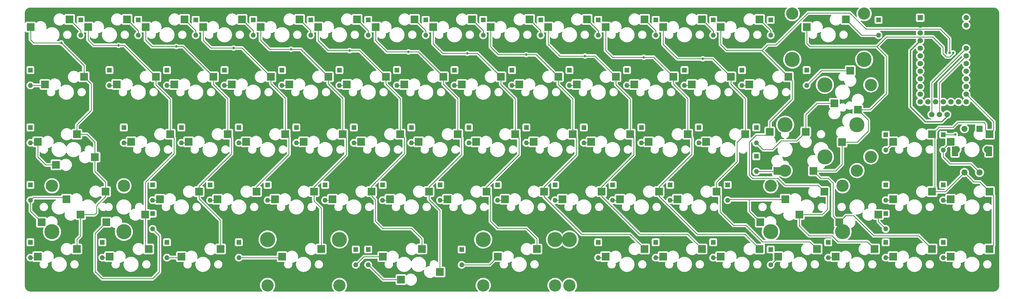
<source format=gbr>
%TF.GenerationSoftware,KiCad,Pcbnew,(6.0.1)*%
%TF.CreationDate,2022-05-17T01:17:27-04:00*%
%TF.ProjectId,GanJing 65 rev 2 hotswap exposed traces,47616e4a-696e-4672-9036-352072657620,2*%
%TF.SameCoordinates,Original*%
%TF.FileFunction,Copper,L2,Bot*%
%TF.FilePolarity,Positive*%
%FSLAX46Y46*%
G04 Gerber Fmt 4.6, Leading zero omitted, Abs format (unit mm)*
G04 Created by KiCad (PCBNEW (6.0.1)) date 2022-05-17 01:17:27*
%MOMM*%
%LPD*%
G01*
G04 APERTURE LIST*
%TA.AperFunction,ComponentPad*%
%ADD10R,1.800000X1.800000*%
%TD*%
%TA.AperFunction,ComponentPad*%
%ADD11C,1.800000*%
%TD*%
%TA.AperFunction,ComponentPad*%
%ADD12R,1.600000X1.600000*%
%TD*%
%TA.AperFunction,ComponentPad*%
%ADD13O,1.600000X1.600000*%
%TD*%
%TA.AperFunction,SMDPad,CuDef*%
%ADD14R,2.550000X2.500000*%
%TD*%
%TA.AperFunction,WasherPad*%
%ADD15C,5.000000*%
%TD*%
%TA.AperFunction,WasherPad*%
%ADD16C,4.050000*%
%TD*%
%TA.AperFunction,SMDPad,CuDef*%
%ADD17R,2.500000X2.550000*%
%TD*%
%TA.AperFunction,WasherPad*%
%ADD18R,2.000000X3.200000*%
%TD*%
%TA.AperFunction,ComponentPad*%
%ADD19R,2.000000X2.000000*%
%TD*%
%TA.AperFunction,ComponentPad*%
%ADD20C,2.000000*%
%TD*%
%TA.AperFunction,WasherPad*%
%ADD21C,2.250000*%
%TD*%
%TA.AperFunction,ViaPad*%
%ADD22C,0.800000*%
%TD*%
%TA.AperFunction,Conductor*%
%ADD23C,0.250000*%
%TD*%
%TA.AperFunction,Conductor*%
%ADD24C,0.400000*%
%TD*%
G04 APERTURE END LIST*
D10*
%TO.P,DS1,1,GND*%
%TO.N,GND*%
X358616250Y-131250000D03*
D11*
%TO.P,DS1,2,VCC*%
%TO.N,VCC*%
X356076250Y-131250000D03*
%TO.P,DS1,3,SCL*%
%TO.N,SCL*%
X353536250Y-131250000D03*
%TO.P,DS1,4,SDA*%
%TO.N,SDA*%
X350996250Y-131250000D03*
%TD*%
D12*
%TO.P,D1,1*%
%TO.N,row_1*%
X69056250Y-99853750D03*
D13*
%TO.P,D1,2*%
%TO.N,Net-(D1-Pad2)*%
X69056250Y-104933750D03*
%TD*%
D12*
%TO.P,D2,1*%
%TO.N,row_1*%
X88106250Y-99853750D03*
D13*
%TO.P,D2,2*%
%TO.N,Net-(D2-Pad2)*%
X88106250Y-104933750D03*
%TD*%
D12*
%TO.P,D3,1*%
%TO.N,row_1*%
X107156250Y-99853750D03*
D13*
%TO.P,D3,2*%
%TO.N,Net-(D3-Pad2)*%
X107156250Y-104933750D03*
%TD*%
D12*
%TO.P,D4,1*%
%TO.N,row_1*%
X126206250Y-99853750D03*
D13*
%TO.P,D4,2*%
%TO.N,Net-(D4-Pad2)*%
X126206250Y-104933750D03*
%TD*%
D12*
%TO.P,D5,1*%
%TO.N,row_1*%
X145256250Y-99853750D03*
D13*
%TO.P,D5,2*%
%TO.N,Net-(D5-Pad2)*%
X145256250Y-104933750D03*
%TD*%
D12*
%TO.P,D6,1*%
%TO.N,row_1*%
X164306250Y-99853750D03*
D13*
%TO.P,D6,2*%
%TO.N,Net-(D6-Pad2)*%
X164306250Y-104933750D03*
%TD*%
D12*
%TO.P,D7,1*%
%TO.N,row_1*%
X183356250Y-99853750D03*
D13*
%TO.P,D7,2*%
%TO.N,Net-(D7-Pad2)*%
X183356250Y-104933750D03*
%TD*%
D12*
%TO.P,D8,1*%
%TO.N,row_1*%
X202406250Y-99853750D03*
D13*
%TO.P,D8,2*%
%TO.N,Net-(D8-Pad2)*%
X202406250Y-104933750D03*
%TD*%
D12*
%TO.P,D9,1*%
%TO.N,row_1*%
X221456250Y-99853750D03*
D13*
%TO.P,D9,2*%
%TO.N,Net-(D9-Pad2)*%
X221456250Y-104933750D03*
%TD*%
D12*
%TO.P,D10,1*%
%TO.N,row_1*%
X240506250Y-99853750D03*
D13*
%TO.P,D10,2*%
%TO.N,Net-(D10-Pad2)*%
X240506250Y-104933750D03*
%TD*%
D12*
%TO.P,D11,1*%
%TO.N,row_1*%
X259556250Y-99853750D03*
D13*
%TO.P,D11,2*%
%TO.N,Net-(D11-Pad2)*%
X259556250Y-104933750D03*
%TD*%
D12*
%TO.P,D12,1*%
%TO.N,row_1*%
X278606250Y-99853750D03*
D13*
%TO.P,D12,2*%
%TO.N,Net-(D12-Pad2)*%
X278606250Y-104933750D03*
%TD*%
D12*
%TO.P,D13,1*%
%TO.N,row_1*%
X297656250Y-99853750D03*
D13*
%TO.P,D13,2*%
%TO.N,Net-(D13-Pad2)*%
X297656250Y-104933750D03*
%TD*%
D12*
%TO.P,D14,1*%
%TO.N,row_1*%
X333375000Y-99853750D03*
D13*
%TO.P,D14,2*%
%TO.N,Net-(D14-Pad2)*%
X333375000Y-104933750D03*
%TD*%
D12*
%TO.P,D16,1*%
%TO.N,row_2*%
X52387500Y-116522500D03*
D13*
%TO.P,D16,2*%
%TO.N,Net-(D16-Pad2)*%
X52387500Y-121602500D03*
%TD*%
D12*
%TO.P,D17,1*%
%TO.N,row_2*%
X78581250Y-116522500D03*
D13*
%TO.P,D17,2*%
%TO.N,Net-(D17-Pad2)*%
X78581250Y-121602500D03*
%TD*%
D12*
%TO.P,D18,1*%
%TO.N,row_2*%
X97631250Y-116522500D03*
D13*
%TO.P,D18,2*%
%TO.N,Net-(D18-Pad2)*%
X97631250Y-121602500D03*
%TD*%
D12*
%TO.P,D19,1*%
%TO.N,row_2*%
X116681250Y-116522500D03*
D13*
%TO.P,D19,2*%
%TO.N,Net-(D19-Pad2)*%
X116681250Y-121602500D03*
%TD*%
D12*
%TO.P,D20,1*%
%TO.N,row_2*%
X135731250Y-116522500D03*
D13*
%TO.P,D20,2*%
%TO.N,Net-(D20-Pad2)*%
X135731250Y-121602500D03*
%TD*%
D12*
%TO.P,D21,1*%
%TO.N,row_2*%
X154781250Y-116522500D03*
D13*
%TO.P,D21,2*%
%TO.N,Net-(D21-Pad2)*%
X154781250Y-121602500D03*
%TD*%
D12*
%TO.P,D22,1*%
%TO.N,row_2*%
X173831250Y-116522500D03*
D13*
%TO.P,D22,2*%
%TO.N,Net-(D22-Pad2)*%
X173831250Y-121602500D03*
%TD*%
D12*
%TO.P,D23,1*%
%TO.N,row_2*%
X192881250Y-116522500D03*
D13*
%TO.P,D23,2*%
%TO.N,Net-(D23-Pad2)*%
X192881250Y-121602500D03*
%TD*%
D12*
%TO.P,D24,1*%
%TO.N,row_2*%
X211931250Y-116522500D03*
D13*
%TO.P,D24,2*%
%TO.N,Net-(D24-Pad2)*%
X211931250Y-121602500D03*
%TD*%
D12*
%TO.P,D25,1*%
%TO.N,row_2*%
X230981250Y-116522500D03*
D13*
%TO.P,D25,2*%
%TO.N,Net-(D25-Pad2)*%
X230981250Y-121602500D03*
%TD*%
D12*
%TO.P,D26,1*%
%TO.N,row_2*%
X250031250Y-116522500D03*
D13*
%TO.P,D26,2*%
%TO.N,Net-(D26-Pad2)*%
X250031250Y-121602500D03*
%TD*%
D12*
%TO.P,D27,1*%
%TO.N,row_2*%
X269081250Y-116522500D03*
D13*
%TO.P,D27,2*%
%TO.N,Net-(D27-Pad2)*%
X269081250Y-121602500D03*
%TD*%
D12*
%TO.P,D28,1*%
%TO.N,row_2*%
X288131250Y-116522500D03*
D13*
%TO.P,D28,2*%
%TO.N,Net-(D28-Pad2)*%
X288131250Y-121602500D03*
%TD*%
D12*
%TO.P,D29,1*%
%TO.N,row_2*%
X309562500Y-116522500D03*
D13*
%TO.P,D29,2*%
%TO.N,Net-(D29-Pad2)*%
X309562500Y-121602500D03*
%TD*%
D12*
%TO.P,D30,1*%
%TO.N,row_2*%
X335756250Y-137953750D03*
D13*
%TO.P,D30,2*%
%TO.N,Net-(D30-Pad2)*%
X335756250Y-143033750D03*
%TD*%
D12*
%TO.P,D31,1*%
%TO.N,row_3*%
X52387500Y-135572500D03*
D13*
%TO.P,D31,2*%
%TO.N,Net-(D31-Pad2)*%
X52387500Y-140652500D03*
%TD*%
D12*
%TO.P,D32,1*%
%TO.N,row_3*%
X83343750Y-135572500D03*
D13*
%TO.P,D32,2*%
%TO.N,Net-(D32-Pad2)*%
X83343750Y-140652500D03*
%TD*%
D12*
%TO.P,D33,1*%
%TO.N,row_3*%
X102393750Y-135572500D03*
D13*
%TO.P,D33,2*%
%TO.N,Net-(D33-Pad2)*%
X102393750Y-140652500D03*
%TD*%
D12*
%TO.P,D34,1*%
%TO.N,row_3*%
X121443750Y-135572500D03*
D13*
%TO.P,D34,2*%
%TO.N,Net-(D34-Pad2)*%
X121443750Y-140652500D03*
%TD*%
D12*
%TO.P,D35,1*%
%TO.N,row_3*%
X140493750Y-135572500D03*
D13*
%TO.P,D35,2*%
%TO.N,Net-(D35-Pad2)*%
X140493750Y-140652500D03*
%TD*%
D12*
%TO.P,D36,1*%
%TO.N,row_3*%
X159543750Y-135572500D03*
D13*
%TO.P,D36,2*%
%TO.N,Net-(D36-Pad2)*%
X159543750Y-140652500D03*
%TD*%
D12*
%TO.P,D37,1*%
%TO.N,row_3*%
X178593750Y-135572500D03*
D13*
%TO.P,D37,2*%
%TO.N,Net-(D37-Pad2)*%
X178593750Y-140652500D03*
%TD*%
D12*
%TO.P,D38,1*%
%TO.N,row_3*%
X197643750Y-135572500D03*
D13*
%TO.P,D38,2*%
%TO.N,Net-(D38-Pad2)*%
X197643750Y-140652500D03*
%TD*%
D12*
%TO.P,D39,1*%
%TO.N,row_3*%
X216693750Y-135572500D03*
D13*
%TO.P,D39,2*%
%TO.N,Net-(D39-Pad2)*%
X216693750Y-140652500D03*
%TD*%
D12*
%TO.P,D40,1*%
%TO.N,row_3*%
X235743750Y-135572500D03*
D13*
%TO.P,D40,2*%
%TO.N,Net-(D40-Pad2)*%
X235743750Y-140652500D03*
%TD*%
D12*
%TO.P,D41,1*%
%TO.N,row_3*%
X254793750Y-135572500D03*
D13*
%TO.P,D41,2*%
%TO.N,Net-(D41-Pad2)*%
X254793750Y-140652500D03*
%TD*%
D12*
%TO.P,D42,1*%
%TO.N,row_3*%
X273843750Y-135572500D03*
D13*
%TO.P,D42,2*%
%TO.N,Net-(D42-Pad2)*%
X273843750Y-140652500D03*
%TD*%
D12*
%TO.P,D44,1*%
%TO.N,row_3*%
X292893750Y-135572500D03*
D13*
%TO.P,D44,2*%
%TO.N,Net-(D44-Pad2)*%
X292893750Y-140652500D03*
%TD*%
D12*
%TO.P,D45,1*%
%TO.N,row_3*%
X335756250Y-154622500D03*
D13*
%TO.P,D45,2*%
%TO.N,Net-(D45-Pad2)*%
X335756250Y-159702500D03*
%TD*%
D12*
%TO.P,D46,1*%
%TO.N,row_4*%
X52387500Y-154622500D03*
D13*
%TO.P,D46,2*%
%TO.N,Net-(D46-Pad2)*%
X52387500Y-159702500D03*
%TD*%
D12*
%TO.P,D48,1*%
%TO.N,row_4*%
X92868750Y-154622500D03*
D13*
%TO.P,D48,2*%
%TO.N,Net-(D48-Pad2)*%
X92868750Y-159702500D03*
%TD*%
D12*
%TO.P,D49,1*%
%TO.N,row_4*%
X111918750Y-154622500D03*
D13*
%TO.P,D49,2*%
%TO.N,Net-(D49-Pad2)*%
X111918750Y-159702500D03*
%TD*%
D12*
%TO.P,D50,1*%
%TO.N,row_4*%
X130968750Y-154622500D03*
D13*
%TO.P,D50,2*%
%TO.N,Net-(D50-Pad2)*%
X130968750Y-159702500D03*
%TD*%
D12*
%TO.P,D51,1*%
%TO.N,row_4*%
X150018750Y-154622500D03*
D13*
%TO.P,D51,2*%
%TO.N,Net-(D51-Pad2)*%
X150018750Y-159702500D03*
%TD*%
D12*
%TO.P,D52,1*%
%TO.N,row_4*%
X169068750Y-154622500D03*
D13*
%TO.P,D52,2*%
%TO.N,Net-(D52-Pad2)*%
X169068750Y-159702500D03*
%TD*%
D12*
%TO.P,D53,1*%
%TO.N,row_4*%
X188118750Y-154622500D03*
D13*
%TO.P,D53,2*%
%TO.N,Net-(D53-Pad2)*%
X188118750Y-159702500D03*
%TD*%
D12*
%TO.P,D54,1*%
%TO.N,row_4*%
X207168750Y-154622500D03*
D13*
%TO.P,D54,2*%
%TO.N,Net-(D54-Pad2)*%
X207168750Y-159702500D03*
%TD*%
D12*
%TO.P,D55,1*%
%TO.N,row_4*%
X226218750Y-154622500D03*
D13*
%TO.P,D55,2*%
%TO.N,Net-(D55-Pad2)*%
X226218750Y-159702500D03*
%TD*%
D12*
%TO.P,D57,1*%
%TO.N,row_4*%
X264318750Y-154622500D03*
D13*
%TO.P,D57,2*%
%TO.N,Net-(D57-Pad2)*%
X264318750Y-159702500D03*
%TD*%
D12*
%TO.P,D58,1*%
%TO.N,row_4*%
X283368750Y-154622500D03*
D13*
%TO.P,D58,2*%
%TO.N,Net-(D58-Pad2)*%
X283368750Y-159702500D03*
%TD*%
D12*
%TO.P,D60,1*%
%TO.N,row_4*%
X354806250Y-154622500D03*
D13*
%TO.P,D60,2*%
%TO.N,Net-(D60-Pad2)*%
X354806250Y-159702500D03*
%TD*%
D12*
%TO.P,D61,1*%
%TO.N,row_5*%
X52387500Y-173672500D03*
D13*
%TO.P,D61,2*%
%TO.N,Net-(D61-Pad2)*%
X52387500Y-178752500D03*
%TD*%
D12*
%TO.P,D62,1*%
%TO.N,row_5*%
X76200000Y-173672500D03*
D13*
%TO.P,D62,2*%
%TO.N,Net-(D62-Pad2)*%
X76200000Y-178752500D03*
%TD*%
D12*
%TO.P,D63,1*%
%TO.N,row_5*%
X97631250Y-173672500D03*
D13*
%TO.P,D63,2*%
%TO.N,Net-(D63-Pad2)*%
X97631250Y-178752500D03*
%TD*%
D12*
%TO.P,D66,1*%
%TO.N,row_5*%
X164306250Y-176053750D03*
D13*
%TO.P,D66,2*%
%TO.N,Net-(D66-Pad2)*%
X164306250Y-181133750D03*
%TD*%
D12*
%TO.P,D68,1*%
%TO.N,row_5*%
X240506250Y-173672500D03*
D13*
%TO.P,D68,2*%
%TO.N,Net-(D68-Pad2)*%
X240506250Y-178752500D03*
%TD*%
D12*
%TO.P,D69,1*%
%TO.N,row_5*%
X259556250Y-173672500D03*
D13*
%TO.P,D69,2*%
%TO.N,Net-(D69-Pad2)*%
X259556250Y-178752500D03*
%TD*%
D12*
%TO.P,D70,1*%
%TO.N,row_5*%
X278606250Y-173672500D03*
D13*
%TO.P,D70,2*%
%TO.N,Net-(D70-Pad2)*%
X278606250Y-178752500D03*
%TD*%
D12*
%TO.P,D71,1*%
%TO.N,row_5*%
X297656250Y-176053750D03*
D13*
%TO.P,D71,2*%
%TO.N,Net-(D71-Pad2)*%
X297656250Y-181133750D03*
%TD*%
D12*
%TO.P,D72,1*%
%TO.N,row_5*%
X316706250Y-173672500D03*
D13*
%TO.P,D72,2*%
%TO.N,Net-(D72-Pad2)*%
X316706250Y-178752500D03*
%TD*%
D12*
%TO.P,D74,1*%
%TO.N,row_5*%
X354806250Y-173672500D03*
D13*
%TO.P,D74,2*%
%TO.N,Net-(D74-Pad2)*%
X354806250Y-178752500D03*
%TD*%
D12*
%TO.P,D15,1*%
%TO.N,row_1*%
X354806250Y-137953750D03*
D13*
%TO.P,D15,2*%
%TO.N,S2*%
X354806250Y-143033750D03*
%TD*%
D14*
%TO.P,MX1,1,COL*%
%TO.N,col_1*%
X52446250Y-102235000D03*
%TO.P,MX1,2,ROW*%
%TO.N,Net-(D1-Pad2)*%
X65373250Y-99695000D03*
%TD*%
%TO.P,MX2,1,COL*%
%TO.N,col_2*%
X71496250Y-102235000D03*
%TO.P,MX2,2,ROW*%
%TO.N,Net-(D2-Pad2)*%
X84423250Y-99695000D03*
%TD*%
%TO.P,MX3,1,COL*%
%TO.N,col_3*%
X90546250Y-102235000D03*
%TO.P,MX3,2,ROW*%
%TO.N,Net-(D3-Pad2)*%
X103473250Y-99695000D03*
%TD*%
%TO.P,MX4,1,COL*%
%TO.N,col_4*%
X109596250Y-102235000D03*
%TO.P,MX4,2,ROW*%
%TO.N,Net-(D4-Pad2)*%
X122523250Y-99695000D03*
%TD*%
%TO.P,MX5,1,COL*%
%TO.N,col_5*%
X128646250Y-102235000D03*
%TO.P,MX5,2,ROW*%
%TO.N,Net-(D5-Pad2)*%
X141573250Y-99695000D03*
%TD*%
%TO.P,MX6,1,COL*%
%TO.N,col_6*%
X147696250Y-102235000D03*
%TO.P,MX6,2,ROW*%
%TO.N,Net-(D6-Pad2)*%
X160623250Y-99695000D03*
%TD*%
%TO.P,MX7,1,COL*%
%TO.N,col_7*%
X166746250Y-102235000D03*
%TO.P,MX7,2,ROW*%
%TO.N,Net-(D7-Pad2)*%
X179673250Y-99695000D03*
%TD*%
%TO.P,MX8,1,COL*%
%TO.N,col_8*%
X185796250Y-102235000D03*
%TO.P,MX8,2,ROW*%
%TO.N,Net-(D8-Pad2)*%
X198723250Y-99695000D03*
%TD*%
%TO.P,MX9,1,COL*%
%TO.N,col_9*%
X204846250Y-102235000D03*
%TO.P,MX9,2,ROW*%
%TO.N,Net-(D9-Pad2)*%
X217773250Y-99695000D03*
%TD*%
%TO.P,MX10,1,COL*%
%TO.N,col_10*%
X223896250Y-102235000D03*
%TO.P,MX10,2,ROW*%
%TO.N,Net-(D10-Pad2)*%
X236823250Y-99695000D03*
%TD*%
%TO.P,MX11,1,COL*%
%TO.N,col_11*%
X242946250Y-102235000D03*
%TO.P,MX11,2,ROW*%
%TO.N,Net-(D11-Pad2)*%
X255873250Y-99695000D03*
%TD*%
%TO.P,MX12,1,COL*%
%TO.N,col_12*%
X261996250Y-102235000D03*
%TO.P,MX12,2,ROW*%
%TO.N,Net-(D12-Pad2)*%
X274923250Y-99695000D03*
%TD*%
%TO.P,MX13,1,COL*%
%TO.N,col_13*%
X281046250Y-102235000D03*
%TO.P,MX13,2,ROW*%
%TO.N,Net-(D13-Pad2)*%
X293973250Y-99695000D03*
%TD*%
D15*
%TO.P,MX14,*%
%TO.N,*%
X328606250Y-113015000D03*
X304806250Y-113015000D03*
D16*
X304806250Y-97775000D03*
X328606250Y-97775000D03*
D14*
%TO.P,MX14,1,COL*%
%TO.N,col_14*%
X309621250Y-102235000D03*
%TO.P,MX14,2,ROW*%
%TO.N,Net-(D14-Pad2)*%
X322548250Y-99695000D03*
%TD*%
%TO.P,MX16,1,COL*%
%TO.N,col_1*%
X70135750Y-118745000D03*
%TO.P,MX16,2,ROW*%
%TO.N,Net-(D16-Pad2)*%
X57208750Y-121285000D03*
%TD*%
%TO.P,MX17,1,COL*%
%TO.N,col_2*%
X93948250Y-118745000D03*
%TO.P,MX17,2,ROW*%
%TO.N,Net-(D17-Pad2)*%
X81021250Y-121285000D03*
%TD*%
%TO.P,MX18,1,COL*%
%TO.N,col_3*%
X112998250Y-118745000D03*
%TO.P,MX18,2,ROW*%
%TO.N,Net-(D18-Pad2)*%
X100071250Y-121285000D03*
%TD*%
%TO.P,MX19,1,COL*%
%TO.N,col_4*%
X132048250Y-118745000D03*
%TO.P,MX19,2,ROW*%
%TO.N,Net-(D19-Pad2)*%
X119121250Y-121285000D03*
%TD*%
%TO.P,MX20,1,COL*%
%TO.N,col_5*%
X151098250Y-118745000D03*
%TO.P,MX20,2,ROW*%
%TO.N,Net-(D20-Pad2)*%
X138171250Y-121285000D03*
%TD*%
%TO.P,MX21,1,COL*%
%TO.N,col_6*%
X170148250Y-118745000D03*
%TO.P,MX21,2,ROW*%
%TO.N,Net-(D21-Pad2)*%
X157221250Y-121285000D03*
%TD*%
%TO.P,MX22,1,COL*%
%TO.N,col_7*%
X189198250Y-118745000D03*
%TO.P,MX22,2,ROW*%
%TO.N,Net-(D22-Pad2)*%
X176271250Y-121285000D03*
%TD*%
%TO.P,MX23,1,COL*%
%TO.N,col_8*%
X208248250Y-118745000D03*
%TO.P,MX23,2,ROW*%
%TO.N,Net-(D23-Pad2)*%
X195321250Y-121285000D03*
%TD*%
%TO.P,MX24,1,COL*%
%TO.N,col_9*%
X227298250Y-118745000D03*
%TO.P,MX24,2,ROW*%
%TO.N,Net-(D24-Pad2)*%
X214371250Y-121285000D03*
%TD*%
%TO.P,MX25,1,COL*%
%TO.N,col_10*%
X246348250Y-118745000D03*
%TO.P,MX25,2,ROW*%
%TO.N,Net-(D25-Pad2)*%
X233421250Y-121285000D03*
%TD*%
%TO.P,MX26,1,COL*%
%TO.N,col_11*%
X265398250Y-118745000D03*
%TO.P,MX26,2,ROW*%
%TO.N,Net-(D26-Pad2)*%
X252471250Y-121285000D03*
%TD*%
%TO.P,MX27,1,COL*%
%TO.N,col_12*%
X284448250Y-118745000D03*
%TO.P,MX27,2,ROW*%
%TO.N,Net-(D27-Pad2)*%
X271521250Y-121285000D03*
%TD*%
%TO.P,MX28,1,COL*%
%TO.N,col_13*%
X303498250Y-118745000D03*
%TO.P,MX28,2,ROW*%
%TO.N,Net-(D28-Pad2)*%
X290571250Y-121285000D03*
%TD*%
D17*
%TO.P,MX29,1,COL*%
%TO.N,col_14*%
X326548750Y-129667000D03*
%TO.P,MX29,2,ROW*%
%TO.N,Net-(D29-Pad2)*%
X324008750Y-116740000D03*
%TD*%
D14*
%TO.P,MX30,1,COL*%
%TO.N,col_15*%
X351123250Y-137795000D03*
%TO.P,MX30,2,ROW*%
%TO.N,Net-(D30-Pad2)*%
X338196250Y-140335000D03*
%TD*%
%TO.P,MX31,1,COL*%
%TO.N,col_1*%
X73760000Y-145415000D03*
%TO.P,MX31,2,ROW*%
%TO.N,Net-(D31-Pad2)*%
X60833000Y-147955000D03*
%TD*%
%TO.P,MX32,1,COL*%
%TO.N,col_2*%
X98710750Y-137795000D03*
%TO.P,MX32,2,ROW*%
%TO.N,Net-(D32-Pad2)*%
X85783750Y-140335000D03*
%TD*%
%TO.P,MX33,1,COL*%
%TO.N,col_3*%
X117760750Y-137795000D03*
%TO.P,MX33,2,ROW*%
%TO.N,Net-(D33-Pad2)*%
X104833750Y-140335000D03*
%TD*%
%TO.P,MX34,1,COL*%
%TO.N,col_4*%
X136810750Y-137795000D03*
%TO.P,MX34,2,ROW*%
%TO.N,Net-(D34-Pad2)*%
X123883750Y-140335000D03*
%TD*%
%TO.P,MX35,1,COL*%
%TO.N,col_5*%
X155860750Y-137795000D03*
%TO.P,MX35,2,ROW*%
%TO.N,Net-(D35-Pad2)*%
X142933750Y-140335000D03*
%TD*%
%TO.P,MX36,1,COL*%
%TO.N,col_6*%
X174910750Y-137795000D03*
%TO.P,MX36,2,ROW*%
%TO.N,Net-(D36-Pad2)*%
X161983750Y-140335000D03*
%TD*%
%TO.P,MX37,1,COL*%
%TO.N,col_7*%
X193960750Y-137795000D03*
%TO.P,MX37,2,ROW*%
%TO.N,Net-(D37-Pad2)*%
X181033750Y-140335000D03*
%TD*%
%TO.P,MX38,1,COL*%
%TO.N,col_8*%
X213010750Y-137795000D03*
%TO.P,MX38,2,ROW*%
%TO.N,Net-(D38-Pad2)*%
X200083750Y-140335000D03*
%TD*%
%TO.P,MX39,1,COL*%
%TO.N,col_9*%
X232060750Y-137795000D03*
%TO.P,MX39,2,ROW*%
%TO.N,Net-(D39-Pad2)*%
X219133750Y-140335000D03*
%TD*%
%TO.P,MX40,1,COL*%
%TO.N,col_10*%
X251110750Y-137795000D03*
%TO.P,MX40,2,ROW*%
%TO.N,Net-(D40-Pad2)*%
X238183750Y-140335000D03*
%TD*%
%TO.P,MX41,1,COL*%
%TO.N,col_11*%
X270160750Y-137795000D03*
%TO.P,MX41,2,ROW*%
%TO.N,Net-(D41-Pad2)*%
X257233750Y-140335000D03*
%TD*%
%TO.P,MX42,1,COL*%
%TO.N,col_12*%
X289210750Y-137795000D03*
%TO.P,MX42,2,ROW*%
%TO.N,Net-(D42-Pad2)*%
X276283750Y-140335000D03*
%TD*%
D15*
%TO.P,MX44,*%
%TO.N,*%
X326225000Y-134635000D03*
X302425000Y-134635000D03*
D16*
X326225000Y-149875000D03*
X302425000Y-149875000D03*
D17*
%TO.P,MX44,1,COL*%
%TO.N,col_14*%
X311785000Y-149960000D03*
%TO.P,MX44,2,ROW*%
%TO.N,Net-(D44-Pad2)*%
X309245000Y-137033000D03*
%TD*%
D14*
%TO.P,MX45,1,COL*%
%TO.N,col_15*%
X351123250Y-156845000D03*
%TO.P,MX45,2,ROW*%
%TO.N,Net-(D45-Pad2)*%
X338196250Y-159385000D03*
%TD*%
D16*
%TO.P,MX46,*%
%TO.N,*%
X59537500Y-154925000D03*
D15*
X83337500Y-170165000D03*
D16*
X83337500Y-154925000D03*
D15*
X59537500Y-170165000D03*
D14*
%TO.P,MX46,1,COL*%
%TO.N,col_1*%
X77279500Y-156845000D03*
%TO.P,MX46,2,ROW*%
%TO.N,Net-(D46-Pad2)*%
X64352500Y-159385000D03*
%TD*%
%TO.P,MX48,1,COL*%
%TO.N,col_3*%
X108235750Y-156845000D03*
%TO.P,MX48,2,ROW*%
%TO.N,Net-(D48-Pad2)*%
X95308750Y-159385000D03*
%TD*%
%TO.P,MX49,1,COL*%
%TO.N,col_4*%
X127285750Y-156845000D03*
%TO.P,MX49,2,ROW*%
%TO.N,Net-(D49-Pad2)*%
X114358750Y-159385000D03*
%TD*%
%TO.P,MX50,1,COL*%
%TO.N,col_5*%
X146335750Y-156845000D03*
%TO.P,MX50,2,ROW*%
%TO.N,Net-(D50-Pad2)*%
X133408750Y-159385000D03*
%TD*%
%TO.P,MX51,1,COL*%
%TO.N,col_6*%
X165385750Y-156845000D03*
%TO.P,MX51,2,ROW*%
%TO.N,Net-(D51-Pad2)*%
X152458750Y-159385000D03*
%TD*%
%TO.P,MX52,1,COL*%
%TO.N,col_7*%
X184435750Y-156845000D03*
%TO.P,MX52,2,ROW*%
%TO.N,Net-(D52-Pad2)*%
X171508750Y-159385000D03*
%TD*%
%TO.P,MX53,1,COL*%
%TO.N,col_8*%
X203485750Y-156845000D03*
%TO.P,MX53,2,ROW*%
%TO.N,Net-(D53-Pad2)*%
X190558750Y-159385000D03*
%TD*%
%TO.P,MX54,1,COL*%
%TO.N,col_9*%
X222535750Y-156845000D03*
%TO.P,MX54,2,ROW*%
%TO.N,Net-(D54-Pad2)*%
X209608750Y-159385000D03*
%TD*%
%TO.P,MX55,1,COL*%
%TO.N,col_10*%
X241585750Y-156845000D03*
%TO.P,MX55,2,ROW*%
%TO.N,Net-(D55-Pad2)*%
X228658750Y-159385000D03*
%TD*%
%TO.P,MX56,1,COL*%
%TO.N,col_11*%
X260635750Y-156845000D03*
%TO.P,MX56,2,ROW*%
%TO.N,Net-(D56-Pad2)*%
X247708750Y-159385000D03*
%TD*%
%TO.P,MX57,1,COL*%
%TO.N,col_12*%
X279685750Y-156845000D03*
%TO.P,MX57,2,ROW*%
%TO.N,Net-(D57-Pad2)*%
X266758750Y-159385000D03*
%TD*%
D15*
%TO.P,MX58,*%
%TO.N,*%
X321462500Y-170165000D03*
X297662500Y-170165000D03*
D16*
X321462500Y-154925000D03*
X297662500Y-154925000D03*
D14*
%TO.P,MX58,1,COL*%
%TO.N,col_13*%
X315404500Y-156845000D03*
%TO.P,MX58,2,ROW*%
%TO.N,Net-(D58-Pad2)*%
X302477500Y-159385000D03*
%TD*%
%TO.P,MX60,1,COL*%
%TO.N,col_15*%
X370173250Y-156845000D03*
%TO.P,MX60,2,ROW*%
%TO.N,Net-(D60-Pad2)*%
X357246250Y-159385000D03*
%TD*%
%TO.P,MX61,1,COL*%
%TO.N,col_1*%
X67754500Y-175895000D03*
%TO.P,MX61,2,ROW*%
%TO.N,Net-(D61-Pad2)*%
X54827500Y-178435000D03*
%TD*%
%TO.P,MX62,1,COL*%
%TO.N,col_2*%
X91567000Y-175895000D03*
%TO.P,MX62,2,ROW*%
%TO.N,Net-(D62-Pad2)*%
X78640000Y-178435000D03*
%TD*%
%TO.P,MX63,1,COL*%
%TO.N,col_3*%
X115379500Y-175895000D03*
%TO.P,MX63,2,ROW*%
%TO.N,Net-(D63-Pad2)*%
X102452500Y-178435000D03*
%TD*%
%TO.P,MX68,1,COL*%
%TO.N,col_9*%
X255873250Y-175895000D03*
%TO.P,MX68,2,ROW*%
%TO.N,Net-(D68-Pad2)*%
X242946250Y-178435000D03*
%TD*%
%TO.P,MX69,1,COL*%
%TO.N,col_10*%
X274923250Y-175895000D03*
%TO.P,MX69,2,ROW*%
%TO.N,Net-(D69-Pad2)*%
X261996250Y-178435000D03*
%TD*%
%TO.P,MX70,1,COL*%
%TO.N,col_11*%
X293973250Y-175895000D03*
%TO.P,MX70,2,ROW*%
%TO.N,Net-(D70-Pad2)*%
X281046250Y-178435000D03*
%TD*%
%TO.P,MX71,1,COL*%
%TO.N,col_12*%
X313023250Y-175895000D03*
%TO.P,MX71,2,ROW*%
%TO.N,Net-(D71-Pad2)*%
X300096250Y-178435000D03*
%TD*%
%TO.P,MX72,1,COL*%
%TO.N,col_13*%
X332073250Y-175895000D03*
%TO.P,MX72,2,ROW*%
%TO.N,Net-(D72-Pad2)*%
X319146250Y-178435000D03*
%TD*%
%TO.P,MX73,1,COL*%
%TO.N,col_14*%
X351123250Y-175895000D03*
%TO.P,MX73,2,ROW*%
%TO.N,Net-(D73-Pad2)*%
X338196250Y-178435000D03*
%TD*%
%TO.P,MX74,1,COL*%
%TO.N,col_15*%
X370173250Y-175895000D03*
%TO.P,MX74,2,ROW*%
%TO.N,Net-(D74-Pad2)*%
X357246250Y-178435000D03*
%TD*%
D10*
%TO.P,U1,1,B0*%
%TO.N,row_1*%
X347186250Y-99130000D03*
D11*
%TO.P,U1,2,GND*%
%TO.N,GND*%
X347186250Y-101670000D03*
%TO.P,U1,3,RST*%
%TO.N,unconnected-(U1-Pad3)*%
X347186250Y-104210000D03*
%TO.P,U1,4,VCC*%
%TO.N,VCC*%
X347186250Y-106750000D03*
%TO.P,U1,5,F4*%
%TO.N,col_1*%
X347186250Y-109290000D03*
%TO.P,U1,6,F5*%
%TO.N,col_2*%
X347186250Y-111830000D03*
%TO.P,U1,7,F6*%
%TO.N,col_3*%
X347186250Y-114370000D03*
%TO.P,U1,8,F7*%
%TO.N,col_4*%
X347186250Y-116910000D03*
%TO.P,U1,9,B1/SCLK*%
%TO.N,col_5*%
X347186250Y-119450000D03*
%TO.P,U1,10,B3/MISO*%
%TO.N,col_6*%
X347186250Y-121990000D03*
%TO.P,U1,11,B2/MOSI*%
%TO.N,col_7*%
X347186250Y-124530000D03*
%TO.P,U1,12,B6*%
%TO.N,col_8*%
X347186250Y-127070000D03*
%TO.P,U1,13,B5*%
%TO.N,col_14*%
X362426250Y-127070000D03*
%TO.P,U1,14,B4*%
%TO.N,col_15*%
X362426250Y-124530000D03*
%TO.P,U1,15,E6*%
%TO.N,row_2*%
X362426250Y-121990000D03*
%TO.P,U1,16,D7*%
%TO.N,row_3*%
X362426250Y-119450000D03*
%TO.P,U1,17,C6*%
%TO.N,row_4*%
X362426250Y-116910000D03*
%TO.P,U1,18,D4*%
%TO.N,row_5*%
X362426250Y-114370000D03*
%TO.P,U1,19,D0/SCL*%
%TO.N,SCL*%
X362426250Y-111830000D03*
%TO.P,U1,20,D1/SDA*%
%TO.N,SDA*%
X362426250Y-109290000D03*
%TO.P,U1,21,GND*%
%TO.N,GND*%
X362426250Y-106750000D03*
%TO.P,U1,22,GND*%
X362426250Y-104210000D03*
%TO.P,U1,23,D2*%
%TO.N,rotory_2*%
X362426250Y-101670000D03*
%TO.P,U1,24,D3*%
%TO.N,rotory_1*%
X362426250Y-99130000D03*
%TO.P,U1,25,F0*%
%TO.N,col_9*%
X349726250Y-127070000D03*
%TO.P,U1,26,F1*%
%TO.N,col_10*%
X352266250Y-127070000D03*
%TO.P,U1,27,C7*%
%TO.N,col_11*%
X354806250Y-127070000D03*
%TO.P,U1,28,D5*%
%TO.N,col_12*%
X357346250Y-127070000D03*
%TO.P,U1,29,B7*%
%TO.N,col_13*%
X359886250Y-127070000D03*
%TD*%
D12*
%TO.P,D56,1*%
%TO.N,row_4*%
X245268750Y-154622500D03*
D13*
%TO.P,D56,2*%
%TO.N,Net-(D56-Pad2)*%
X245268750Y-159702500D03*
%TD*%
D18*
%TO.P,SW1,*%
%TO.N,*%
X358731250Y-143475000D03*
X369931250Y-143475000D03*
D19*
%TO.P,SW1,A*%
%TO.N,rotory_1*%
X366831250Y-135975000D03*
D20*
%TO.P,SW1,B*%
%TO.N,rotory_2*%
X361831250Y-135975000D03*
%TO.P,SW1,C*%
%TO.N,GND*%
X364331250Y-135975000D03*
%TO.P,SW1,S1*%
%TO.N,col_15*%
X361831250Y-150475000D03*
%TO.P,SW1,S2*%
%TO.N,S2*%
X366831250Y-150475000D03*
%TD*%
D15*
%TO.P,MX66,*%
%TO.N,*%
X230974900Y-172720000D03*
D16*
X230974900Y-187960000D03*
X130975100Y-187960000D03*
D15*
X130975100Y-172720000D03*
D14*
%TO.P,MX66,1,COL*%
%TO.N,col_7*%
X188060000Y-183515000D03*
%TO.P,MX66,2,ROW*%
%TO.N,Net-(D66-Pad2)*%
X175133000Y-186055000D03*
%TD*%
%TO.P,MX65,1,COL*%
%TO.N,col_6*%
X182054500Y-175895000D03*
%TO.P,MX65,2,ROW*%
%TO.N,Net-(D65-Pad2)*%
X169127500Y-178435000D03*
%TD*%
D12*
%TO.P,D73,1*%
%TO.N,row_5*%
X335756250Y-173672500D03*
D13*
%TO.P,D73,2*%
%TO.N,Net-(D73-Pad2)*%
X335756250Y-178752500D03*
%TD*%
D12*
%TO.P,D43,1*%
%TO.N,row_3*%
X292893750Y-145097500D03*
D13*
%TO.P,D43,2*%
%TO.N,Net-(D43-Pad2)*%
X292893750Y-150177500D03*
%TD*%
D21*
%TO.P,MX15,*%
%TO.N,*%
X359251250Y-142875000D03*
X369411250Y-142875000D03*
D14*
%TO.P,MX15,1,COL*%
%TO.N,col_15*%
X370173250Y-137795000D03*
%TO.P,MX15,2,ROW*%
%TO.N,S2*%
X357246250Y-140335000D03*
%TD*%
D12*
%TO.P,D59,1*%
%TO.N,row_4*%
X335756250Y-164147500D03*
D13*
%TO.P,D59,2*%
%TO.N,Net-(D59-Pad2)*%
X335756250Y-169227500D03*
%TD*%
D12*
%TO.P,D67,1*%
%TO.N,row_5*%
X195262500Y-176053750D03*
D13*
%TO.P,D67,2*%
%TO.N,Net-(D67-Pad2)*%
X195262500Y-181133750D03*
%TD*%
D14*
%TO.P,MX77,1,COL*%
%TO.N,col_1*%
X68997500Y-164465000D03*
%TO.P,MX77,2,ROW*%
%TO.N,Net-(D46-Pad2)*%
X56070500Y-167005000D03*
%TD*%
D15*
%TO.P,MX76,*%
%TO.N,*%
X315595000Y-121412000D03*
X315595000Y-145288000D03*
D16*
X330835000Y-145288000D03*
X330835000Y-121412000D03*
D17*
%TO.P,MX76,1,COL*%
%TO.N,col_14*%
X321310000Y-140435000D03*
%TO.P,MX76,2,ROW*%
%TO.N,Net-(D44-Pad2)*%
X318770000Y-127508000D03*
%TD*%
D14*
%TO.P,MX75,1,COL*%
%TO.N,col_1*%
X67754500Y-137795000D03*
%TO.P,MX75,2,ROW*%
%TO.N,Net-(D31-Pad2)*%
X54827500Y-140335000D03*
%TD*%
D17*
%TO.P,MX43,1,COL*%
%TO.N,col_13*%
X297338750Y-137033000D03*
%TO.P,MX43,2,ROW*%
%TO.N,Net-(D43-Pad2)*%
X299878750Y-149960000D03*
%TD*%
D15*
%TO.P,MX64,*%
%TO.N,*%
X130975000Y-172735000D03*
D16*
X154775000Y-187975000D03*
D15*
X154775000Y-172735000D03*
D16*
X130975000Y-187975000D03*
D14*
%TO.P,MX64,1,COL*%
%TO.N,col_5*%
X148717000Y-175895000D03*
%TO.P,MX64,2,ROW*%
%TO.N,Net-(D64-Pad2)*%
X135790000Y-178435000D03*
%TD*%
%TO.P,MX47,1,COL*%
%TO.N,col_2*%
X90428750Y-164465000D03*
%TO.P,MX47,2,ROW*%
%TO.N,Net-(D47-Pad2)*%
X77501750Y-167005000D03*
%TD*%
%TO.P,MX78,1,COL*%
%TO.N,col_13*%
X307122500Y-164465000D03*
%TO.P,MX78,2,ROW*%
%TO.N,Net-(D58-Pad2)*%
X294195500Y-167005000D03*
%TD*%
D12*
%TO.P,D47,1*%
%TO.N,row_4*%
X92868750Y-164147500D03*
D13*
%TO.P,D47,2*%
%TO.N,Net-(D47-Pad2)*%
X92868750Y-169227500D03*
%TD*%
D12*
%TO.P,D64,1*%
%TO.N,row_5*%
X121443750Y-173672500D03*
D13*
%TO.P,D64,2*%
%TO.N,Net-(D64-Pad2)*%
X121443750Y-178752500D03*
%TD*%
D15*
%TO.P,MX67,*%
%TO.N,*%
X226212500Y-172735000D03*
D16*
X202412500Y-187975000D03*
X226212500Y-187975000D03*
D15*
X202412500Y-172735000D03*
D14*
%TO.P,MX67,1,COL*%
%TO.N,col_8*%
X220154500Y-175895000D03*
%TO.P,MX67,2,ROW*%
%TO.N,Net-(D67-Pad2)*%
X207227500Y-178435000D03*
%TD*%
D12*
%TO.P,D65,1*%
%TO.N,row_5*%
X160200000Y-176053750D03*
D13*
%TO.P,D65,2*%
%TO.N,Net-(D65-Pad2)*%
X160200000Y-181133750D03*
%TD*%
D14*
%TO.P,MX59,1,COL*%
%TO.N,col_14*%
X320389250Y-167005000D03*
%TO.P,MX59,2,ROW*%
%TO.N,Net-(D59-Pad2)*%
X333316250Y-164465000D03*
%TD*%
D22*
%TO.N,row_1*%
X358800000Y-137900000D03*
%TO.N,GND*%
X190500000Y-185737500D03*
X164306250Y-185737500D03*
X219075000Y-185737500D03*
X221456250Y-130968750D03*
X290512500Y-114300000D03*
X273843750Y-166687500D03*
X250031250Y-185737500D03*
X235743750Y-166687500D03*
X140493750Y-166687500D03*
X345281250Y-169068750D03*
X233362500Y-114300000D03*
X250031250Y-100012500D03*
X159543750Y-166687500D03*
X296700000Y-145100000D03*
X164306250Y-130968750D03*
X119062500Y-114300000D03*
X80962500Y-114300000D03*
X211931250Y-100012500D03*
X307181250Y-185737500D03*
X202406250Y-130968750D03*
X138112500Y-185737500D03*
X176212500Y-114300000D03*
X288131250Y-185737500D03*
X295106250Y-104775000D03*
X104775000Y-104775000D03*
X269081250Y-100012500D03*
X352306250Y-122600000D03*
X178593750Y-166687500D03*
X254793750Y-166687500D03*
X328612500Y-166687500D03*
X314325000Y-130810000D03*
X97631250Y-100012500D03*
X238125000Y-104775000D03*
X200025000Y-104775000D03*
X364331250Y-185737500D03*
X123825000Y-104775000D03*
X364331250Y-166687500D03*
X245268750Y-147637500D03*
X142875000Y-104775000D03*
X340518750Y-130968750D03*
X157162500Y-114300000D03*
X230981250Y-100012500D03*
X71437500Y-166687500D03*
X240506250Y-130968750D03*
X59531250Y-100012500D03*
X116681250Y-100012500D03*
X130968750Y-147637500D03*
X121443750Y-166687500D03*
X192881250Y-100012500D03*
X161925000Y-104775000D03*
X188118750Y-147637500D03*
X85725000Y-104775000D03*
X61912500Y-185737500D03*
X323806250Y-103500000D03*
X276225000Y-104775000D03*
X183356250Y-130968750D03*
X59531250Y-114300000D03*
X345281250Y-185737500D03*
X326231250Y-185737500D03*
X126206250Y-130968750D03*
X216693750Y-166687500D03*
X269081250Y-185737500D03*
X169068750Y-147637500D03*
X257175000Y-104775000D03*
X278606250Y-130968750D03*
X197643750Y-166687500D03*
X78581250Y-100012500D03*
X348706250Y-130968750D03*
X309562500Y-166687500D03*
X107156250Y-130968750D03*
X180975000Y-104775000D03*
X173831250Y-100012500D03*
X342900000Y-147637500D03*
X219075000Y-104775000D03*
X135731250Y-100012500D03*
X207168750Y-147637500D03*
X252412500Y-114300000D03*
X307181250Y-126206250D03*
X283368750Y-147637500D03*
X214312500Y-114300000D03*
X64293750Y-130968750D03*
X360106250Y-118500000D03*
X88106250Y-130968750D03*
X297656250Y-130968750D03*
X264318750Y-147637500D03*
X138112500Y-114300000D03*
X92868750Y-147637500D03*
X100012500Y-114300000D03*
X111918750Y-147637500D03*
X353606250Y-105100000D03*
X150018750Y-147637500D03*
X226218750Y-147637500D03*
X259556250Y-130968750D03*
X288131250Y-166687500D03*
X271462500Y-114300000D03*
X364606250Y-123800000D03*
X145256250Y-130968750D03*
X109537500Y-185737500D03*
X354806250Y-122600000D03*
X316706250Y-114300000D03*
X154781250Y-100012500D03*
X195262500Y-114300000D03*
%TO.N,col_1*%
X62606250Y-107510700D03*
%TO.N,col_2*%
X81606250Y-108300000D03*
%TO.N,col_3*%
X100706250Y-108700000D03*
%TO.N,col_4*%
X119706250Y-109200000D03*
%TO.N,col_5*%
X138706250Y-109600000D03*
%TO.N,col_6*%
X158153750Y-110052500D03*
%TO.N,col_7*%
X177628750Y-110477500D03*
%TO.N,col_8*%
X197153750Y-110952500D03*
%TO.N,col_9*%
X216628750Y-111377500D03*
%TO.N,col_10*%
X236153750Y-111852500D03*
%TO.N,col_11*%
X255628750Y-112277500D03*
%TO.N,col_12*%
X275153750Y-112752500D03*
%TO.N,col_13*%
X356906250Y-110800000D03*
%TO.N,col_14*%
X358106250Y-110800000D03*
%TD*%
D23*
%TO.N,col_1*%
X70135750Y-115040200D02*
X70135750Y-118745000D01*
X62606250Y-107510700D02*
X70135750Y-115040200D01*
%TO.N,row_1*%
X358746250Y-137953750D02*
X354806250Y-137953750D01*
X358800000Y-137900000D02*
X358746250Y-137953750D01*
%TO.N,Net-(D1-Pad2)*%
X69056250Y-103378000D02*
X65373250Y-99695000D01*
X69056250Y-104933750D02*
X69056250Y-103378000D01*
%TO.N,Net-(D2-Pad2)*%
X88106250Y-104933750D02*
X88106250Y-103378000D01*
X88106250Y-103378000D02*
X84423250Y-99695000D01*
%TO.N,Net-(D3-Pad2)*%
X107156250Y-103378000D02*
X103473250Y-99695000D01*
X107156250Y-104933750D02*
X107156250Y-103378000D01*
%TO.N,Net-(D4-Pad2)*%
X126206250Y-103378000D02*
X122523250Y-99695000D01*
X126206250Y-104933750D02*
X126206250Y-103378000D01*
%TO.N,Net-(D5-Pad2)*%
X145256250Y-103378000D02*
X141573250Y-99695000D01*
X145256250Y-104933750D02*
X145256250Y-103378000D01*
%TO.N,Net-(D6-Pad2)*%
X164306250Y-104933750D02*
X164306250Y-103378000D01*
X164306250Y-103378000D02*
X160623250Y-99695000D01*
%TO.N,Net-(D7-Pad2)*%
X183356250Y-104933750D02*
X183356250Y-103378000D01*
X183356250Y-103378000D02*
X179673250Y-99695000D01*
%TO.N,Net-(D8-Pad2)*%
X202406250Y-103378000D02*
X198723250Y-99695000D01*
X202406250Y-104933750D02*
X202406250Y-103378000D01*
%TO.N,Net-(D9-Pad2)*%
X221456250Y-104933750D02*
X221456250Y-103378000D01*
X221456250Y-103378000D02*
X217773250Y-99695000D01*
%TO.N,Net-(D10-Pad2)*%
X240506250Y-104933750D02*
X240506250Y-103378000D01*
X240506250Y-103378000D02*
X236823250Y-99695000D01*
%TO.N,Net-(D11-Pad2)*%
X259556250Y-104933750D02*
X259556250Y-103378000D01*
X259556250Y-103378000D02*
X255873250Y-99695000D01*
%TO.N,Net-(D12-Pad2)*%
X278606250Y-103378000D02*
X274923250Y-99695000D01*
X278606250Y-104933750D02*
X278606250Y-103378000D01*
%TO.N,Net-(D13-Pad2)*%
X297656250Y-103378000D02*
X293973250Y-99695000D01*
X297656250Y-104933750D02*
X297656250Y-103378000D01*
%TO.N,Net-(D14-Pad2)*%
X333375000Y-104933750D02*
X327787000Y-104933750D01*
X327787000Y-104933750D02*
X322548250Y-99695000D01*
%TO.N,Net-(D16-Pad2)*%
X52387500Y-121602500D02*
X56891250Y-121602500D01*
%TO.N,Net-(D17-Pad2)*%
X78581250Y-121602500D02*
X80703750Y-121602500D01*
%TO.N,Net-(D18-Pad2)*%
X97631250Y-121602500D02*
X99753750Y-121602500D01*
%TO.N,Net-(D19-Pad2)*%
X116681250Y-121602500D02*
X118803750Y-121602500D01*
%TO.N,Net-(D20-Pad2)*%
X135731250Y-121602500D02*
X137853750Y-121602500D01*
%TO.N,Net-(D21-Pad2)*%
X154781250Y-121602500D02*
X156903750Y-121602500D01*
%TO.N,Net-(D22-Pad2)*%
X173831250Y-121602500D02*
X175953750Y-121602500D01*
%TO.N,Net-(D23-Pad2)*%
X192881250Y-121602500D02*
X195003750Y-121602500D01*
%TO.N,Net-(D24-Pad2)*%
X211931250Y-121602500D02*
X214053750Y-121602500D01*
%TO.N,Net-(D25-Pad2)*%
X230981250Y-121602500D02*
X233103750Y-121602500D01*
%TO.N,Net-(D26-Pad2)*%
X250031250Y-121602500D02*
X252153750Y-121602500D01*
%TO.N,Net-(D27-Pad2)*%
X269081250Y-121602500D02*
X271203750Y-121602500D01*
%TO.N,Net-(D28-Pad2)*%
X288131250Y-121602500D02*
X290253750Y-121602500D01*
%TO.N,Net-(D29-Pad2)*%
X314425000Y-116740000D02*
X324008750Y-116740000D01*
X309562500Y-121602500D02*
X314425000Y-116740000D01*
%TO.N,Net-(D30-Pad2)*%
X335756250Y-143033750D02*
X338196250Y-140593750D01*
%TO.N,Net-(D31-Pad2)*%
X52387500Y-140652500D02*
X54510000Y-140652500D01*
X54827500Y-145315000D02*
X54827500Y-140335000D01*
X57467500Y-147955000D02*
X54827500Y-145315000D01*
X60833000Y-147955000D02*
X57467500Y-147955000D01*
%TO.N,Net-(D32-Pad2)*%
X83343750Y-140652500D02*
X85466250Y-140652500D01*
%TO.N,Net-(D33-Pad2)*%
X102393750Y-140652500D02*
X104516250Y-140652500D01*
%TO.N,Net-(D34-Pad2)*%
X121443750Y-140652500D02*
X123566250Y-140652500D01*
%TO.N,Net-(D35-Pad2)*%
X140493750Y-140652500D02*
X142616250Y-140652500D01*
%TO.N,Net-(D36-Pad2)*%
X159543750Y-140652500D02*
X161666250Y-140652500D01*
%TO.N,Net-(D37-Pad2)*%
X178593750Y-140652500D02*
X180716250Y-140652500D01*
%TO.N,Net-(D38-Pad2)*%
X197643750Y-140652500D02*
X199766250Y-140652500D01*
%TO.N,Net-(D39-Pad2)*%
X216693750Y-140652500D02*
X218816250Y-140652500D01*
%TO.N,Net-(D40-Pad2)*%
X235743750Y-140652500D02*
X237866250Y-140652500D01*
%TO.N,Net-(D41-Pad2)*%
X254793750Y-140652500D02*
X256916250Y-140652500D01*
%TO.N,Net-(D43-Pad2)*%
X292893750Y-150177500D02*
X299661250Y-150177500D01*
%TO.N,Net-(D44-Pad2)*%
X309245000Y-137033000D02*
X306278000Y-140000000D01*
X318770000Y-127508000D02*
X313023250Y-127508000D01*
X309245000Y-131286250D02*
X309245000Y-137033000D01*
X301100000Y-140000000D02*
X298225000Y-142875000D01*
X313023250Y-127508000D02*
X309245000Y-131286250D01*
X306278000Y-140000000D02*
X301100000Y-140000000D01*
X298225000Y-142875000D02*
X295116250Y-142875000D01*
X295116250Y-142875000D02*
X292893750Y-140652500D01*
%TO.N,Net-(D45-Pad2)*%
X335756250Y-159702500D02*
X337878750Y-159702500D01*
%TO.N,Net-(D47-Pad2)*%
X95091250Y-183515000D02*
X95091250Y-171450000D01*
X77501750Y-167005000D02*
X73818750Y-170688000D01*
X92868750Y-185737500D02*
X95091250Y-183515000D01*
X73818750Y-183356250D02*
X76200000Y-185737500D01*
X95091250Y-171450000D02*
X92868750Y-169227500D01*
X73818750Y-170688000D02*
X73818750Y-183356250D01*
X76200000Y-185737500D02*
X92868750Y-185737500D01*
%TO.N,Net-(D48-Pad2)*%
X92868750Y-159702500D02*
X94991250Y-159702500D01*
%TO.N,Net-(D49-Pad2)*%
X111918750Y-159702500D02*
X114041250Y-159702500D01*
%TO.N,Net-(D50-Pad2)*%
X130968750Y-159702500D02*
X133091250Y-159702500D01*
%TO.N,Net-(D51-Pad2)*%
X150018750Y-159702500D02*
X152141250Y-159702500D01*
%TO.N,Net-(D52-Pad2)*%
X169068750Y-159702500D02*
X171191250Y-159702500D01*
%TO.N,Net-(D53-Pad2)*%
X188118750Y-159702500D02*
X190241250Y-159702500D01*
%TO.N,Net-(D54-Pad2)*%
X207168750Y-159702500D02*
X209291250Y-159702500D01*
%TO.N,Net-(D55-Pad2)*%
X226218750Y-159702500D02*
X228341250Y-159702500D01*
%TO.N,Net-(D56-Pad2)*%
X245268750Y-159702500D02*
X247391250Y-159702500D01*
%TO.N,Net-(D57-Pad2)*%
X264318750Y-159702500D02*
X266441250Y-159702500D01*
%TO.N,Net-(D59-Pad2)*%
X335756250Y-169227500D02*
X333316250Y-166787500D01*
X333316250Y-166787500D02*
X333316250Y-164465000D01*
%TO.N,Net-(D60-Pad2)*%
X354806250Y-159861250D02*
X356770000Y-159861250D01*
%TO.N,Net-(D61-Pad2)*%
X52387500Y-178752500D02*
X54510000Y-178752500D01*
%TO.N,Net-(D62-Pad2)*%
X76200000Y-178752500D02*
X78322500Y-178752500D01*
%TO.N,Net-(D63-Pad2)*%
X97631250Y-178752500D02*
X102135000Y-178752500D01*
%TO.N,Net-(D64-Pad2)*%
X121443750Y-178752500D02*
X135472500Y-178752500D01*
%TO.N,Net-(D65-Pad2)*%
X162898750Y-178435000D02*
X169127500Y-178435000D01*
X160200000Y-181133750D02*
X162898750Y-178435000D01*
%TO.N,Net-(D66-Pad2)*%
X169227500Y-186055000D02*
X175133000Y-186055000D01*
X164306250Y-181133750D02*
X169227500Y-186055000D01*
%TO.N,Net-(D67-Pad2)*%
X195262500Y-181133750D02*
X204528750Y-181133750D01*
X204528750Y-181133750D02*
X207227500Y-178435000D01*
%TO.N,Net-(D68-Pad2)*%
X240506250Y-178752500D02*
X242628750Y-178752500D01*
%TO.N,Net-(D69-Pad2)*%
X259556250Y-178752500D02*
X261678750Y-178752500D01*
%TO.N,Net-(D70-Pad2)*%
X278606250Y-178752500D02*
X280728750Y-178752500D01*
%TO.N,S2*%
X354806250Y-143033750D02*
X354806250Y-145323143D01*
X363993750Y-147637500D02*
X366831250Y-150475000D01*
X354806250Y-142775000D02*
X354806250Y-143033750D01*
X354806250Y-145323143D02*
X357120607Y-147637500D01*
X356987500Y-140593750D02*
X354806250Y-142775000D01*
X357246250Y-140593750D02*
X356987500Y-140593750D01*
X357120607Y-147637500D02*
X363993750Y-147637500D01*
D24*
%TO.N,VCC*%
X343906250Y-128600000D02*
X343906250Y-110030000D01*
X356076250Y-131830000D02*
X354306250Y-133600000D01*
X348906250Y-133600000D02*
X343906250Y-128600000D01*
X343906250Y-110030000D02*
X347186250Y-106750000D01*
X354306250Y-133600000D02*
X348906250Y-133600000D01*
D23*
%TO.N,SDA*%
X351006250Y-120710000D02*
X351006250Y-131240000D01*
X362426250Y-109290000D02*
X351006250Y-120710000D01*
%TO.N,SCL*%
X353536250Y-120720000D02*
X362426250Y-111830000D01*
X353536250Y-131250000D02*
X353536250Y-120720000D01*
%TO.N,col_1*%
X67754500Y-134651750D02*
X72517000Y-129889250D01*
X67754500Y-137795000D02*
X67754500Y-134651750D01*
X67754500Y-172751750D02*
X67754500Y-175895000D01*
X68997500Y-171508750D02*
X67754500Y-172751750D01*
X67754500Y-137795000D02*
X71120000Y-137795000D01*
X68997500Y-164465000D02*
X73660000Y-164465000D01*
X68997500Y-164465000D02*
X68997500Y-171508750D01*
X77279500Y-158470500D02*
X77279500Y-156845000D01*
X70135750Y-118745000D02*
X72517000Y-121126250D01*
X74284580Y-163840420D02*
X74284580Y-161465420D01*
X52446250Y-106446250D02*
X52446250Y-102235000D01*
X77279500Y-153701750D02*
X77279500Y-156845000D01*
X71120000Y-137795000D02*
X73760000Y-140435000D01*
X73760000Y-145415000D02*
X73760000Y-150182250D01*
X74284580Y-161465420D02*
X77279500Y-158470500D01*
X73760000Y-150182250D02*
X77279500Y-153701750D01*
X62606250Y-107510700D02*
X53510700Y-107510700D01*
X72517000Y-121126250D02*
X72517000Y-129889250D01*
X73660000Y-164465000D02*
X74284580Y-163840420D01*
X53510700Y-107510700D02*
X52446250Y-106446250D01*
X73760000Y-140435000D02*
X73760000Y-145415000D01*
%TO.N,col_2*%
X90506250Y-174834250D02*
X90506250Y-153750000D01*
X81606250Y-108300000D02*
X73300000Y-108300000D01*
X73300000Y-108300000D02*
X71496250Y-106496250D01*
X90506250Y-153750000D02*
X100006250Y-144250000D01*
X100006250Y-144250000D02*
X100006250Y-139090500D01*
X98710750Y-126138999D02*
X98710750Y-137795000D01*
X81606250Y-108300000D02*
X83503250Y-108300000D01*
X83503250Y-108300000D02*
X93948250Y-118745000D01*
X71496250Y-106496250D02*
X71496250Y-102235000D01*
X100006250Y-139090500D02*
X98710750Y-137795000D01*
X93948250Y-121376499D02*
X98710750Y-126138999D01*
X93948250Y-118745000D02*
X93948250Y-121376499D01*
%TO.N,col_3*%
X117760750Y-126004500D02*
X117760750Y-137795000D01*
X102953250Y-108700000D02*
X112998250Y-118745000D01*
X108235750Y-155070499D02*
X108235750Y-156845000D01*
X119006250Y-139040500D02*
X119006250Y-144299999D01*
X112998250Y-121242000D02*
X117760750Y-126004500D01*
X119006250Y-144299999D02*
X108235750Y-155070499D01*
X115379500Y-166373250D02*
X115379500Y-175895000D01*
X112998250Y-118745000D02*
X112998250Y-121242000D01*
X108235750Y-156845000D02*
X108235750Y-159229500D01*
X92700000Y-108700000D02*
X90546250Y-106546250D01*
X100706250Y-108700000D02*
X92700000Y-108700000D01*
X100706250Y-108700000D02*
X102953250Y-108700000D01*
X117760750Y-137795000D02*
X119006250Y-139040500D01*
X108235750Y-159229500D02*
X115379500Y-166373250D01*
X90546250Y-106546250D02*
X90546250Y-102235000D01*
%TO.N,col_4*%
X119706250Y-109200000D02*
X112200000Y-109200000D01*
X138006250Y-144500000D02*
X127285750Y-155220500D01*
X138006250Y-138990500D02*
X138006250Y-144500000D01*
X119706250Y-109200000D02*
X122503250Y-109200000D01*
X136810750Y-125804500D02*
X136810750Y-137795000D01*
X122503250Y-109200000D02*
X132048250Y-118745000D01*
X109596250Y-106596250D02*
X109596250Y-102235000D01*
X112200000Y-109200000D02*
X109596250Y-106596250D01*
X127285750Y-155220500D02*
X127285750Y-156845000D01*
X132048250Y-118745000D02*
X132048250Y-121042000D01*
X132048250Y-121042000D02*
X136810750Y-125804500D01*
X136810750Y-137795000D02*
X138006250Y-138990500D01*
%TO.N,col_5*%
X151098250Y-118745000D02*
X151098250Y-121092000D01*
X146335750Y-155345000D02*
X146335750Y-156845000D01*
X155860750Y-137795000D02*
X157006250Y-138940500D01*
X157006250Y-144674500D02*
X146335750Y-155345000D01*
X131600000Y-109600000D02*
X128646250Y-106646250D01*
X138706250Y-109600000D02*
X141953250Y-109600000D01*
X157006250Y-138940500D02*
X157006250Y-144674500D01*
X138706250Y-109600000D02*
X131600000Y-109600000D01*
X146335750Y-159924750D02*
X146335750Y-156845000D01*
X148717000Y-162306000D02*
X146335750Y-159924750D01*
X141953250Y-109600000D02*
X151098250Y-118745000D01*
X155860750Y-125854500D02*
X155860750Y-137795000D01*
X151098250Y-121092000D02*
X155860750Y-125854500D01*
X148717000Y-175895000D02*
X148717000Y-162306000D01*
X128646250Y-106646250D02*
X128646250Y-102235000D01*
%TO.N,col_6*%
X176256250Y-139000000D02*
X176256250Y-144250000D01*
X151052500Y-110052500D02*
X147696250Y-106696250D01*
X166687500Y-166687500D02*
X166687500Y-159543750D01*
X147696250Y-106696250D02*
X147696250Y-102235000D01*
X158153750Y-110052500D02*
X161455750Y-110052500D01*
X170148250Y-121142000D02*
X174910750Y-125904500D01*
X176256250Y-144250000D02*
X165385750Y-155120500D01*
X178593750Y-169068750D02*
X169068750Y-169068750D01*
X182054500Y-175895000D02*
X182054500Y-172529500D01*
X169068750Y-169068750D02*
X166687500Y-166687500D01*
X161455750Y-110052500D02*
X170148250Y-118745000D01*
X165385750Y-158242000D02*
X165385750Y-156845000D01*
X165385750Y-155120500D02*
X165385750Y-156845000D01*
X166687500Y-159543750D02*
X165385750Y-158242000D01*
X175051250Y-137795000D02*
X176256250Y-139000000D01*
X158153750Y-110052500D02*
X151052500Y-110052500D01*
X170148250Y-118745000D02*
X170148250Y-121142000D01*
X182054500Y-172529500D02*
X178593750Y-169068750D01*
X174910750Y-125904500D02*
X174910750Y-137795000D01*
%TO.N,col_7*%
X184435750Y-159429500D02*
X188060000Y-163053750D01*
X184435750Y-155345000D02*
X184435750Y-156845000D01*
X166746250Y-106746250D02*
X170477500Y-110477500D01*
X189198250Y-121192000D02*
X193960750Y-125954500D01*
X195256250Y-139000000D02*
X195256250Y-144524500D01*
X180930750Y-110477500D02*
X189198250Y-118745000D01*
X193960750Y-125954500D02*
X193960750Y-137795000D01*
X189198250Y-118745000D02*
X189198250Y-121192000D01*
X166746250Y-106746250D02*
X166746250Y-102235000D01*
X184435750Y-156845000D02*
X184435750Y-159429500D01*
X195256250Y-144524500D02*
X184435750Y-155345000D01*
X180930750Y-110477500D02*
X170477500Y-110477500D01*
X188060000Y-183515000D02*
X188060000Y-163053750D01*
X194051250Y-137795000D02*
X195256250Y-139000000D01*
%TO.N,col_8*%
X197153750Y-110952500D02*
X188952500Y-110952500D01*
X207168750Y-169068750D02*
X204787500Y-166687500D01*
X214256250Y-139040500D02*
X214256250Y-144574500D01*
X208248250Y-118745000D02*
X208248250Y-121242000D01*
X200455750Y-110952500D02*
X208248250Y-118745000D01*
X216693750Y-169068750D02*
X207168750Y-169068750D01*
X214256250Y-144574500D02*
X203485750Y-155345000D01*
X213010750Y-126004500D02*
X213010750Y-137795000D01*
X188952500Y-110952500D02*
X185796250Y-107796250D01*
X208248250Y-121242000D02*
X213010750Y-126004500D01*
X213010750Y-137795000D02*
X214256250Y-139040500D01*
X220154500Y-175895000D02*
X220154500Y-172529500D01*
X220154500Y-172529500D02*
X216693750Y-169068750D01*
X204787500Y-166687500D02*
X204787500Y-158146750D01*
X203485750Y-155345000D02*
X203485750Y-156845000D01*
X204787500Y-158146750D02*
X203485750Y-156845000D01*
X185796250Y-107796250D02*
X185796250Y-102235000D01*
X197153750Y-110952500D02*
X200455750Y-110952500D01*
%TO.N,col_9*%
X222535750Y-155345000D02*
X222535750Y-156845000D01*
X232060750Y-137795000D02*
X233256250Y-138990500D01*
X250978250Y-171000000D02*
X235006250Y-171000000D01*
X232060750Y-126054500D02*
X232060750Y-137795000D01*
X222535750Y-158529500D02*
X222535750Y-156845000D01*
X204846250Y-108846250D02*
X204846250Y-102235000D01*
X207377500Y-111377500D02*
X204846250Y-108846250D01*
X227298250Y-118745000D02*
X227298250Y-121292000D01*
X227298250Y-121292000D02*
X232060750Y-126054500D01*
X235006250Y-171000000D02*
X222535750Y-158529500D01*
X219930750Y-111377500D02*
X227298250Y-118745000D01*
X233256250Y-144624500D02*
X222535750Y-155345000D01*
X255873250Y-175895000D02*
X250978250Y-171000000D01*
X233256250Y-138990500D02*
X233256250Y-144624500D01*
X216628750Y-111377500D02*
X207377500Y-111377500D01*
X216628750Y-111377500D02*
X219930750Y-111377500D01*
%TO.N,col_10*%
X252256250Y-138750000D02*
X252256250Y-144674500D01*
X239455750Y-111852500D02*
X246348250Y-118745000D01*
X241585750Y-158329500D02*
X254256250Y-171000000D01*
X246348250Y-118745000D02*
X246348250Y-121342000D01*
X246348250Y-121342000D02*
X251110750Y-126104500D01*
X270028250Y-171000000D02*
X274923250Y-175895000D01*
X254256250Y-171000000D02*
X270028250Y-171000000D01*
X223896250Y-107896250D02*
X227852500Y-111852500D01*
X241585750Y-155345000D02*
X241585750Y-156845000D01*
X239455750Y-111852500D02*
X227852500Y-111852500D01*
X223896250Y-107896250D02*
X223896250Y-102235000D01*
X241585750Y-156845000D02*
X241585750Y-158329500D01*
X252256250Y-144674500D02*
X241585750Y-155345000D01*
X251110750Y-126104500D02*
X251110750Y-137795000D01*
%TO.N,col_11*%
X270301250Y-137795000D02*
X271506250Y-139000000D01*
X265398250Y-118745000D02*
X265398250Y-121142000D01*
X271506250Y-139000000D02*
X271506250Y-144474500D01*
X260635750Y-155345000D02*
X260635750Y-156845000D01*
X255628750Y-112277500D02*
X245277500Y-112277500D01*
X258930750Y-112277500D02*
X265398250Y-118745000D01*
X273290750Y-171000000D02*
X289078250Y-171000000D01*
X271506250Y-144474500D02*
X260635750Y-155345000D01*
X260635750Y-156845000D02*
X260635750Y-158345000D01*
X260635750Y-158345000D02*
X273290750Y-171000000D01*
X265398250Y-121142000D02*
X270160750Y-125904500D01*
X289078250Y-171000000D02*
X293973250Y-175895000D01*
X255628750Y-112277500D02*
X258930750Y-112277500D01*
X245277500Y-112277500D02*
X242946250Y-109946250D01*
X242946250Y-109946250D02*
X242946250Y-102235000D01*
X270160750Y-125904500D02*
X270160750Y-137795000D01*
%TO.N,col_12*%
X266752500Y-112752500D02*
X261996250Y-107996250D01*
X289210750Y-125954500D02*
X289210750Y-137795000D01*
X280900000Y-158059250D02*
X280900000Y-163600000D01*
X284448250Y-121192000D02*
X289210750Y-125954500D01*
X289421875Y-167978125D02*
X294943750Y-173500000D01*
X261996250Y-107996250D02*
X261996250Y-102235000D01*
X294943750Y-173500000D02*
X310628250Y-173500000D01*
X279685750Y-156845000D02*
X279685750Y-153701750D01*
X286500000Y-140505750D02*
X289210750Y-137795000D01*
X280900000Y-163600000D02*
X285278125Y-167978125D01*
X278455750Y-112752500D02*
X284448250Y-118745000D01*
X279685750Y-153701750D02*
X286500000Y-146887500D01*
X266752500Y-112752500D02*
X278455750Y-112752500D01*
X310628250Y-173500000D02*
X313023250Y-175895000D01*
X285278125Y-167978125D02*
X289421875Y-167978125D01*
X286500000Y-146887500D02*
X286500000Y-140505750D01*
X279685750Y-156845000D02*
X280900000Y-158059250D01*
X284448250Y-118745000D02*
X284448250Y-121192000D01*
%TO.N,col_13*%
X307122500Y-164465000D02*
X314735000Y-164465000D01*
X302418750Y-154781250D02*
X313340750Y-154781250D01*
X290512500Y-140440625D02*
X290512500Y-151312500D01*
X292853125Y-138100000D02*
X290512500Y-140440625D01*
X303498250Y-118745000D02*
X294753250Y-110000000D01*
X316500000Y-162700000D02*
X316500000Y-157940500D01*
X320000000Y-173500000D02*
X329678250Y-173500000D01*
X300037500Y-152400000D02*
X302418750Y-154781250D01*
X281046250Y-108046250D02*
X281046250Y-102235000D01*
X296271750Y-138100000D02*
X292853125Y-138100000D01*
X329678250Y-173500000D02*
X332073250Y-175895000D01*
X304800000Y-120046750D02*
X303498250Y-118745000D01*
X307122500Y-164465000D02*
X307122500Y-168222500D01*
X297338750Y-133667500D02*
X304800000Y-126206250D01*
X294753250Y-109996750D02*
X296610000Y-108140000D01*
X294753250Y-110000000D02*
X283000000Y-110000000D01*
X313340750Y-154781250D02*
X315404500Y-156845000D01*
X310350000Y-171450000D02*
X317950000Y-171450000D01*
X297338750Y-137033000D02*
X297338750Y-133667500D01*
X314735000Y-164465000D02*
X316500000Y-162700000D01*
X353806250Y-102900000D02*
X356906250Y-106000000D01*
X323836250Y-97530000D02*
X329206250Y-102900000D01*
X296610000Y-108140000D02*
X299380000Y-108140000D01*
X291600000Y-152400000D02*
X300037500Y-152400000D01*
X304800000Y-126206250D02*
X304800000Y-120046750D01*
X299380000Y-108140000D02*
X309990000Y-97530000D01*
X329206250Y-102900000D02*
X353806250Y-102900000D01*
X309990000Y-97530000D02*
X323836250Y-97530000D01*
X307122500Y-168222500D02*
X310350000Y-171450000D01*
X356906250Y-106000000D02*
X356906250Y-110800000D01*
X283000000Y-110000000D02*
X281046250Y-108046250D01*
X317950000Y-171450000D02*
X320000000Y-173500000D01*
X290512500Y-151312500D02*
X291600000Y-152400000D01*
%TO.N,col_14*%
X332790000Y-108710000D02*
X336000000Y-105500000D01*
X326290000Y-140435000D02*
X321310000Y-140435000D01*
X357006250Y-112100000D02*
X358106250Y-111000000D01*
X311785000Y-149985000D02*
X314200000Y-152400000D01*
X314200000Y-152400000D02*
X316706250Y-152400000D01*
X351306250Y-105500000D02*
X354706250Y-108900000D01*
X321310000Y-147796250D02*
X321310000Y-140435000D01*
X326548750Y-129667000D02*
X330612750Y-129667000D01*
X318300000Y-164915750D02*
X320389250Y-167005000D01*
X311785000Y-149960000D02*
X319146250Y-149960000D01*
X319146250Y-149960000D02*
X321310000Y-147796250D01*
X330000000Y-136725000D02*
X326290000Y-140435000D01*
X354706250Y-111000000D02*
X355806250Y-112100000D01*
X346678250Y-171450000D02*
X351123250Y-175895000D01*
X322594250Y-164800000D02*
X325100000Y-164800000D01*
X318300000Y-153993750D02*
X318300000Y-164915750D01*
X355806250Y-112100000D02*
X357006250Y-112100000D01*
X310710000Y-108710000D02*
X332790000Y-108710000D01*
X330612750Y-129667000D02*
X336000000Y-124279750D01*
X354706250Y-108900000D02*
X354706250Y-111000000D01*
X331750000Y-171450000D02*
X346678250Y-171450000D01*
X309621250Y-102235000D02*
X309621250Y-107621250D01*
X316706250Y-152400000D02*
X318300000Y-153993750D01*
X326548750Y-129667000D02*
X330000000Y-133118250D01*
X330000000Y-133118250D02*
X330000000Y-136725000D01*
X320389250Y-167005000D02*
X322594250Y-164800000D01*
X336000000Y-105500000D02*
X351306250Y-105500000D01*
X325100000Y-164800000D02*
X331750000Y-171450000D01*
X358106250Y-111000000D02*
X358106250Y-110800000D01*
X332790000Y-108710000D02*
X336000000Y-111920000D01*
X309621250Y-107621250D02*
X310710000Y-108710000D01*
X336000000Y-124279750D02*
X336000000Y-111920000D01*
%TO.N,col_15*%
X371475000Y-174593250D02*
X371475000Y-158146750D01*
X364992125Y-153635875D02*
X366964125Y-153635875D01*
X361831250Y-150475000D02*
X355461250Y-156845000D01*
X368800000Y-134400000D02*
X368800000Y-136421750D01*
X351905000Y-137013250D02*
X353398250Y-135520000D01*
X370173250Y-175895000D02*
X371475000Y-174593250D01*
X352006250Y-155962000D02*
X352006250Y-138678000D01*
X368800000Y-136421750D02*
X370173250Y-137795000D01*
X368300000Y-133900000D02*
X368800000Y-134400000D01*
X370173250Y-137795000D02*
X371500000Y-136468250D01*
X366964125Y-153635875D02*
X370173250Y-156845000D01*
X362426250Y-124530000D02*
X371500000Y-133603750D01*
X351905000Y-137795000D02*
X351905000Y-137013250D01*
X361831250Y-150475000D02*
X364992125Y-153635875D01*
X371475000Y-158146750D02*
X370173250Y-156845000D01*
X353398250Y-135520000D02*
X358020000Y-135520000D01*
X358020000Y-135520000D02*
X359640000Y-133900000D01*
X371500000Y-136468250D02*
X371500000Y-133603750D01*
X355461250Y-156845000D02*
X351123250Y-156845000D01*
X359640000Y-133900000D02*
X368300000Y-133900000D01*
%TO.N,Net-(D42-Pad2)*%
X273843750Y-140652500D02*
X275966250Y-140652500D01*
%TO.N,Net-(D46-Pad2)*%
X52387500Y-159702500D02*
X53290000Y-158800000D01*
X52387500Y-163322000D02*
X52387500Y-159702500D01*
X56070500Y-167005000D02*
X52387500Y-163322000D01*
X53290000Y-158800000D02*
X63132500Y-158800000D01*
X63132500Y-158800000D02*
X64035000Y-159702500D01*
%TO.N,Net-(D58-Pad2)*%
X290512500Y-163322000D02*
X290512500Y-159543750D01*
X302477500Y-159485000D02*
X283586250Y-159485000D01*
X294195500Y-167005000D02*
X290512500Y-163322000D01*
%TO.N,Net-(D71-Pad2)*%
X297656250Y-181133750D02*
X300096250Y-178693750D01*
%TO.N,Net-(D72-Pad2)*%
X316706250Y-178752500D02*
X318828750Y-178752500D01*
%TO.N,Net-(D73-Pad2)*%
X335756250Y-178752500D02*
X337878750Y-178752500D01*
%TO.N,Net-(D74-Pad2)*%
X354806250Y-178752500D02*
X356928750Y-178752500D01*
%TD*%
%TA.AperFunction,Conductor*%
%TO.N,GND*%
G36*
X303003031Y-95778002D02*
G01*
X303049524Y-95831658D01*
X303059628Y-95901932D01*
X303030134Y-95966512D01*
X303021163Y-95975850D01*
X302985896Y-96008968D01*
X302955757Y-96037271D01*
X302953233Y-96040322D01*
X302953232Y-96040323D01*
X302870347Y-96140514D01*
X302752553Y-96282902D01*
X302581738Y-96552064D01*
X302580054Y-96555643D01*
X302580050Y-96555650D01*
X302447693Y-96836923D01*
X302446004Y-96840513D01*
X302444778Y-96844285D01*
X302444778Y-96844286D01*
X302421982Y-96914444D01*
X302347493Y-97143698D01*
X302287758Y-97456840D01*
X302267741Y-97775000D01*
X302287758Y-98093160D01*
X302347493Y-98406302D01*
X302446004Y-98709487D01*
X302447691Y-98713073D01*
X302447693Y-98713077D01*
X302580050Y-98994350D01*
X302580054Y-98994357D01*
X302581738Y-98997936D01*
X302752553Y-99267098D01*
X302955757Y-99512729D01*
X303188143Y-99730955D01*
X303191345Y-99733282D01*
X303191347Y-99733283D01*
X303442840Y-99916003D01*
X303442845Y-99916006D01*
X303446049Y-99918334D01*
X303530423Y-99964719D01*
X303678281Y-100046005D01*
X303725405Y-100071912D01*
X304021808Y-100189266D01*
X304330581Y-100268545D01*
X304646856Y-100308500D01*
X304965644Y-100308500D01*
X305281919Y-100268545D01*
X305590692Y-100189266D01*
X305887095Y-100071912D01*
X305934220Y-100046005D01*
X306082077Y-99964719D01*
X306166451Y-99918334D01*
X306169655Y-99916006D01*
X306169660Y-99916003D01*
X306421153Y-99733283D01*
X306421155Y-99733282D01*
X306424357Y-99730955D01*
X306656743Y-99512729D01*
X306859947Y-99267098D01*
X307030762Y-98997936D01*
X307032446Y-98994357D01*
X307032450Y-98994350D01*
X307164807Y-98713077D01*
X307164809Y-98713073D01*
X307166496Y-98709487D01*
X307265007Y-98406302D01*
X307324742Y-98093160D01*
X307344759Y-97775000D01*
X307324742Y-97456840D01*
X307265007Y-97143698D01*
X307190518Y-96914444D01*
X307167722Y-96844286D01*
X307167722Y-96844285D01*
X307166496Y-96840513D01*
X307164807Y-96836923D01*
X307032450Y-96555650D01*
X307032446Y-96555643D01*
X307030762Y-96552064D01*
X306859947Y-96282902D01*
X306742153Y-96140514D01*
X306659268Y-96040323D01*
X306659267Y-96040322D01*
X306656743Y-96037271D01*
X306626604Y-96008968D01*
X306591337Y-95975850D01*
X306555371Y-95914637D01*
X306558210Y-95843697D01*
X306598950Y-95785553D01*
X306664659Y-95758665D01*
X306677590Y-95758000D01*
X326734910Y-95758000D01*
X326803031Y-95778002D01*
X326849524Y-95831658D01*
X326859628Y-95901932D01*
X326830134Y-95966512D01*
X326821163Y-95975850D01*
X326785896Y-96008968D01*
X326755757Y-96037271D01*
X326753233Y-96040322D01*
X326753232Y-96040323D01*
X326670347Y-96140514D01*
X326552553Y-96282902D01*
X326381738Y-96552064D01*
X326380054Y-96555643D01*
X326380050Y-96555650D01*
X326247693Y-96836923D01*
X326246004Y-96840513D01*
X326244778Y-96844285D01*
X326244778Y-96844286D01*
X326221982Y-96914444D01*
X326147493Y-97143698D01*
X326087758Y-97456840D01*
X326067741Y-97775000D01*
X326087758Y-98093160D01*
X326147493Y-98406302D01*
X326165633Y-98462131D01*
X326244754Y-98705641D01*
X326246781Y-98776609D01*
X326210119Y-98837406D01*
X326146407Y-98868732D01*
X326075873Y-98860639D01*
X326035828Y-98833673D01*
X324339902Y-97137747D01*
X324332362Y-97129461D01*
X324328250Y-97122982D01*
X324278598Y-97076356D01*
X324275757Y-97073602D01*
X324256020Y-97053865D01*
X324252823Y-97051385D01*
X324243801Y-97043680D01*
X324230372Y-97031069D01*
X324211571Y-97013414D01*
X324204625Y-97009595D01*
X324204622Y-97009593D01*
X324193816Y-97003652D01*
X324177297Y-96992801D01*
X324170228Y-96987318D01*
X324161291Y-96980386D01*
X324154022Y-96977241D01*
X324154018Y-96977238D01*
X324120713Y-96962826D01*
X324110063Y-96957609D01*
X324071310Y-96936305D01*
X324051687Y-96931267D01*
X324032984Y-96924863D01*
X324021670Y-96919967D01*
X324021669Y-96919967D01*
X324014395Y-96916819D01*
X324006572Y-96915580D01*
X324006562Y-96915577D01*
X323970726Y-96909901D01*
X323959106Y-96907495D01*
X323923961Y-96898472D01*
X323923960Y-96898472D01*
X323916280Y-96896500D01*
X323896026Y-96896500D01*
X323876315Y-96894949D01*
X323864136Y-96893020D01*
X323856307Y-96891780D01*
X323827036Y-96894547D01*
X323812289Y-96895941D01*
X323800431Y-96896500D01*
X310068767Y-96896500D01*
X310057584Y-96895973D01*
X310050091Y-96894298D01*
X310042165Y-96894547D01*
X310042164Y-96894547D01*
X309982001Y-96896438D01*
X309978043Y-96896500D01*
X309950144Y-96896500D01*
X309946154Y-96897004D01*
X309934320Y-96897936D01*
X309890111Y-96899326D01*
X309882497Y-96901538D01*
X309882492Y-96901539D01*
X309870659Y-96904977D01*
X309851296Y-96908988D01*
X309831203Y-96911526D01*
X309823836Y-96914443D01*
X309823831Y-96914444D01*
X309790092Y-96927802D01*
X309778865Y-96931646D01*
X309736407Y-96943982D01*
X309729581Y-96948019D01*
X309718972Y-96954293D01*
X309701224Y-96962988D01*
X309682383Y-96970448D01*
X309675967Y-96975110D01*
X309675966Y-96975110D01*
X309646613Y-96996436D01*
X309636693Y-97002952D01*
X309605465Y-97021420D01*
X309605462Y-97021422D01*
X309598638Y-97025458D01*
X309584317Y-97039779D01*
X309569284Y-97052619D01*
X309552893Y-97064528D01*
X309544217Y-97075016D01*
X309524702Y-97098605D01*
X309516712Y-97107384D01*
X299154500Y-107469595D01*
X299092188Y-107503621D01*
X299065405Y-107506500D01*
X296688767Y-107506500D01*
X296677584Y-107505973D01*
X296670091Y-107504298D01*
X296662165Y-107504547D01*
X296662164Y-107504547D01*
X296602014Y-107506438D01*
X296598055Y-107506500D01*
X296570144Y-107506500D01*
X296566210Y-107506997D01*
X296566209Y-107506997D01*
X296566144Y-107507005D01*
X296554307Y-107507938D01*
X296522049Y-107508952D01*
X296518030Y-107509078D01*
X296510111Y-107509327D01*
X296490657Y-107514979D01*
X296471300Y-107518987D01*
X296459070Y-107520532D01*
X296459069Y-107520532D01*
X296451203Y-107521526D01*
X296443832Y-107524445D01*
X296443830Y-107524445D01*
X296410088Y-107537804D01*
X296398858Y-107541649D01*
X296364017Y-107551771D01*
X296364016Y-107551771D01*
X296356407Y-107553982D01*
X296349588Y-107558015D01*
X296349583Y-107558017D01*
X296338972Y-107564293D01*
X296321224Y-107572988D01*
X296302383Y-107580448D01*
X296295967Y-107585110D01*
X296295966Y-107585110D01*
X296266613Y-107606436D01*
X296256693Y-107612952D01*
X296225465Y-107631420D01*
X296225462Y-107631422D01*
X296218638Y-107635458D01*
X296204317Y-107649779D01*
X296189284Y-107662619D01*
X296172893Y-107674528D01*
X296152813Y-107698801D01*
X296144702Y-107708605D01*
X296136712Y-107717384D01*
X294524500Y-109329595D01*
X294462188Y-109363621D01*
X294435405Y-109366500D01*
X283314594Y-109366500D01*
X283246473Y-109346498D01*
X283225499Y-109329595D01*
X281716655Y-107820750D01*
X281682629Y-107758438D01*
X281679750Y-107731655D01*
X281679750Y-105632288D01*
X281699752Y-105564167D01*
X281753408Y-105517674D01*
X281823682Y-105507570D01*
X281888262Y-105537064D01*
X281913469Y-105566923D01*
X281924749Y-105585512D01*
X281929354Y-105593100D01*
X282083235Y-105770432D01*
X282087367Y-105773820D01*
X282260666Y-105915917D01*
X282260672Y-105915921D01*
X282264794Y-105919301D01*
X282269430Y-105921940D01*
X282269433Y-105921942D01*
X282343508Y-105964108D01*
X282468840Y-106035451D01*
X282689539Y-106115561D01*
X282694788Y-106116510D01*
X282694791Y-106116511D01*
X282775865Y-106131171D01*
X282920580Y-106157340D01*
X282924719Y-106157535D01*
X282924726Y-106157536D01*
X282943690Y-106158430D01*
X282943699Y-106158430D01*
X282945179Y-106158500D01*
X283110200Y-106158500D01*
X283191549Y-106151597D01*
X283279887Y-106144102D01*
X283279891Y-106144101D01*
X283285198Y-106143651D01*
X283290353Y-106142313D01*
X283290359Y-106142312D01*
X283507285Y-106086009D01*
X283507284Y-106086009D01*
X283512456Y-106084667D01*
X283517322Y-106082475D01*
X283517325Y-106082474D01*
X283721667Y-105990424D01*
X283721670Y-105990423D01*
X283726528Y-105988234D01*
X283921291Y-105857112D01*
X284091177Y-105695049D01*
X284231328Y-105506679D01*
X284243183Y-105483363D01*
X284335319Y-105302144D01*
X284335319Y-105302143D01*
X284337737Y-105297388D01*
X284407361Y-105073160D01*
X284415762Y-105009779D01*
X284437511Y-104845690D01*
X284437511Y-104845687D01*
X284438211Y-104840407D01*
X284429402Y-104605784D01*
X284405070Y-104489817D01*
X284383623Y-104387602D01*
X284389210Y-104316826D01*
X284432175Y-104260305D01*
X284498148Y-104236035D01*
X284531605Y-104233696D01*
X284597078Y-104229118D01*
X284597084Y-104229117D01*
X284601462Y-104228811D01*
X284876220Y-104170409D01*
X284880349Y-104168906D01*
X284880353Y-104168905D01*
X285136031Y-104075846D01*
X285136035Y-104075844D01*
X285140176Y-104074337D01*
X285388192Y-103942464D01*
X285572577Y-103808501D01*
X285639445Y-103784642D01*
X285708597Y-103800723D01*
X285758077Y-103851637D01*
X285772176Y-103921220D01*
X285763790Y-103956820D01*
X285746620Y-104000187D01*
X285668314Y-104305170D01*
X285628850Y-104617562D01*
X285628850Y-104932438D01*
X285668314Y-105244830D01*
X285746620Y-105549813D01*
X285862534Y-105842577D01*
X285864436Y-105846036D01*
X285864437Y-105846039D01*
X285996362Y-106086009D01*
X286014226Y-106118504D01*
X286199305Y-106373244D01*
X286414852Y-106602778D01*
X286657468Y-106803487D01*
X286791282Y-106888408D01*
X286898841Y-106956667D01*
X286923326Y-106972206D01*
X286926905Y-106973890D01*
X286926912Y-106973894D01*
X287204644Y-107104584D01*
X287204648Y-107104586D01*
X287208234Y-107106273D01*
X287212006Y-107107499D01*
X287212007Y-107107499D01*
X287249059Y-107119538D01*
X287507698Y-107203575D01*
X287816996Y-107262577D01*
X287910550Y-107268463D01*
X288050608Y-107277275D01*
X288050624Y-107277276D01*
X288052603Y-107277400D01*
X288209897Y-107277400D01*
X288211876Y-107277276D01*
X288211892Y-107277275D01*
X288351950Y-107268463D01*
X288445504Y-107262577D01*
X288754802Y-107203575D01*
X289013441Y-107119538D01*
X289050493Y-107107499D01*
X289050494Y-107107499D01*
X289054266Y-107106273D01*
X289057852Y-107104586D01*
X289057856Y-107104584D01*
X289335588Y-106973894D01*
X289335595Y-106973890D01*
X289339174Y-106972206D01*
X289363660Y-106956667D01*
X289471218Y-106888408D01*
X289605032Y-106803487D01*
X289847648Y-106602778D01*
X290063195Y-106373244D01*
X290248274Y-106118504D01*
X290266139Y-106086009D01*
X290398063Y-105846039D01*
X290398064Y-105846036D01*
X290399966Y-105842577D01*
X290515880Y-105549813D01*
X290594186Y-105244830D01*
X290633650Y-104932438D01*
X290633650Y-104709593D01*
X291824289Y-104709593D01*
X291833098Y-104944216D01*
X291838273Y-104968879D01*
X291878760Y-105161837D01*
X291881312Y-105174001D01*
X291967552Y-105392377D01*
X291970321Y-105396940D01*
X292080970Y-105579283D01*
X292089354Y-105593100D01*
X292243235Y-105770432D01*
X292247367Y-105773820D01*
X292420666Y-105915917D01*
X292420672Y-105915921D01*
X292424794Y-105919301D01*
X292429430Y-105921940D01*
X292429433Y-105921942D01*
X292503508Y-105964108D01*
X292628840Y-106035451D01*
X292849539Y-106115561D01*
X292854788Y-106116510D01*
X292854791Y-106116511D01*
X292935865Y-106131171D01*
X293080580Y-106157340D01*
X293084719Y-106157535D01*
X293084726Y-106157536D01*
X293103690Y-106158430D01*
X293103699Y-106158430D01*
X293105179Y-106158500D01*
X293270200Y-106158500D01*
X293351549Y-106151597D01*
X293439887Y-106144102D01*
X293439891Y-106144101D01*
X293445198Y-106143651D01*
X293450353Y-106142313D01*
X293450359Y-106142312D01*
X293667285Y-106086009D01*
X293667284Y-106086009D01*
X293672456Y-106084667D01*
X293677322Y-106082475D01*
X293677325Y-106082474D01*
X293881667Y-105990424D01*
X293881670Y-105990423D01*
X293886528Y-105988234D01*
X294081291Y-105857112D01*
X294251177Y-105695049D01*
X294391328Y-105506679D01*
X294403183Y-105483363D01*
X294495319Y-105302144D01*
X294495319Y-105302143D01*
X294497737Y-105297388D01*
X294567361Y-105073160D01*
X294575762Y-105009779D01*
X294597511Y-104845690D01*
X294597511Y-104845687D01*
X294598211Y-104840407D01*
X294589402Y-104605784D01*
X294563955Y-104484507D01*
X294542285Y-104381226D01*
X294542284Y-104381223D01*
X294541188Y-104375999D01*
X294454948Y-104157623D01*
X294357186Y-103996517D01*
X294335914Y-103961461D01*
X294335912Y-103961458D01*
X294333146Y-103956900D01*
X294179265Y-103779568D01*
X294103318Y-103717295D01*
X294001834Y-103634083D01*
X294001828Y-103634079D01*
X293997706Y-103630699D01*
X293993070Y-103628060D01*
X293993067Y-103628058D01*
X293798303Y-103517192D01*
X293793660Y-103514549D01*
X293572961Y-103434439D01*
X293567712Y-103433490D01*
X293567709Y-103433489D01*
X293486635Y-103418829D01*
X293341920Y-103392660D01*
X293337781Y-103392465D01*
X293337774Y-103392464D01*
X293318810Y-103391570D01*
X293318801Y-103391570D01*
X293317321Y-103391500D01*
X293152300Y-103391500D01*
X293070951Y-103398403D01*
X292982613Y-103405898D01*
X292982609Y-103405899D01*
X292977302Y-103406349D01*
X292972147Y-103407687D01*
X292972141Y-103407688D01*
X292810607Y-103449614D01*
X292750044Y-103465333D01*
X292745178Y-103467525D01*
X292745175Y-103467526D01*
X292540833Y-103559576D01*
X292540830Y-103559577D01*
X292535972Y-103561766D01*
X292341209Y-103692888D01*
X292337352Y-103696567D01*
X292337350Y-103696569D01*
X292300518Y-103731705D01*
X292171323Y-103854951D01*
X292031172Y-104043321D01*
X292028756Y-104048072D01*
X292028754Y-104048076D01*
X291961363Y-104180625D01*
X291924763Y-104252612D01*
X291855139Y-104476840D01*
X291854438Y-104482129D01*
X291826476Y-104693095D01*
X291824289Y-104709593D01*
X290633650Y-104709593D01*
X290633650Y-104617562D01*
X290594186Y-104305170D01*
X290515880Y-104000187D01*
X290399966Y-103707423D01*
X290393999Y-103696569D01*
X290250183Y-103434968D01*
X290250181Y-103434965D01*
X290248274Y-103431496D01*
X290099749Y-103227068D01*
X290065523Y-103179960D01*
X290065522Y-103179958D01*
X290063195Y-103176756D01*
X289847648Y-102947222D01*
X289605032Y-102746513D01*
X289356663Y-102588893D01*
X289342521Y-102579918D01*
X289342520Y-102579918D01*
X289339174Y-102577794D01*
X289335595Y-102576110D01*
X289335588Y-102576106D01*
X289057856Y-102445416D01*
X289057852Y-102445414D01*
X289054266Y-102443727D01*
X288754802Y-102346425D01*
X288445504Y-102287423D01*
X288351950Y-102281537D01*
X288211892Y-102272725D01*
X288211876Y-102272724D01*
X288209897Y-102272600D01*
X288052603Y-102272600D01*
X288050624Y-102272724D01*
X288050608Y-102272725D01*
X287910550Y-102281537D01*
X287816996Y-102287423D01*
X287507698Y-102346425D01*
X287208234Y-102443727D01*
X287204648Y-102445414D01*
X287204644Y-102445416D01*
X286926912Y-102576106D01*
X286926905Y-102576110D01*
X286923326Y-102577794D01*
X286919980Y-102579918D01*
X286919979Y-102579918D01*
X286905837Y-102588893D01*
X286657468Y-102746513D01*
X286555146Y-102831161D01*
X286456663Y-102912633D01*
X286391426Y-102940643D01*
X286321401Y-102928936D01*
X286268821Y-102881229D01*
X286250381Y-102812669D01*
X286254091Y-102785066D01*
X286303003Y-102588893D01*
X286303004Y-102588888D01*
X286304067Y-102584624D01*
X286304963Y-102576106D01*
X286332969Y-102309636D01*
X286332969Y-102309633D01*
X286333428Y-102305267D01*
X286333275Y-102300873D01*
X286323779Y-102028939D01*
X286323778Y-102028933D01*
X286323625Y-102024542D01*
X286313774Y-101968671D01*
X286275610Y-101752236D01*
X286274848Y-101747913D01*
X286188047Y-101480765D01*
X286185000Y-101474516D01*
X286130937Y-101363672D01*
X286064910Y-101228298D01*
X286062455Y-101224659D01*
X286062452Y-101224653D01*
X285979917Y-101102291D01*
X285907835Y-100995424D01*
X285719879Y-100786678D01*
X285504700Y-100606121D01*
X285266486Y-100457269D01*
X285009875Y-100343018D01*
X284826171Y-100290342D01*
X284744087Y-100266805D01*
X284744086Y-100266805D01*
X284739860Y-100265593D01*
X284735510Y-100264982D01*
X284735507Y-100264981D01*
X284632560Y-100250513D01*
X284461698Y-100226500D01*
X284251104Y-100226500D01*
X284248918Y-100226653D01*
X284248914Y-100226653D01*
X284045423Y-100240882D01*
X284045418Y-100240883D01*
X284041038Y-100241189D01*
X283766280Y-100299591D01*
X283762151Y-100301094D01*
X283762147Y-100301095D01*
X283506469Y-100394154D01*
X283506465Y-100394156D01*
X283502324Y-100395663D01*
X283254308Y-100527536D01*
X283250749Y-100530122D01*
X283250747Y-100530123D01*
X283068998Y-100662171D01*
X283027058Y-100692642D01*
X283023894Y-100695698D01*
X283023891Y-100695700D01*
X283008026Y-100711021D01*
X282964001Y-100753536D01*
X282961587Y-100755867D01*
X282898691Y-100788799D01*
X282827974Y-100782499D01*
X282772210Y-100739215D01*
X282771865Y-100738295D01*
X282684511Y-100621739D01*
X282567955Y-100534385D01*
X282431566Y-100483255D01*
X282369384Y-100476500D01*
X280040750Y-100476500D01*
X279972629Y-100456498D01*
X279926136Y-100402842D01*
X279914750Y-100350500D01*
X279914750Y-99624733D01*
X288659072Y-99624733D01*
X288659225Y-99629121D01*
X288659225Y-99629127D01*
X288667215Y-99857917D01*
X288668875Y-99905458D01*
X288717652Y-100182087D01*
X288804453Y-100449235D01*
X288806381Y-100453188D01*
X288806383Y-100453193D01*
X288857105Y-100557188D01*
X288927590Y-100701702D01*
X288930045Y-100705341D01*
X288930048Y-100705347D01*
X288978262Y-100776827D01*
X289084665Y-100934576D01*
X289087610Y-100937847D01*
X289087611Y-100937848D01*
X289104191Y-100956262D01*
X289272621Y-101143322D01*
X289275983Y-101146143D01*
X289275984Y-101146144D01*
X289318693Y-101181981D01*
X289487800Y-101323879D01*
X289491532Y-101326211D01*
X289680544Y-101444318D01*
X289726014Y-101472731D01*
X289982625Y-101586982D01*
X290252640Y-101664407D01*
X290256990Y-101665018D01*
X290256993Y-101665019D01*
X290359940Y-101679487D01*
X290530802Y-101703500D01*
X290741396Y-101703500D01*
X290743582Y-101703347D01*
X290743586Y-101703347D01*
X290947077Y-101689118D01*
X290947082Y-101689117D01*
X290951462Y-101688811D01*
X291226220Y-101630409D01*
X291230349Y-101628906D01*
X291230353Y-101628905D01*
X291486031Y-101535846D01*
X291486035Y-101535844D01*
X291490176Y-101534337D01*
X291738192Y-101402464D01*
X291843146Y-101326211D01*
X291961879Y-101239947D01*
X291961882Y-101239944D01*
X291965442Y-101237358D01*
X291970732Y-101232250D01*
X292022506Y-101182252D01*
X292048576Y-101157076D01*
X292111471Y-101124145D01*
X292182188Y-101130445D01*
X292238272Y-101173977D01*
X292244963Y-101184577D01*
X292247635Y-101191705D01*
X292334989Y-101308261D01*
X292451545Y-101395615D01*
X292587934Y-101446745D01*
X292650116Y-101453500D01*
X294783656Y-101453500D01*
X294851777Y-101473502D01*
X294872751Y-101490405D01*
X296985845Y-103603499D01*
X297019871Y-103665811D01*
X297022750Y-103692594D01*
X297022750Y-103714356D01*
X297002748Y-103782477D01*
X296969021Y-103817569D01*
X296816461Y-103924393D01*
X296816458Y-103924395D01*
X296811950Y-103927552D01*
X296650052Y-104089450D01*
X296646895Y-104093958D01*
X296646893Y-104093961D01*
X296625512Y-104124497D01*
X296518727Y-104277001D01*
X296516404Y-104281983D01*
X296516401Y-104281988D01*
X296470126Y-104381226D01*
X296421966Y-104484507D01*
X296420544Y-104489815D01*
X296420543Y-104489817D01*
X296364131Y-104700348D01*
X296362707Y-104705663D01*
X296342752Y-104933750D01*
X296362707Y-105161837D01*
X296364131Y-105167150D01*
X296364131Y-105167152D01*
X296385973Y-105248665D01*
X296421966Y-105382993D01*
X296424289Y-105387974D01*
X296424289Y-105387975D01*
X296516401Y-105585512D01*
X296516404Y-105585517D01*
X296518727Y-105590499D01*
X296547988Y-105632288D01*
X296644718Y-105770432D01*
X296650052Y-105778050D01*
X296811950Y-105939948D01*
X296816458Y-105943105D01*
X296816461Y-105943107D01*
X296846454Y-105964108D01*
X296999501Y-106071273D01*
X297004483Y-106073596D01*
X297004488Y-106073599D01*
X297186411Y-106158430D01*
X297207007Y-106168034D01*
X297212315Y-106169456D01*
X297212317Y-106169457D01*
X297422848Y-106225869D01*
X297422850Y-106225869D01*
X297428163Y-106227293D01*
X297656250Y-106247248D01*
X297884337Y-106227293D01*
X297889650Y-106225869D01*
X297889652Y-106225869D01*
X298100183Y-106169457D01*
X298100185Y-106169456D01*
X298105493Y-106168034D01*
X298126089Y-106158430D01*
X298308012Y-106073599D01*
X298308017Y-106073596D01*
X298312999Y-106071273D01*
X298466046Y-105964108D01*
X298496039Y-105943107D01*
X298496042Y-105943105D01*
X298500550Y-105939948D01*
X298662448Y-105778050D01*
X298667783Y-105770432D01*
X298764512Y-105632288D01*
X298793773Y-105590499D01*
X298796096Y-105585517D01*
X298796099Y-105585512D01*
X298888211Y-105387975D01*
X298888211Y-105387974D01*
X298890534Y-105382993D01*
X298926528Y-105248665D01*
X298948369Y-105167152D01*
X298948369Y-105167150D01*
X298949793Y-105161837D01*
X298969748Y-104933750D01*
X298949793Y-104705663D01*
X298948369Y-104700348D01*
X298891957Y-104489817D01*
X298891956Y-104489815D01*
X298890534Y-104484507D01*
X298842374Y-104381226D01*
X298796099Y-104281988D01*
X298796096Y-104281983D01*
X298793773Y-104277001D01*
X298686988Y-104124497D01*
X298665607Y-104093961D01*
X298665605Y-104093958D01*
X298662448Y-104089450D01*
X298500550Y-103927552D01*
X298496042Y-103924395D01*
X298496039Y-103924393D01*
X298343479Y-103817569D01*
X298299151Y-103762112D01*
X298289750Y-103714356D01*
X298289750Y-103456768D01*
X298290277Y-103445585D01*
X298291952Y-103438092D01*
X298290997Y-103407688D01*
X298289812Y-103370002D01*
X298289750Y-103366044D01*
X298289750Y-103338144D01*
X298289246Y-103334153D01*
X298288313Y-103322311D01*
X298287833Y-103307018D01*
X298286924Y-103278111D01*
X298281271Y-103258652D01*
X298277262Y-103239293D01*
X298277096Y-103237983D01*
X298274724Y-103219203D01*
X298271808Y-103211837D01*
X298271806Y-103211831D01*
X298258450Y-103178098D01*
X298254605Y-103166868D01*
X298244480Y-103132017D01*
X298244480Y-103132016D01*
X298242269Y-103124407D01*
X298231955Y-103106966D01*
X298223258Y-103089213D01*
X298218722Y-103077758D01*
X298215802Y-103070383D01*
X298189813Y-103034612D01*
X298183297Y-103024692D01*
X298164828Y-102993463D01*
X298160792Y-102986638D01*
X298146471Y-102972317D01*
X298133630Y-102957283D01*
X298126381Y-102947306D01*
X298121722Y-102940893D01*
X298087644Y-102912701D01*
X298078866Y-102904712D01*
X296491220Y-101317065D01*
X296457194Y-101254753D01*
X296462259Y-101183937D01*
X296504806Y-101127102D01*
X296571326Y-101102291D01*
X296624544Y-101109988D01*
X296745934Y-101155495D01*
X296808116Y-101162250D01*
X298504384Y-101162250D01*
X298566566Y-101155495D01*
X298702955Y-101104365D01*
X298819511Y-101017011D01*
X298906865Y-100900455D01*
X298957995Y-100764066D01*
X298964750Y-100701884D01*
X298964750Y-99005616D01*
X298957995Y-98943434D01*
X298906865Y-98807045D01*
X298819511Y-98690489D01*
X298702955Y-98603135D01*
X298566566Y-98552005D01*
X298504384Y-98545250D01*
X296808116Y-98545250D01*
X296745934Y-98552005D01*
X296609545Y-98603135D01*
X296492989Y-98690489D01*
X296405635Y-98807045D01*
X296354505Y-98943434D01*
X296347750Y-99005616D01*
X296347750Y-100701884D01*
X296354505Y-100764066D01*
X296363267Y-100787437D01*
X296400012Y-100885455D01*
X296405195Y-100956262D01*
X296371274Y-101018631D01*
X296309019Y-101052761D01*
X296238195Y-101047814D01*
X296192935Y-101018780D01*
X295793655Y-100619500D01*
X295759629Y-100557188D01*
X295756750Y-100530405D01*
X295756750Y-98396866D01*
X295749995Y-98334684D01*
X295698865Y-98198295D01*
X295611511Y-98081739D01*
X295494955Y-97994385D01*
X295358566Y-97943255D01*
X295296384Y-97936500D01*
X292650116Y-97936500D01*
X292587934Y-97943255D01*
X292451545Y-97994385D01*
X292334989Y-98081739D01*
X292312096Y-98112285D01*
X292253021Y-98191109D01*
X292247635Y-98198295D01*
X292246387Y-98201625D01*
X292198058Y-98249844D01*
X292128667Y-98264857D01*
X292056807Y-98235710D01*
X291873313Y-98081739D01*
X291858072Y-98068950D01*
X291858068Y-98068947D01*
X291854700Y-98066121D01*
X291616486Y-97917269D01*
X291359875Y-97803018D01*
X291089860Y-97725593D01*
X291085510Y-97724982D01*
X291085507Y-97724981D01*
X290982560Y-97710513D01*
X290811698Y-97686500D01*
X290601104Y-97686500D01*
X290598918Y-97686653D01*
X290598914Y-97686653D01*
X290395423Y-97700882D01*
X290395418Y-97700883D01*
X290391038Y-97701189D01*
X290116280Y-97759591D01*
X290112151Y-97761094D01*
X290112147Y-97761095D01*
X289856469Y-97854154D01*
X289856465Y-97854156D01*
X289852324Y-97855663D01*
X289604308Y-97987536D01*
X289600749Y-97990122D01*
X289600747Y-97990123D01*
X289432605Y-98112285D01*
X289377058Y-98152642D01*
X289373894Y-98155698D01*
X289373891Y-98155700D01*
X289343257Y-98185283D01*
X289174998Y-98347769D01*
X289085649Y-98462131D01*
X289016099Y-98551152D01*
X289002062Y-98569118D01*
X288999866Y-98572922D01*
X288999861Y-98572929D01*
X288935095Y-98685108D01*
X288861614Y-98812381D01*
X288756388Y-99072824D01*
X288755323Y-99077097D01*
X288755322Y-99077099D01*
X288691831Y-99331749D01*
X288688433Y-99345376D01*
X288687974Y-99349744D01*
X288687973Y-99349749D01*
X288667179Y-99547600D01*
X288659072Y-99624733D01*
X279914750Y-99624733D01*
X279914750Y-99005616D01*
X279907995Y-98943434D01*
X279856865Y-98807045D01*
X279769511Y-98690489D01*
X279652955Y-98603135D01*
X279516566Y-98552005D01*
X279454384Y-98545250D01*
X277758116Y-98545250D01*
X277695934Y-98552005D01*
X277559545Y-98603135D01*
X277442989Y-98690489D01*
X277355635Y-98807045D01*
X277304505Y-98943434D01*
X277297750Y-99005616D01*
X277297750Y-100701884D01*
X277304505Y-100764066D01*
X277313267Y-100787437D01*
X277350012Y-100885455D01*
X277355195Y-100956262D01*
X277321274Y-101018631D01*
X277259019Y-101052761D01*
X277188195Y-101047814D01*
X277142935Y-101018780D01*
X276743655Y-100619500D01*
X276709629Y-100557188D01*
X276706750Y-100530405D01*
X276706750Y-98396866D01*
X276699995Y-98334684D01*
X276648865Y-98198295D01*
X276561511Y-98081739D01*
X276444955Y-97994385D01*
X276308566Y-97943255D01*
X276246384Y-97936500D01*
X273600116Y-97936500D01*
X273537934Y-97943255D01*
X273401545Y-97994385D01*
X273284989Y-98081739D01*
X273262096Y-98112285D01*
X273203021Y-98191109D01*
X273197635Y-98198295D01*
X273196387Y-98201625D01*
X273148058Y-98249844D01*
X273078667Y-98264857D01*
X273006807Y-98235710D01*
X272823313Y-98081739D01*
X272808072Y-98068950D01*
X272808068Y-98068947D01*
X272804700Y-98066121D01*
X272566486Y-97917269D01*
X272309875Y-97803018D01*
X272039860Y-97725593D01*
X272035510Y-97724982D01*
X272035507Y-97724981D01*
X271932560Y-97710513D01*
X271761698Y-97686500D01*
X271551104Y-97686500D01*
X271548918Y-97686653D01*
X271548914Y-97686653D01*
X271345423Y-97700882D01*
X271345418Y-97700883D01*
X271341038Y-97701189D01*
X271066280Y-97759591D01*
X271062151Y-97761094D01*
X271062147Y-97761095D01*
X270806469Y-97854154D01*
X270806465Y-97854156D01*
X270802324Y-97855663D01*
X270554308Y-97987536D01*
X270550749Y-97990122D01*
X270550747Y-97990123D01*
X270382605Y-98112285D01*
X270327058Y-98152642D01*
X270323894Y-98155698D01*
X270323891Y-98155700D01*
X270293257Y-98185283D01*
X270124998Y-98347769D01*
X270035649Y-98462131D01*
X269966099Y-98551152D01*
X269952062Y-98569118D01*
X269949866Y-98572922D01*
X269949861Y-98572929D01*
X269885095Y-98685108D01*
X269811614Y-98812381D01*
X269706388Y-99072824D01*
X269705323Y-99077097D01*
X269705322Y-99077099D01*
X269641831Y-99331749D01*
X269638433Y-99345376D01*
X269637974Y-99349744D01*
X269637973Y-99349749D01*
X269617179Y-99547600D01*
X269609072Y-99624733D01*
X269609225Y-99629121D01*
X269609225Y-99629127D01*
X269617215Y-99857917D01*
X269618875Y-99905458D01*
X269667652Y-100182087D01*
X269754453Y-100449235D01*
X269756381Y-100453188D01*
X269756383Y-100453193D01*
X269807105Y-100557188D01*
X269877590Y-100701702D01*
X269880045Y-100705341D01*
X269880048Y-100705347D01*
X269928262Y-100776827D01*
X270034665Y-100934576D01*
X270037610Y-100937847D01*
X270037611Y-100937848D01*
X270054191Y-100956262D01*
X270222621Y-101143322D01*
X270225983Y-101146143D01*
X270225984Y-101146144D01*
X270268693Y-101181981D01*
X270437800Y-101323879D01*
X270441532Y-101326211D01*
X270630544Y-101444318D01*
X270676014Y-101472731D01*
X270932625Y-101586982D01*
X271202640Y-101664407D01*
X271206990Y-101665018D01*
X271206993Y-101665019D01*
X271309940Y-101679487D01*
X271480802Y-101703500D01*
X271691396Y-101703500D01*
X271693582Y-101703347D01*
X271693586Y-101703347D01*
X271897077Y-101689118D01*
X271897082Y-101689117D01*
X271901462Y-101688811D01*
X272176220Y-101630409D01*
X272180349Y-101628906D01*
X272180353Y-101628905D01*
X272436031Y-101535846D01*
X272436035Y-101535844D01*
X272440176Y-101534337D01*
X272688192Y-101402464D01*
X272793146Y-101326211D01*
X272911879Y-101239947D01*
X272911882Y-101239944D01*
X272915442Y-101237358D01*
X272920732Y-101232250D01*
X272972506Y-101182252D01*
X272998576Y-101157076D01*
X273061471Y-101124145D01*
X273132188Y-101130445D01*
X273188272Y-101173977D01*
X273194963Y-101184577D01*
X273197635Y-101191705D01*
X273284989Y-101308261D01*
X273401545Y-101395615D01*
X273537934Y-101446745D01*
X273600116Y-101453500D01*
X275733656Y-101453500D01*
X275801777Y-101473502D01*
X275822751Y-101490405D01*
X277935845Y-103603499D01*
X277969871Y-103665811D01*
X277972750Y-103692594D01*
X277972750Y-103714356D01*
X277952748Y-103782477D01*
X277919021Y-103817569D01*
X277766461Y-103924393D01*
X277766458Y-103924395D01*
X277761950Y-103927552D01*
X277600052Y-104089450D01*
X277596895Y-104093958D01*
X277596893Y-104093961D01*
X277575512Y-104124497D01*
X277468727Y-104277001D01*
X277466404Y-104281983D01*
X277466401Y-104281988D01*
X277420126Y-104381226D01*
X277371966Y-104484507D01*
X277370544Y-104489815D01*
X277370543Y-104489817D01*
X277314131Y-104700348D01*
X277312707Y-104705663D01*
X277292752Y-104933750D01*
X277312707Y-105161837D01*
X277314131Y-105167150D01*
X277314131Y-105167152D01*
X277335973Y-105248665D01*
X277371966Y-105382993D01*
X277374289Y-105387974D01*
X277374289Y-105387975D01*
X277466401Y-105585512D01*
X277466404Y-105585517D01*
X277468727Y-105590499D01*
X277497988Y-105632288D01*
X277594718Y-105770432D01*
X277600052Y-105778050D01*
X277761950Y-105939948D01*
X277766458Y-105943105D01*
X277766461Y-105943107D01*
X277796454Y-105964108D01*
X277949501Y-106071273D01*
X277954483Y-106073596D01*
X277954488Y-106073599D01*
X278136411Y-106158430D01*
X278157007Y-106168034D01*
X278162315Y-106169456D01*
X278162317Y-106169457D01*
X278372848Y-106225869D01*
X278372850Y-106225869D01*
X278378163Y-106227293D01*
X278606250Y-106247248D01*
X278834337Y-106227293D01*
X278839650Y-106225869D01*
X278839652Y-106225869D01*
X279050183Y-106169457D01*
X279050185Y-106169456D01*
X279055493Y-106168034D01*
X279076089Y-106158430D01*
X279258012Y-106073599D01*
X279258017Y-106073596D01*
X279262999Y-106071273D01*
X279416046Y-105964108D01*
X279446039Y-105943107D01*
X279446042Y-105943105D01*
X279450550Y-105939948D01*
X279612448Y-105778050D01*
X279617783Y-105770432D01*
X279714512Y-105632288D01*
X279743773Y-105590499D01*
X279746096Y-105585517D01*
X279746099Y-105585512D01*
X279838211Y-105387975D01*
X279838211Y-105387974D01*
X279840534Y-105382993D01*
X279876528Y-105248665D01*
X279898369Y-105167152D01*
X279898369Y-105167150D01*
X279899793Y-105161837D01*
X279919748Y-104933750D01*
X279899793Y-104705663D01*
X279898369Y-104700348D01*
X279841957Y-104489817D01*
X279841956Y-104489815D01*
X279840534Y-104484507D01*
X279792374Y-104381226D01*
X279746099Y-104281988D01*
X279746096Y-104281983D01*
X279743773Y-104277001D01*
X279684094Y-104191771D01*
X279661406Y-104124497D01*
X279678691Y-104055637D01*
X279730460Y-104007052D01*
X279787307Y-103993500D01*
X280286750Y-103993500D01*
X280354871Y-104013502D01*
X280401364Y-104067158D01*
X280412750Y-104119500D01*
X280412750Y-107967483D01*
X280412223Y-107978666D01*
X280410548Y-107986159D01*
X280410797Y-107994085D01*
X280410797Y-107994086D01*
X280412688Y-108054236D01*
X280412750Y-108058195D01*
X280412750Y-108086106D01*
X280413247Y-108090040D01*
X280413247Y-108090041D01*
X280413255Y-108090106D01*
X280414188Y-108101943D01*
X280415577Y-108146139D01*
X280418222Y-108155242D01*
X280421228Y-108165589D01*
X280425237Y-108184950D01*
X280426654Y-108196162D01*
X280427776Y-108205047D01*
X280430695Y-108212418D01*
X280430695Y-108212420D01*
X280444054Y-108246162D01*
X280447899Y-108257392D01*
X280456663Y-108287557D01*
X280460232Y-108299843D01*
X280464265Y-108306662D01*
X280464267Y-108306667D01*
X280470543Y-108317278D01*
X280479238Y-108335026D01*
X280486698Y-108353867D01*
X280491360Y-108360283D01*
X280491360Y-108360284D01*
X280512686Y-108389637D01*
X280519202Y-108399557D01*
X280535399Y-108426944D01*
X280541708Y-108437612D01*
X280556029Y-108451933D01*
X280568869Y-108466966D01*
X280580778Y-108483357D01*
X280604555Y-108503027D01*
X280614855Y-108511548D01*
X280623634Y-108519538D01*
X282496348Y-110392253D01*
X282503888Y-110400539D01*
X282508000Y-110407018D01*
X282513777Y-110412443D01*
X282557651Y-110453643D01*
X282560493Y-110456398D01*
X282580230Y-110476135D01*
X282583427Y-110478615D01*
X282592447Y-110486318D01*
X282624679Y-110516586D01*
X282631625Y-110520405D01*
X282631628Y-110520407D01*
X282642434Y-110526348D01*
X282658953Y-110537199D01*
X282674959Y-110549614D01*
X282682228Y-110552759D01*
X282682232Y-110552762D01*
X282715537Y-110567174D01*
X282726187Y-110572391D01*
X282764940Y-110593695D01*
X282772615Y-110595666D01*
X282772616Y-110595666D01*
X282784562Y-110598733D01*
X282803267Y-110605137D01*
X282821855Y-110613181D01*
X282829678Y-110614420D01*
X282829688Y-110614423D01*
X282865524Y-110620099D01*
X282877144Y-110622505D01*
X282912289Y-110631528D01*
X282919970Y-110633500D01*
X282940224Y-110633500D01*
X282959934Y-110635051D01*
X282979943Y-110638220D01*
X282987835Y-110637474D01*
X283023961Y-110634059D01*
X283035819Y-110633500D01*
X294438656Y-110633500D01*
X294506777Y-110653502D01*
X294527751Y-110670405D01*
X300378751Y-116521405D01*
X300412777Y-116583717D01*
X300407712Y-116654532D01*
X300365165Y-116711368D01*
X300298645Y-116736179D01*
X300289656Y-116736500D01*
X300126104Y-116736500D01*
X300123918Y-116736653D01*
X300123914Y-116736653D01*
X299920423Y-116750882D01*
X299920418Y-116750883D01*
X299916038Y-116751189D01*
X299641280Y-116809591D01*
X299637151Y-116811094D01*
X299637147Y-116811095D01*
X299381469Y-116904154D01*
X299381465Y-116904156D01*
X299377324Y-116905663D01*
X299129308Y-117037536D01*
X299125749Y-117040122D01*
X299125747Y-117040123D01*
X298989766Y-117138919D01*
X298902058Y-117202642D01*
X298898894Y-117205698D01*
X298898891Y-117205700D01*
X298890693Y-117213617D01*
X298699998Y-117397769D01*
X298527062Y-117619118D01*
X298524866Y-117622922D01*
X298524861Y-117622929D01*
X298457087Y-117740318D01*
X298386614Y-117862381D01*
X298281388Y-118122824D01*
X298280323Y-118127097D01*
X298280322Y-118127099D01*
X298216359Y-118383642D01*
X298213433Y-118395376D01*
X298212974Y-118399744D01*
X298212973Y-118399749D01*
X298185732Y-118658940D01*
X298184072Y-118674733D01*
X298184225Y-118679121D01*
X298184225Y-118679127D01*
X298192583Y-118918455D01*
X298193875Y-118955458D01*
X298194637Y-118959781D01*
X298194638Y-118959788D01*
X298225620Y-119135494D01*
X298242652Y-119232087D01*
X298329453Y-119499235D01*
X298331381Y-119503188D01*
X298331383Y-119503193D01*
X298376466Y-119595626D01*
X298452590Y-119751702D01*
X298455045Y-119755341D01*
X298455048Y-119755347D01*
X298528140Y-119863710D01*
X298609665Y-119984576D01*
X298612610Y-119987847D01*
X298612611Y-119987848D01*
X298656669Y-120036779D01*
X298797621Y-120193322D01*
X298800983Y-120196143D01*
X298800984Y-120196144D01*
X298841079Y-120229788D01*
X299012800Y-120373879D01*
X299016532Y-120376211D01*
X299190536Y-120484940D01*
X299251014Y-120522731D01*
X299405222Y-120591389D01*
X299484015Y-120626470D01*
X299507625Y-120636982D01*
X299642633Y-120675695D01*
X299754721Y-120707835D01*
X299777640Y-120714407D01*
X299781990Y-120715018D01*
X299781993Y-120715019D01*
X299870126Y-120727405D01*
X300055802Y-120753500D01*
X300266396Y-120753500D01*
X300268582Y-120753347D01*
X300268586Y-120753347D01*
X300472077Y-120739118D01*
X300472082Y-120739117D01*
X300476462Y-120738811D01*
X300751220Y-120680409D01*
X300755349Y-120678906D01*
X300755353Y-120678905D01*
X301011031Y-120585846D01*
X301011035Y-120585844D01*
X301015176Y-120584337D01*
X301263192Y-120452464D01*
X301268281Y-120448767D01*
X301486879Y-120289947D01*
X301486882Y-120289944D01*
X301490442Y-120287358D01*
X301495732Y-120282250D01*
X301546424Y-120233297D01*
X301573576Y-120207076D01*
X301636471Y-120174145D01*
X301707188Y-120180445D01*
X301763272Y-120223977D01*
X301769963Y-120234577D01*
X301772635Y-120241705D01*
X301859989Y-120358261D01*
X301976545Y-120445615D01*
X302112934Y-120496745D01*
X302175116Y-120503500D01*
X304040500Y-120503500D01*
X304108621Y-120523502D01*
X304155114Y-120577158D01*
X304166500Y-120629500D01*
X304166500Y-123064528D01*
X304146498Y-123132649D01*
X304092842Y-123179142D01*
X304022568Y-123189246D01*
X303957988Y-123159752D01*
X303932781Y-123129894D01*
X303860914Y-123011461D01*
X303860912Y-123011458D01*
X303858146Y-123006900D01*
X303704265Y-122829568D01*
X303635638Y-122773297D01*
X303526834Y-122684083D01*
X303526828Y-122684079D01*
X303522706Y-122680699D01*
X303518070Y-122678060D01*
X303518067Y-122678058D01*
X303323303Y-122567192D01*
X303318660Y-122564549D01*
X303097961Y-122484439D01*
X303092712Y-122483490D01*
X303092709Y-122483489D01*
X303011635Y-122468829D01*
X302866920Y-122442660D01*
X302862781Y-122442465D01*
X302862774Y-122442464D01*
X302843810Y-122441570D01*
X302843801Y-122441570D01*
X302842321Y-122441500D01*
X302677300Y-122441500D01*
X302614839Y-122446800D01*
X302507613Y-122455898D01*
X302507609Y-122455899D01*
X302502302Y-122456349D01*
X302497147Y-122457687D01*
X302497141Y-122457688D01*
X302319427Y-122503814D01*
X302275044Y-122515333D01*
X302270178Y-122517525D01*
X302270175Y-122517526D01*
X302065833Y-122609576D01*
X302065830Y-122609577D01*
X302060972Y-122611766D01*
X301866209Y-122742888D01*
X301862352Y-122746567D01*
X301862350Y-122746569D01*
X301825518Y-122781705D01*
X301696323Y-122904951D01*
X301556172Y-123093321D01*
X301553756Y-123098072D01*
X301553754Y-123098076D01*
X301473429Y-123256064D01*
X301449763Y-123302612D01*
X301380139Y-123526840D01*
X301379438Y-123532129D01*
X301350030Y-123754006D01*
X301349289Y-123759593D01*
X301358098Y-123994216D01*
X301359193Y-123999434D01*
X301384044Y-124117871D01*
X301406312Y-124224001D01*
X301492552Y-124442377D01*
X301512230Y-124474805D01*
X301589632Y-124602359D01*
X301614354Y-124643100D01*
X301768235Y-124820432D01*
X301772367Y-124823820D01*
X301945666Y-124965917D01*
X301945672Y-124965921D01*
X301949794Y-124969301D01*
X301954430Y-124971940D01*
X301954433Y-124971942D01*
X302100208Y-125054922D01*
X302153840Y-125085451D01*
X302374539Y-125165561D01*
X302379788Y-125166510D01*
X302379791Y-125166511D01*
X302460865Y-125181171D01*
X302605580Y-125207340D01*
X302609719Y-125207535D01*
X302609726Y-125207536D01*
X302628690Y-125208430D01*
X302628699Y-125208430D01*
X302630179Y-125208500D01*
X302795200Y-125208500D01*
X302876549Y-125201597D01*
X302964887Y-125194102D01*
X302964891Y-125194101D01*
X302970198Y-125193651D01*
X302975353Y-125192313D01*
X302975359Y-125192312D01*
X303192285Y-125136009D01*
X303192284Y-125136009D01*
X303197456Y-125134667D01*
X303202322Y-125132475D01*
X303202325Y-125132474D01*
X303406667Y-125040424D01*
X303406670Y-125040423D01*
X303411528Y-125038234D01*
X303606291Y-124907112D01*
X303614094Y-124899669D01*
X303701388Y-124816394D01*
X303776177Y-124745049D01*
X303786073Y-124731749D01*
X303893568Y-124587269D01*
X303916328Y-124556679D01*
X303923294Y-124542979D01*
X303928183Y-124533362D01*
X303976886Y-124481704D01*
X304045786Y-124464578D01*
X304113008Y-124487420D01*
X304157209Y-124542979D01*
X304166500Y-124590467D01*
X304166500Y-125891656D01*
X304146498Y-125959777D01*
X304129595Y-125980751D01*
X296946497Y-133163848D01*
X296938211Y-133171388D01*
X296931732Y-133175500D01*
X296926307Y-133181277D01*
X296885107Y-133225151D01*
X296882352Y-133227993D01*
X296862615Y-133247730D01*
X296860135Y-133250927D01*
X296852432Y-133259947D01*
X296822164Y-133292179D01*
X296818345Y-133299125D01*
X296818343Y-133299128D01*
X296812402Y-133309934D01*
X296801551Y-133326453D01*
X296789136Y-133342459D01*
X296785991Y-133349728D01*
X296785988Y-133349732D01*
X296771576Y-133383037D01*
X296766359Y-133393687D01*
X296745055Y-133432440D01*
X296743084Y-133440115D01*
X296743084Y-133440116D01*
X296740017Y-133452062D01*
X296733613Y-133470766D01*
X296732572Y-133473173D01*
X296725569Y-133489355D01*
X296724330Y-133497178D01*
X296724327Y-133497188D01*
X296718651Y-133533024D01*
X296716245Y-133544644D01*
X296713846Y-133553990D01*
X296705250Y-133587470D01*
X296705250Y-133607724D01*
X296703699Y-133627434D01*
X296700530Y-133647443D01*
X296703846Y-133682517D01*
X296704691Y-133691461D01*
X296705250Y-133703319D01*
X296705250Y-135123500D01*
X296685248Y-135191621D01*
X296631592Y-135238114D01*
X296579250Y-135249500D01*
X296040616Y-135249500D01*
X295978434Y-135256255D01*
X295842045Y-135307385D01*
X295725489Y-135394739D01*
X295638135Y-135511295D01*
X295587005Y-135647684D01*
X295580250Y-135709866D01*
X295580250Y-137340500D01*
X295560248Y-137408621D01*
X295506592Y-137455114D01*
X295454250Y-137466500D01*
X292931893Y-137466500D01*
X292920710Y-137465973D01*
X292913217Y-137464298D01*
X292905291Y-137464547D01*
X292905290Y-137464547D01*
X292845127Y-137466438D01*
X292841169Y-137466500D01*
X292813269Y-137466500D01*
X292809279Y-137467004D01*
X292797445Y-137467936D01*
X292753236Y-137469326D01*
X292745620Y-137471539D01*
X292745618Y-137471539D01*
X292733777Y-137474979D01*
X292714418Y-137478988D01*
X292713108Y-137479154D01*
X292694328Y-137481526D01*
X292686962Y-137484442D01*
X292686956Y-137484444D01*
X292653223Y-137497800D01*
X292641993Y-137501645D01*
X292607142Y-137511770D01*
X292599532Y-137513981D01*
X292592709Y-137518016D01*
X292582091Y-137524295D01*
X292564338Y-137532992D01*
X292556693Y-137536019D01*
X292545508Y-137540448D01*
X292539093Y-137545109D01*
X292509737Y-137566437D01*
X292499820Y-137572951D01*
X292461763Y-137595458D01*
X292447442Y-137609779D01*
X292432409Y-137622619D01*
X292416018Y-137634528D01*
X292404514Y-137648434D01*
X292387827Y-137668605D01*
X292379837Y-137677384D01*
X291209345Y-138847875D01*
X291147033Y-138881901D01*
X291076217Y-138876836D01*
X291019382Y-138834289D01*
X290994571Y-138767769D01*
X290994250Y-138758780D01*
X290994250Y-136496866D01*
X290987495Y-136434684D01*
X290982228Y-136420634D01*
X291585250Y-136420634D01*
X291592005Y-136482816D01*
X291643135Y-136619205D01*
X291730489Y-136735761D01*
X291847045Y-136823115D01*
X291983434Y-136874245D01*
X292045616Y-136881000D01*
X293741884Y-136881000D01*
X293804066Y-136874245D01*
X293940455Y-136823115D01*
X294057011Y-136735761D01*
X294144365Y-136619205D01*
X294195495Y-136482816D01*
X294202250Y-136420634D01*
X294202250Y-134724366D01*
X294195495Y-134662184D01*
X294144365Y-134525795D01*
X294057011Y-134409239D01*
X293940455Y-134321885D01*
X293804066Y-134270755D01*
X293741884Y-134264000D01*
X292045616Y-134264000D01*
X291983434Y-134270755D01*
X291847045Y-134321885D01*
X291730489Y-134409239D01*
X291643135Y-134525795D01*
X291592005Y-134662184D01*
X291585250Y-134724366D01*
X291585250Y-136420634D01*
X290982228Y-136420634D01*
X290936365Y-136298295D01*
X290849011Y-136181739D01*
X290732455Y-136094385D01*
X290596066Y-136043255D01*
X290533884Y-136036500D01*
X289970250Y-136036500D01*
X289902129Y-136016498D01*
X289855636Y-135962842D01*
X289844250Y-135910500D01*
X289844250Y-126033267D01*
X289844777Y-126022084D01*
X289846452Y-126014591D01*
X289846143Y-126004740D01*
X289844312Y-125946514D01*
X289844250Y-125942555D01*
X289844250Y-125914644D01*
X289843745Y-125910644D01*
X289842812Y-125898801D01*
X289842756Y-125897000D01*
X289841423Y-125854610D01*
X289835772Y-125835158D01*
X289831764Y-125815806D01*
X289830217Y-125803563D01*
X289829224Y-125795703D01*
X289826084Y-125787771D01*
X289812950Y-125754597D01*
X289809105Y-125743370D01*
X289803953Y-125725637D01*
X289796768Y-125700907D01*
X289787021Y-125684425D01*
X289786457Y-125683472D01*
X289777762Y-125665724D01*
X289770302Y-125646883D01*
X289764090Y-125638332D01*
X289744314Y-125611113D01*
X289737798Y-125601193D01*
X289719330Y-125569965D01*
X289719328Y-125569962D01*
X289715292Y-125563138D01*
X289700971Y-125548817D01*
X289688130Y-125533783D01*
X289680881Y-125523806D01*
X289676222Y-125517393D01*
X289642145Y-125489202D01*
X289633366Y-125481212D01*
X285754655Y-121602500D01*
X286817752Y-121602500D01*
X286837707Y-121830587D01*
X286839131Y-121835900D01*
X286839131Y-121835902D01*
X286886093Y-122011163D01*
X286896966Y-122051743D01*
X286899289Y-122056724D01*
X286899289Y-122056725D01*
X286991401Y-122254262D01*
X286991404Y-122254267D01*
X286993727Y-122259249D01*
X287125052Y-122446800D01*
X287286950Y-122608698D01*
X287291458Y-122611855D01*
X287291461Y-122611857D01*
X287364674Y-122663121D01*
X287474501Y-122740023D01*
X287479483Y-122742346D01*
X287479488Y-122742349D01*
X287677025Y-122834461D01*
X287682007Y-122836784D01*
X287687315Y-122838206D01*
X287687317Y-122838207D01*
X287897848Y-122894619D01*
X287897850Y-122894619D01*
X287903163Y-122896043D01*
X288131250Y-122915998D01*
X288359337Y-122896043D01*
X288364650Y-122894619D01*
X288364652Y-122894619D01*
X288575183Y-122838207D01*
X288575185Y-122838206D01*
X288580493Y-122836784D01*
X288585470Y-122834463D01*
X288585476Y-122834461D01*
X288714839Y-122774138D01*
X288785031Y-122763477D01*
X288849844Y-122792457D01*
X288868915Y-122812768D01*
X288885173Y-122834461D01*
X288932989Y-122898261D01*
X289049545Y-122985615D01*
X289185934Y-123036745D01*
X289248116Y-123043500D01*
X291216090Y-123043500D01*
X291284211Y-123063502D01*
X291330704Y-123117158D01*
X291340808Y-123187432D01*
X291328407Y-123226605D01*
X291289763Y-123302612D01*
X291220139Y-123526840D01*
X291219438Y-123532129D01*
X291190030Y-123754006D01*
X291189289Y-123759593D01*
X291198098Y-123994216D01*
X291199193Y-123999434D01*
X291224044Y-124117871D01*
X291246312Y-124224001D01*
X291332552Y-124442377D01*
X291352230Y-124474805D01*
X291429632Y-124602359D01*
X291454354Y-124643100D01*
X291608235Y-124820432D01*
X291612367Y-124823820D01*
X291785666Y-124965917D01*
X291785672Y-124965921D01*
X291789794Y-124969301D01*
X291794430Y-124971940D01*
X291794433Y-124971942D01*
X291940208Y-125054922D01*
X291993840Y-125085451D01*
X292214539Y-125165561D01*
X292219788Y-125166510D01*
X292219791Y-125166511D01*
X292300865Y-125181171D01*
X292445580Y-125207340D01*
X292449719Y-125207535D01*
X292449726Y-125207536D01*
X292468690Y-125208430D01*
X292468699Y-125208430D01*
X292470179Y-125208500D01*
X292635200Y-125208500D01*
X292716549Y-125201597D01*
X292804887Y-125194102D01*
X292804891Y-125194101D01*
X292810198Y-125193651D01*
X292815353Y-125192313D01*
X292815359Y-125192312D01*
X293032285Y-125136009D01*
X293032284Y-125136009D01*
X293037456Y-125134667D01*
X293042322Y-125132475D01*
X293042325Y-125132474D01*
X293246667Y-125040424D01*
X293246670Y-125040423D01*
X293251528Y-125038234D01*
X293446291Y-124907112D01*
X293454094Y-124899669D01*
X293541388Y-124816394D01*
X293616177Y-124745049D01*
X293626073Y-124731749D01*
X293733568Y-124587269D01*
X293756328Y-124556679D01*
X293763294Y-124542979D01*
X293860319Y-124352144D01*
X293860319Y-124352143D01*
X293862737Y-124347388D01*
X293932361Y-124123160D01*
X293939434Y-124069797D01*
X293962511Y-123895690D01*
X293962511Y-123895687D01*
X293963211Y-123890407D01*
X293961987Y-123857793D01*
X293958500Y-123764923D01*
X293954402Y-123655784D01*
X293932836Y-123553003D01*
X293908623Y-123437602D01*
X293914210Y-123366826D01*
X293957175Y-123310305D01*
X294023148Y-123286035D01*
X294056605Y-123283696D01*
X294122078Y-123279118D01*
X294122084Y-123279117D01*
X294126462Y-123278811D01*
X294401220Y-123220409D01*
X294405349Y-123218906D01*
X294405353Y-123218905D01*
X294661031Y-123125846D01*
X294661035Y-123125844D01*
X294665176Y-123124337D01*
X294913192Y-122992464D01*
X295097577Y-122858501D01*
X295164445Y-122834642D01*
X295233597Y-122850723D01*
X295283077Y-122901637D01*
X295297176Y-122971220D01*
X295288790Y-123006820D01*
X295271620Y-123050187D01*
X295193314Y-123355170D01*
X295153850Y-123667562D01*
X295153850Y-123982438D01*
X295193314Y-124294830D01*
X295271620Y-124599813D01*
X295387534Y-124892577D01*
X295389436Y-124896036D01*
X295389437Y-124896039D01*
X295521362Y-125136009D01*
X295539226Y-125168504D01*
X295590530Y-125239118D01*
X295716963Y-125413138D01*
X295724305Y-125423244D01*
X295939852Y-125652778D01*
X296182468Y-125853487D01*
X296357623Y-125964644D01*
X296433078Y-126012529D01*
X296448326Y-126022206D01*
X296451905Y-126023890D01*
X296451912Y-126023894D01*
X296729644Y-126154584D01*
X296729648Y-126154586D01*
X296733234Y-126156273D01*
X296737006Y-126157499D01*
X296737007Y-126157499D01*
X296806258Y-126180000D01*
X297032698Y-126253575D01*
X297341996Y-126312577D01*
X297435550Y-126318463D01*
X297575608Y-126327275D01*
X297575624Y-126327276D01*
X297577603Y-126327400D01*
X297734897Y-126327400D01*
X297736876Y-126327276D01*
X297736892Y-126327275D01*
X297876950Y-126318463D01*
X297970504Y-126312577D01*
X298279802Y-126253575D01*
X298506242Y-126180000D01*
X298575493Y-126157499D01*
X298575494Y-126157499D01*
X298579266Y-126156273D01*
X298582852Y-126154586D01*
X298582856Y-126154584D01*
X298860588Y-126023894D01*
X298860595Y-126023890D01*
X298864174Y-126022206D01*
X298879423Y-126012529D01*
X298954877Y-125964644D01*
X299130032Y-125853487D01*
X299372648Y-125652778D01*
X299588195Y-125423244D01*
X299595538Y-125413138D01*
X299721970Y-125239118D01*
X299773274Y-125168504D01*
X299791139Y-125136009D01*
X299923063Y-124896039D01*
X299923064Y-124896036D01*
X299924966Y-124892577D01*
X300040880Y-124599813D01*
X300119186Y-124294830D01*
X300158650Y-123982438D01*
X300158650Y-123667562D01*
X300119186Y-123355170D01*
X300040880Y-123050187D01*
X299924966Y-122757423D01*
X299918999Y-122746569D01*
X299775183Y-122484968D01*
X299775181Y-122484965D01*
X299773274Y-122481496D01*
X299636772Y-122293617D01*
X299590523Y-122229960D01*
X299590522Y-122229958D01*
X299588195Y-122226756D01*
X299372648Y-121997222D01*
X299130032Y-121796513D01*
X298919204Y-121662717D01*
X298867521Y-121629918D01*
X298867520Y-121629918D01*
X298864174Y-121627794D01*
X298860595Y-121626110D01*
X298860588Y-121626106D01*
X298582856Y-121495416D01*
X298582852Y-121495414D01*
X298579266Y-121493727D01*
X298568387Y-121490192D01*
X298443140Y-121449497D01*
X298279802Y-121396425D01*
X297970504Y-121337423D01*
X297876950Y-121331537D01*
X297736892Y-121322725D01*
X297736876Y-121322724D01*
X297734897Y-121322600D01*
X297577603Y-121322600D01*
X297575624Y-121322724D01*
X297575608Y-121322725D01*
X297435550Y-121331537D01*
X297341996Y-121337423D01*
X297032698Y-121396425D01*
X296869360Y-121449497D01*
X296744114Y-121490192D01*
X296733234Y-121493727D01*
X296729648Y-121495414D01*
X296729644Y-121495416D01*
X296451912Y-121626106D01*
X296451905Y-121626110D01*
X296448326Y-121627794D01*
X296444980Y-121629918D01*
X296444979Y-121629918D01*
X296393296Y-121662717D01*
X296182468Y-121796513D01*
X296000741Y-121946850D01*
X295981663Y-121962633D01*
X295916426Y-121990643D01*
X295846401Y-121978936D01*
X295793821Y-121931229D01*
X295775381Y-121862669D01*
X295779091Y-121835066D01*
X295828003Y-121638893D01*
X295828004Y-121638888D01*
X295829067Y-121634624D01*
X295829544Y-121630092D01*
X295857969Y-121359636D01*
X295857969Y-121359633D01*
X295858428Y-121355267D01*
X295858164Y-121347699D01*
X295848779Y-121078939D01*
X295848778Y-121078933D01*
X295848625Y-121074542D01*
X295847692Y-121069246D01*
X295814251Y-120879595D01*
X295799848Y-120797913D01*
X295713047Y-120530765D01*
X295710031Y-120524580D01*
X295645268Y-120391799D01*
X295589910Y-120278298D01*
X295587455Y-120274659D01*
X295587452Y-120274653D01*
X295488823Y-120128430D01*
X295432835Y-120045424D01*
X295427697Y-120039717D01*
X295284409Y-119880581D01*
X295244879Y-119836678D01*
X295029700Y-119656121D01*
X294791486Y-119507269D01*
X294534875Y-119393018D01*
X294264860Y-119315593D01*
X294260510Y-119314982D01*
X294260507Y-119314981D01*
X294157560Y-119300513D01*
X293986698Y-119276500D01*
X293776104Y-119276500D01*
X293773918Y-119276653D01*
X293773914Y-119276653D01*
X293570423Y-119290882D01*
X293570418Y-119290883D01*
X293566038Y-119291189D01*
X293291280Y-119349591D01*
X293287151Y-119351094D01*
X293287147Y-119351095D01*
X293031469Y-119444154D01*
X293031465Y-119444156D01*
X293027324Y-119445663D01*
X292779308Y-119577536D01*
X292775749Y-119580122D01*
X292775747Y-119580123D01*
X292556888Y-119739133D01*
X292552058Y-119742642D01*
X292548894Y-119745698D01*
X292548891Y-119745700D01*
X292523028Y-119770676D01*
X292492443Y-119800212D01*
X292486587Y-119805867D01*
X292423691Y-119838799D01*
X292352974Y-119832499D01*
X292297210Y-119789215D01*
X292296865Y-119788295D01*
X292209511Y-119671739D01*
X292092955Y-119584385D01*
X291956566Y-119533255D01*
X291894384Y-119526500D01*
X289248116Y-119526500D01*
X289185934Y-119533255D01*
X289049545Y-119584385D01*
X288932989Y-119671739D01*
X288845635Y-119788295D01*
X288794505Y-119924684D01*
X288787750Y-119986866D01*
X288787750Y-120267081D01*
X288767748Y-120335202D01*
X288714092Y-120381695D01*
X288643818Y-120391799D01*
X288608500Y-120381276D01*
X288603519Y-120378953D01*
X288580493Y-120368216D01*
X288575185Y-120366794D01*
X288575183Y-120366793D01*
X288364652Y-120310381D01*
X288364650Y-120310381D01*
X288359337Y-120308957D01*
X288131250Y-120289002D01*
X287903163Y-120308957D01*
X287897850Y-120310381D01*
X287897848Y-120310381D01*
X287687317Y-120366793D01*
X287687315Y-120366794D01*
X287682007Y-120368216D01*
X287677026Y-120370539D01*
X287677025Y-120370539D01*
X287479488Y-120462651D01*
X287479483Y-120462654D01*
X287474501Y-120464977D01*
X287380546Y-120530765D01*
X287291461Y-120593143D01*
X287291458Y-120593145D01*
X287286950Y-120596302D01*
X287125052Y-120758200D01*
X287121895Y-120762708D01*
X287121893Y-120762711D01*
X287069551Y-120837463D01*
X286993727Y-120945751D01*
X286991404Y-120950733D01*
X286991401Y-120950738D01*
X286902327Y-121141760D01*
X286896966Y-121153257D01*
X286895544Y-121158565D01*
X286895543Y-121158567D01*
X286840152Y-121365287D01*
X286837707Y-121374413D01*
X286817752Y-121602500D01*
X285754655Y-121602500D01*
X285118655Y-120966500D01*
X285084629Y-120904188D01*
X285081750Y-120877405D01*
X285081750Y-120629500D01*
X285101752Y-120561379D01*
X285155408Y-120514886D01*
X285207750Y-120503500D01*
X285771384Y-120503500D01*
X285833566Y-120496745D01*
X285969955Y-120445615D01*
X286086511Y-120358261D01*
X286173865Y-120241705D01*
X286224995Y-120105316D01*
X286231750Y-120043134D01*
X286231750Y-117446866D01*
X286224995Y-117384684D01*
X286219728Y-117370634D01*
X286822750Y-117370634D01*
X286829505Y-117432816D01*
X286880635Y-117569205D01*
X286967989Y-117685761D01*
X287084545Y-117773115D01*
X287220934Y-117824245D01*
X287283116Y-117831000D01*
X288979384Y-117831000D01*
X289041566Y-117824245D01*
X289177955Y-117773115D01*
X289294511Y-117685761D01*
X289381865Y-117569205D01*
X289432995Y-117432816D01*
X289439750Y-117370634D01*
X289439750Y-115674366D01*
X289432995Y-115612184D01*
X289381865Y-115475795D01*
X289294511Y-115359239D01*
X289177955Y-115271885D01*
X289041566Y-115220755D01*
X288979384Y-115214000D01*
X287283116Y-115214000D01*
X287220934Y-115220755D01*
X287084545Y-115271885D01*
X286967989Y-115359239D01*
X286880635Y-115475795D01*
X286829505Y-115612184D01*
X286822750Y-115674366D01*
X286822750Y-117370634D01*
X286219728Y-117370634D01*
X286173865Y-117248295D01*
X286086511Y-117131739D01*
X285969955Y-117044385D01*
X285833566Y-116993255D01*
X285771384Y-116986500D01*
X283637844Y-116986500D01*
X283569723Y-116966498D01*
X283548749Y-116949595D01*
X281267826Y-114668671D01*
X278959402Y-112360247D01*
X278951862Y-112351961D01*
X278947750Y-112345482D01*
X278898098Y-112298856D01*
X278895257Y-112296102D01*
X278875520Y-112276365D01*
X278872323Y-112273885D01*
X278863301Y-112266180D01*
X278849826Y-112253526D01*
X278831071Y-112235914D01*
X278824125Y-112232095D01*
X278824122Y-112232093D01*
X278813316Y-112226152D01*
X278796797Y-112215301D01*
X278789318Y-112209500D01*
X278780791Y-112202886D01*
X278773522Y-112199741D01*
X278773518Y-112199738D01*
X278740213Y-112185326D01*
X278729563Y-112180109D01*
X278690810Y-112158805D01*
X278671187Y-112153767D01*
X278652484Y-112147363D01*
X278641170Y-112142467D01*
X278641169Y-112142467D01*
X278633895Y-112139319D01*
X278626072Y-112138080D01*
X278626062Y-112138077D01*
X278590226Y-112132401D01*
X278578606Y-112129995D01*
X278543461Y-112120972D01*
X278543460Y-112120972D01*
X278535780Y-112119000D01*
X278515526Y-112119000D01*
X278495815Y-112117449D01*
X278483636Y-112115520D01*
X278475807Y-112114280D01*
X278467915Y-112115026D01*
X278431789Y-112118441D01*
X278419931Y-112119000D01*
X275861950Y-112119000D01*
X275793829Y-112098998D01*
X275774603Y-112082657D01*
X275774330Y-112082960D01*
X275769418Y-112078537D01*
X275765003Y-112073634D01*
X275707358Y-112031752D01*
X275615844Y-111965263D01*
X275615843Y-111965262D01*
X275610502Y-111961382D01*
X275604474Y-111958698D01*
X275604472Y-111958697D01*
X275442069Y-111886391D01*
X275442068Y-111886391D01*
X275436038Y-111883706D01*
X275342482Y-111863820D01*
X275255694Y-111845372D01*
X275255689Y-111845372D01*
X275249237Y-111844000D01*
X275058263Y-111844000D01*
X275051811Y-111845372D01*
X275051806Y-111845372D01*
X274965018Y-111863820D01*
X274871462Y-111883706D01*
X274865432Y-111886391D01*
X274865431Y-111886391D01*
X274703028Y-111958697D01*
X274703026Y-111958698D01*
X274696998Y-111961382D01*
X274691657Y-111965262D01*
X274691656Y-111965263D01*
X274600142Y-112031752D01*
X274542497Y-112073634D01*
X274538082Y-112078537D01*
X274533170Y-112082960D01*
X274532045Y-112081711D01*
X274478736Y-112114551D01*
X274445550Y-112119000D01*
X267067095Y-112119000D01*
X266998974Y-112098998D01*
X266978000Y-112082095D01*
X262666655Y-107770750D01*
X262632629Y-107708438D01*
X262629750Y-107681655D01*
X262629750Y-105632288D01*
X262649752Y-105564167D01*
X262703408Y-105517674D01*
X262773682Y-105507570D01*
X262838262Y-105537064D01*
X262863469Y-105566923D01*
X262874749Y-105585512D01*
X262879354Y-105593100D01*
X263033235Y-105770432D01*
X263037367Y-105773820D01*
X263210666Y-105915917D01*
X263210672Y-105915921D01*
X263214794Y-105919301D01*
X263219430Y-105921940D01*
X263219433Y-105921942D01*
X263293508Y-105964108D01*
X263418840Y-106035451D01*
X263639539Y-106115561D01*
X263644788Y-106116510D01*
X263644791Y-106116511D01*
X263725865Y-106131171D01*
X263870580Y-106157340D01*
X263874719Y-106157535D01*
X263874726Y-106157536D01*
X263893690Y-106158430D01*
X263893699Y-106158430D01*
X263895179Y-106158500D01*
X264060200Y-106158500D01*
X264141549Y-106151597D01*
X264229887Y-106144102D01*
X264229891Y-106144101D01*
X264235198Y-106143651D01*
X264240353Y-106142313D01*
X264240359Y-106142312D01*
X264457285Y-106086009D01*
X264457284Y-106086009D01*
X264462456Y-106084667D01*
X264467322Y-106082475D01*
X264467325Y-106082474D01*
X264671667Y-105990424D01*
X264671670Y-105990423D01*
X264676528Y-105988234D01*
X264871291Y-105857112D01*
X265041177Y-105695049D01*
X265181328Y-105506679D01*
X265193183Y-105483363D01*
X265285319Y-105302144D01*
X265285319Y-105302143D01*
X265287737Y-105297388D01*
X265357361Y-105073160D01*
X265365762Y-105009779D01*
X265387511Y-104845690D01*
X265387511Y-104845687D01*
X265388211Y-104840407D01*
X265379402Y-104605784D01*
X265355070Y-104489817D01*
X265333623Y-104387602D01*
X265339210Y-104316826D01*
X265382175Y-104260305D01*
X265448148Y-104236035D01*
X265481605Y-104233696D01*
X265547078Y-104229118D01*
X265547084Y-104229117D01*
X265551462Y-104228811D01*
X265826220Y-104170409D01*
X265830349Y-104168906D01*
X265830353Y-104168905D01*
X266086031Y-104075846D01*
X266086035Y-104075844D01*
X266090176Y-104074337D01*
X266338192Y-103942464D01*
X266522577Y-103808501D01*
X266589445Y-103784642D01*
X266658597Y-103800723D01*
X266708077Y-103851637D01*
X266722176Y-103921220D01*
X266713790Y-103956820D01*
X266696620Y-104000187D01*
X266618314Y-104305170D01*
X266578850Y-104617562D01*
X266578850Y-104932438D01*
X266618314Y-105244830D01*
X266696620Y-105549813D01*
X266812534Y-105842577D01*
X266814436Y-105846036D01*
X266814437Y-105846039D01*
X266946362Y-106086009D01*
X266964226Y-106118504D01*
X267149305Y-106373244D01*
X267364852Y-106602778D01*
X267607468Y-106803487D01*
X267741282Y-106888408D01*
X267848841Y-106956667D01*
X267873326Y-106972206D01*
X267876905Y-106973890D01*
X267876912Y-106973894D01*
X268154644Y-107104584D01*
X268154648Y-107104586D01*
X268158234Y-107106273D01*
X268162006Y-107107499D01*
X268162007Y-107107499D01*
X268199059Y-107119538D01*
X268457698Y-107203575D01*
X268766996Y-107262577D01*
X268860550Y-107268463D01*
X269000608Y-107277275D01*
X269000624Y-107277276D01*
X269002603Y-107277400D01*
X269159897Y-107277400D01*
X269161876Y-107277276D01*
X269161892Y-107277275D01*
X269301950Y-107268463D01*
X269395504Y-107262577D01*
X269704802Y-107203575D01*
X269963441Y-107119538D01*
X270000493Y-107107499D01*
X270000494Y-107107499D01*
X270004266Y-107106273D01*
X270007852Y-107104586D01*
X270007856Y-107104584D01*
X270285588Y-106973894D01*
X270285595Y-106973890D01*
X270289174Y-106972206D01*
X270313660Y-106956667D01*
X270421218Y-106888408D01*
X270555032Y-106803487D01*
X270797648Y-106602778D01*
X271013195Y-106373244D01*
X271198274Y-106118504D01*
X271216139Y-106086009D01*
X271348063Y-105846039D01*
X271348064Y-105846036D01*
X271349966Y-105842577D01*
X271465880Y-105549813D01*
X271544186Y-105244830D01*
X271583650Y-104932438D01*
X271583650Y-104709593D01*
X272774289Y-104709593D01*
X272783098Y-104944216D01*
X272788273Y-104968879D01*
X272828760Y-105161837D01*
X272831312Y-105174001D01*
X272917552Y-105392377D01*
X272920321Y-105396940D01*
X273030970Y-105579283D01*
X273039354Y-105593100D01*
X273193235Y-105770432D01*
X273197367Y-105773820D01*
X273370666Y-105915917D01*
X273370672Y-105915921D01*
X273374794Y-105919301D01*
X273379430Y-105921940D01*
X273379433Y-105921942D01*
X273453508Y-105964108D01*
X273578840Y-106035451D01*
X273799539Y-106115561D01*
X273804788Y-106116510D01*
X273804791Y-106116511D01*
X273885865Y-106131171D01*
X274030580Y-106157340D01*
X274034719Y-106157535D01*
X274034726Y-106157536D01*
X274053690Y-106158430D01*
X274053699Y-106158430D01*
X274055179Y-106158500D01*
X274220200Y-106158500D01*
X274301549Y-106151597D01*
X274389887Y-106144102D01*
X274389891Y-106144101D01*
X274395198Y-106143651D01*
X274400353Y-106142313D01*
X274400359Y-106142312D01*
X274617285Y-106086009D01*
X274617284Y-106086009D01*
X274622456Y-106084667D01*
X274627322Y-106082475D01*
X274627325Y-106082474D01*
X274831667Y-105990424D01*
X274831670Y-105990423D01*
X274836528Y-105988234D01*
X275031291Y-105857112D01*
X275201177Y-105695049D01*
X275341328Y-105506679D01*
X275353183Y-105483363D01*
X275445319Y-105302144D01*
X275445319Y-105302143D01*
X275447737Y-105297388D01*
X275517361Y-105073160D01*
X275525762Y-105009779D01*
X275547511Y-104845690D01*
X275547511Y-104845687D01*
X275548211Y-104840407D01*
X275539402Y-104605784D01*
X275513955Y-104484507D01*
X275492285Y-104381226D01*
X275492284Y-104381223D01*
X275491188Y-104375999D01*
X275404948Y-104157623D01*
X275307186Y-103996517D01*
X275285914Y-103961461D01*
X275285912Y-103961458D01*
X275283146Y-103956900D01*
X275129265Y-103779568D01*
X275053318Y-103717295D01*
X274951834Y-103634083D01*
X274951828Y-103634079D01*
X274947706Y-103630699D01*
X274943070Y-103628060D01*
X274943067Y-103628058D01*
X274748303Y-103517192D01*
X274743660Y-103514549D01*
X274522961Y-103434439D01*
X274517712Y-103433490D01*
X274517709Y-103433489D01*
X274436635Y-103418829D01*
X274291920Y-103392660D01*
X274287781Y-103392465D01*
X274287774Y-103392464D01*
X274268810Y-103391570D01*
X274268801Y-103391570D01*
X274267321Y-103391500D01*
X274102300Y-103391500D01*
X274020951Y-103398403D01*
X273932613Y-103405898D01*
X273932609Y-103405899D01*
X273927302Y-103406349D01*
X273922147Y-103407687D01*
X273922141Y-103407688D01*
X273760607Y-103449614D01*
X273700044Y-103465333D01*
X273695178Y-103467525D01*
X273695175Y-103467526D01*
X273490833Y-103559576D01*
X273490830Y-103559577D01*
X273485972Y-103561766D01*
X273291209Y-103692888D01*
X273287352Y-103696567D01*
X273287350Y-103696569D01*
X273250518Y-103731705D01*
X273121323Y-103854951D01*
X272981172Y-104043321D01*
X272978756Y-104048072D01*
X272978754Y-104048076D01*
X272911363Y-104180625D01*
X272874763Y-104252612D01*
X272805139Y-104476840D01*
X272804438Y-104482129D01*
X272776476Y-104693095D01*
X272774289Y-104709593D01*
X271583650Y-104709593D01*
X271583650Y-104617562D01*
X271544186Y-104305170D01*
X271465880Y-104000187D01*
X271349966Y-103707423D01*
X271343999Y-103696569D01*
X271200183Y-103434968D01*
X271200181Y-103434965D01*
X271198274Y-103431496D01*
X271049749Y-103227068D01*
X271015523Y-103179960D01*
X271015522Y-103179958D01*
X271013195Y-103176756D01*
X270797648Y-102947222D01*
X270555032Y-102746513D01*
X270306663Y-102588893D01*
X270292521Y-102579918D01*
X270292520Y-102579918D01*
X270289174Y-102577794D01*
X270285595Y-102576110D01*
X270285588Y-102576106D01*
X270007856Y-102445416D01*
X270007852Y-102445414D01*
X270004266Y-102443727D01*
X269704802Y-102346425D01*
X269395504Y-102287423D01*
X269301950Y-102281537D01*
X269161892Y-102272725D01*
X269161876Y-102272724D01*
X269159897Y-102272600D01*
X269002603Y-102272600D01*
X269000624Y-102272724D01*
X269000608Y-102272725D01*
X268860550Y-102281537D01*
X268766996Y-102287423D01*
X268457698Y-102346425D01*
X268158234Y-102443727D01*
X268154648Y-102445414D01*
X268154644Y-102445416D01*
X267876912Y-102576106D01*
X267876905Y-102576110D01*
X267873326Y-102577794D01*
X267869980Y-102579918D01*
X267869979Y-102579918D01*
X267855837Y-102588893D01*
X267607468Y-102746513D01*
X267505146Y-102831161D01*
X267406663Y-102912633D01*
X267341426Y-102940643D01*
X267271401Y-102928936D01*
X267218821Y-102881229D01*
X267200381Y-102812669D01*
X267204091Y-102785066D01*
X267253003Y-102588893D01*
X267253004Y-102588888D01*
X267254067Y-102584624D01*
X267254963Y-102576106D01*
X267282969Y-102309636D01*
X267282969Y-102309633D01*
X267283428Y-102305267D01*
X267283275Y-102300873D01*
X267273779Y-102028939D01*
X267273778Y-102028933D01*
X267273625Y-102024542D01*
X267263774Y-101968671D01*
X267225610Y-101752236D01*
X267224848Y-101747913D01*
X267138047Y-101480765D01*
X267135000Y-101474516D01*
X267080937Y-101363672D01*
X267014910Y-101228298D01*
X267012455Y-101224659D01*
X267012452Y-101224653D01*
X266929917Y-101102291D01*
X266857835Y-100995424D01*
X266669879Y-100786678D01*
X266454700Y-100606121D01*
X266216486Y-100457269D01*
X265959875Y-100343018D01*
X265776171Y-100290342D01*
X265694087Y-100266805D01*
X265694086Y-100266805D01*
X265689860Y-100265593D01*
X265685510Y-100264982D01*
X265685507Y-100264981D01*
X265582560Y-100250513D01*
X265411698Y-100226500D01*
X265201104Y-100226500D01*
X265198918Y-100226653D01*
X265198914Y-100226653D01*
X264995423Y-100240882D01*
X264995418Y-100240883D01*
X264991038Y-100241189D01*
X264716280Y-100299591D01*
X264712151Y-100301094D01*
X264712147Y-100301095D01*
X264456469Y-100394154D01*
X264456465Y-100394156D01*
X264452324Y-100395663D01*
X264204308Y-100527536D01*
X264200749Y-100530122D01*
X264200747Y-100530123D01*
X264018998Y-100662171D01*
X263977058Y-100692642D01*
X263973894Y-100695698D01*
X263973891Y-100695700D01*
X263958026Y-100711021D01*
X263914001Y-100753536D01*
X263911587Y-100755867D01*
X263848691Y-100788799D01*
X263777974Y-100782499D01*
X263722210Y-100739215D01*
X263721865Y-100738295D01*
X263634511Y-100621739D01*
X263517955Y-100534385D01*
X263381566Y-100483255D01*
X263319384Y-100476500D01*
X260990750Y-100476500D01*
X260922629Y-100456498D01*
X260876136Y-100402842D01*
X260864750Y-100350500D01*
X260864750Y-99005616D01*
X260857995Y-98943434D01*
X260806865Y-98807045D01*
X260719511Y-98690489D01*
X260602955Y-98603135D01*
X260466566Y-98552005D01*
X260404384Y-98545250D01*
X258708116Y-98545250D01*
X258645934Y-98552005D01*
X258509545Y-98603135D01*
X258392989Y-98690489D01*
X258305635Y-98807045D01*
X258254505Y-98943434D01*
X258247750Y-99005616D01*
X258247750Y-100701884D01*
X258254505Y-100764066D01*
X258263267Y-100787437D01*
X258300012Y-100885455D01*
X258305195Y-100956262D01*
X258271274Y-101018631D01*
X258209019Y-101052761D01*
X258138195Y-101047814D01*
X258092935Y-101018780D01*
X257693655Y-100619500D01*
X257659629Y-100557188D01*
X257656750Y-100530405D01*
X257656750Y-98396866D01*
X257649995Y-98334684D01*
X257598865Y-98198295D01*
X257511511Y-98081739D01*
X257394955Y-97994385D01*
X257258566Y-97943255D01*
X257196384Y-97936500D01*
X254550116Y-97936500D01*
X254487934Y-97943255D01*
X254351545Y-97994385D01*
X254234989Y-98081739D01*
X254212096Y-98112285D01*
X254153021Y-98191109D01*
X254147635Y-98198295D01*
X254146387Y-98201625D01*
X254098058Y-98249844D01*
X254028667Y-98264857D01*
X253956807Y-98235710D01*
X253773313Y-98081739D01*
X253758072Y-98068950D01*
X253758068Y-98068947D01*
X253754700Y-98066121D01*
X253516486Y-97917269D01*
X253259875Y-97803018D01*
X252989860Y-97725593D01*
X252985510Y-97724982D01*
X252985507Y-97724981D01*
X252882560Y-97710513D01*
X252711698Y-97686500D01*
X252501104Y-97686500D01*
X252498918Y-97686653D01*
X252498914Y-97686653D01*
X252295423Y-97700882D01*
X252295418Y-97700883D01*
X252291038Y-97701189D01*
X252016280Y-97759591D01*
X252012151Y-97761094D01*
X252012147Y-97761095D01*
X251756469Y-97854154D01*
X251756465Y-97854156D01*
X251752324Y-97855663D01*
X251504308Y-97987536D01*
X251500749Y-97990122D01*
X251500747Y-97990123D01*
X251332605Y-98112285D01*
X251277058Y-98152642D01*
X251273894Y-98155698D01*
X251273891Y-98155700D01*
X251243257Y-98185283D01*
X251074998Y-98347769D01*
X250985649Y-98462131D01*
X250916099Y-98551152D01*
X250902062Y-98569118D01*
X250899866Y-98572922D01*
X250899861Y-98572929D01*
X250835095Y-98685108D01*
X250761614Y-98812381D01*
X250656388Y-99072824D01*
X250655323Y-99077097D01*
X250655322Y-99077099D01*
X250591831Y-99331749D01*
X250588433Y-99345376D01*
X250587974Y-99349744D01*
X250587973Y-99349749D01*
X250567179Y-99547600D01*
X250559072Y-99624733D01*
X250559225Y-99629121D01*
X250559225Y-99629127D01*
X250567215Y-99857917D01*
X250568875Y-99905458D01*
X250617652Y-100182087D01*
X250704453Y-100449235D01*
X250706381Y-100453188D01*
X250706383Y-100453193D01*
X250757105Y-100557188D01*
X250827590Y-100701702D01*
X250830045Y-100705341D01*
X250830048Y-100705347D01*
X250878262Y-100776827D01*
X250984665Y-100934576D01*
X250987610Y-100937847D01*
X250987611Y-100937848D01*
X251004191Y-100956262D01*
X251172621Y-101143322D01*
X251175983Y-101146143D01*
X251175984Y-101146144D01*
X251218693Y-101181981D01*
X251387800Y-101323879D01*
X251391532Y-101326211D01*
X251580544Y-101444318D01*
X251626014Y-101472731D01*
X251882625Y-101586982D01*
X252152640Y-101664407D01*
X252156990Y-101665018D01*
X252156993Y-101665019D01*
X252259940Y-101679487D01*
X252430802Y-101703500D01*
X252641396Y-101703500D01*
X252643582Y-101703347D01*
X252643586Y-101703347D01*
X252847077Y-101689118D01*
X252847082Y-101689117D01*
X252851462Y-101688811D01*
X253126220Y-101630409D01*
X253130349Y-101628906D01*
X253130353Y-101628905D01*
X253386031Y-101535846D01*
X253386035Y-101535844D01*
X253390176Y-101534337D01*
X253638192Y-101402464D01*
X253743146Y-101326211D01*
X253861879Y-101239947D01*
X253861882Y-101239944D01*
X253865442Y-101237358D01*
X253870732Y-101232250D01*
X253922506Y-101182252D01*
X253948576Y-101157076D01*
X254011471Y-101124145D01*
X254082188Y-101130445D01*
X254138272Y-101173977D01*
X254144963Y-101184577D01*
X254147635Y-101191705D01*
X254234989Y-101308261D01*
X254351545Y-101395615D01*
X254487934Y-101446745D01*
X254550116Y-101453500D01*
X256683656Y-101453500D01*
X256751777Y-101473502D01*
X256772751Y-101490405D01*
X258885845Y-103603499D01*
X258919871Y-103665811D01*
X258922750Y-103692594D01*
X258922750Y-103714356D01*
X258902748Y-103782477D01*
X258869021Y-103817569D01*
X258716461Y-103924393D01*
X258716458Y-103924395D01*
X258711950Y-103927552D01*
X258550052Y-104089450D01*
X258546895Y-104093958D01*
X258546893Y-104093961D01*
X258525512Y-104124497D01*
X258418727Y-104277001D01*
X258416404Y-104281983D01*
X258416401Y-104281988D01*
X258370126Y-104381226D01*
X258321966Y-104484507D01*
X258320544Y-104489815D01*
X258320543Y-104489817D01*
X258264131Y-104700348D01*
X258262707Y-104705663D01*
X258242752Y-104933750D01*
X258262707Y-105161837D01*
X258264131Y-105167150D01*
X258264131Y-105167152D01*
X258285973Y-105248665D01*
X258321966Y-105382993D01*
X258324289Y-105387974D01*
X258324289Y-105387975D01*
X258416401Y-105585512D01*
X258416404Y-105585517D01*
X258418727Y-105590499D01*
X258447988Y-105632288D01*
X258544718Y-105770432D01*
X258550052Y-105778050D01*
X258711950Y-105939948D01*
X258716458Y-105943105D01*
X258716461Y-105943107D01*
X258746454Y-105964108D01*
X258899501Y-106071273D01*
X258904483Y-106073596D01*
X258904488Y-106073599D01*
X259086411Y-106158430D01*
X259107007Y-106168034D01*
X259112315Y-106169456D01*
X259112317Y-106169457D01*
X259322848Y-106225869D01*
X259322850Y-106225869D01*
X259328163Y-106227293D01*
X259556250Y-106247248D01*
X259784337Y-106227293D01*
X259789650Y-106225869D01*
X259789652Y-106225869D01*
X260000183Y-106169457D01*
X260000185Y-106169456D01*
X260005493Y-106168034D01*
X260026089Y-106158430D01*
X260208012Y-106073599D01*
X260208017Y-106073596D01*
X260212999Y-106071273D01*
X260366046Y-105964108D01*
X260396039Y-105943107D01*
X260396042Y-105943105D01*
X260400550Y-105939948D01*
X260562448Y-105778050D01*
X260567783Y-105770432D01*
X260664512Y-105632288D01*
X260693773Y-105590499D01*
X260696096Y-105585517D01*
X260696099Y-105585512D01*
X260788211Y-105387975D01*
X260788211Y-105387974D01*
X260790534Y-105382993D01*
X260826528Y-105248665D01*
X260848369Y-105167152D01*
X260848369Y-105167150D01*
X260849793Y-105161837D01*
X260869748Y-104933750D01*
X260849793Y-104705663D01*
X260848369Y-104700348D01*
X260791957Y-104489817D01*
X260791956Y-104489815D01*
X260790534Y-104484507D01*
X260742374Y-104381226D01*
X260696099Y-104281988D01*
X260696096Y-104281983D01*
X260693773Y-104277001D01*
X260634094Y-104191771D01*
X260611406Y-104124497D01*
X260628691Y-104055637D01*
X260680460Y-104007052D01*
X260737307Y-103993500D01*
X261236750Y-103993500D01*
X261304871Y-104013502D01*
X261351364Y-104067158D01*
X261362750Y-104119500D01*
X261362750Y-107917483D01*
X261362223Y-107928666D01*
X261360548Y-107936159D01*
X261360797Y-107944085D01*
X261360797Y-107944086D01*
X261362688Y-108004236D01*
X261362750Y-108008195D01*
X261362750Y-108036106D01*
X261363247Y-108040040D01*
X261363247Y-108040041D01*
X261363255Y-108040106D01*
X261364188Y-108051943D01*
X261365577Y-108096139D01*
X261371228Y-108115589D01*
X261375237Y-108134950D01*
X261376651Y-108146139D01*
X261377776Y-108155047D01*
X261380695Y-108162418D01*
X261380695Y-108162420D01*
X261394054Y-108196162D01*
X261397899Y-108207392D01*
X261403579Y-108226944D01*
X261410232Y-108249843D01*
X261414265Y-108256662D01*
X261414267Y-108256667D01*
X261420543Y-108267278D01*
X261429238Y-108285026D01*
X261436698Y-108303867D01*
X261441360Y-108310283D01*
X261441360Y-108310284D01*
X261462686Y-108339637D01*
X261469202Y-108349557D01*
X261478529Y-108365327D01*
X261491708Y-108387612D01*
X261506029Y-108401933D01*
X261518869Y-108416966D01*
X261530778Y-108433357D01*
X261558276Y-108456105D01*
X261564855Y-108461548D01*
X261573634Y-108469538D01*
X266248843Y-113144747D01*
X266256387Y-113153037D01*
X266260500Y-113159518D01*
X266266277Y-113164943D01*
X266310167Y-113206158D01*
X266313009Y-113208913D01*
X266332730Y-113228634D01*
X266335925Y-113231112D01*
X266344947Y-113238818D01*
X266377179Y-113269086D01*
X266384128Y-113272906D01*
X266394932Y-113278846D01*
X266411456Y-113289699D01*
X266427459Y-113302113D01*
X266468043Y-113319676D01*
X266478673Y-113324883D01*
X266517440Y-113346195D01*
X266525117Y-113348166D01*
X266525122Y-113348168D01*
X266537058Y-113351232D01*
X266555766Y-113357637D01*
X266574355Y-113365681D01*
X266582183Y-113366921D01*
X266582190Y-113366923D01*
X266618024Y-113372599D01*
X266629644Y-113375005D01*
X266664789Y-113384028D01*
X266672470Y-113386000D01*
X266692724Y-113386000D01*
X266712434Y-113387551D01*
X266732443Y-113390720D01*
X266740335Y-113389974D01*
X266776461Y-113386559D01*
X266788319Y-113386000D01*
X274445550Y-113386000D01*
X274513671Y-113406002D01*
X274532897Y-113422343D01*
X274533170Y-113422040D01*
X274538082Y-113426463D01*
X274542497Y-113431366D01*
X274696998Y-113543618D01*
X274703026Y-113546302D01*
X274703028Y-113546303D01*
X274855445Y-113614163D01*
X274871462Y-113621294D01*
X274964862Y-113641147D01*
X275051806Y-113659628D01*
X275051811Y-113659628D01*
X275058263Y-113661000D01*
X275249237Y-113661000D01*
X275255689Y-113659628D01*
X275255694Y-113659628D01*
X275342637Y-113641147D01*
X275436038Y-113621294D01*
X275452055Y-113614163D01*
X275604472Y-113546303D01*
X275604474Y-113546302D01*
X275610502Y-113543618D01*
X275765003Y-113431366D01*
X275769418Y-113426463D01*
X275774330Y-113422040D01*
X275775455Y-113423289D01*
X275828764Y-113390449D01*
X275861950Y-113386000D01*
X278141156Y-113386000D01*
X278209277Y-113406002D01*
X278230251Y-113422905D01*
X281328750Y-116521405D01*
X281362776Y-116583717D01*
X281357711Y-116654533D01*
X281315164Y-116711368D01*
X281248644Y-116736179D01*
X281239655Y-116736500D01*
X281076104Y-116736500D01*
X281073918Y-116736653D01*
X281073914Y-116736653D01*
X280870423Y-116750882D01*
X280870418Y-116750883D01*
X280866038Y-116751189D01*
X280591280Y-116809591D01*
X280587151Y-116811094D01*
X280587147Y-116811095D01*
X280331469Y-116904154D01*
X280331465Y-116904156D01*
X280327324Y-116905663D01*
X280079308Y-117037536D01*
X280075749Y-117040122D01*
X280075747Y-117040123D01*
X279939766Y-117138919D01*
X279852058Y-117202642D01*
X279848894Y-117205698D01*
X279848891Y-117205700D01*
X279840693Y-117213617D01*
X279649998Y-117397769D01*
X279477062Y-117619118D01*
X279474866Y-117622922D01*
X279474861Y-117622929D01*
X279407087Y-117740318D01*
X279336614Y-117862381D01*
X279231388Y-118122824D01*
X279230323Y-118127097D01*
X279230322Y-118127099D01*
X279166359Y-118383642D01*
X279163433Y-118395376D01*
X279162974Y-118399744D01*
X279162973Y-118399749D01*
X279135732Y-118658940D01*
X279134072Y-118674733D01*
X279134225Y-118679121D01*
X279134225Y-118679127D01*
X279142583Y-118918455D01*
X279143875Y-118955458D01*
X279144637Y-118959781D01*
X279144638Y-118959788D01*
X279175620Y-119135494D01*
X279192652Y-119232087D01*
X279279453Y-119499235D01*
X279281381Y-119503188D01*
X279281383Y-119503193D01*
X279326466Y-119595626D01*
X279402590Y-119751702D01*
X279405045Y-119755341D01*
X279405048Y-119755347D01*
X279478140Y-119863710D01*
X279559665Y-119984576D01*
X279562610Y-119987847D01*
X279562611Y-119987848D01*
X279606669Y-120036779D01*
X279747621Y-120193322D01*
X279750983Y-120196143D01*
X279750984Y-120196144D01*
X279791079Y-120229788D01*
X279962800Y-120373879D01*
X279966532Y-120376211D01*
X280140536Y-120484940D01*
X280201014Y-120522731D01*
X280355222Y-120591389D01*
X280434015Y-120626470D01*
X280457625Y-120636982D01*
X280592633Y-120675695D01*
X280704721Y-120707835D01*
X280727640Y-120714407D01*
X280731990Y-120715018D01*
X280731993Y-120715019D01*
X280820126Y-120727405D01*
X281005802Y-120753500D01*
X281216396Y-120753500D01*
X281218582Y-120753347D01*
X281218586Y-120753347D01*
X281422077Y-120739118D01*
X281422082Y-120739117D01*
X281426462Y-120738811D01*
X281701220Y-120680409D01*
X281705349Y-120678906D01*
X281705353Y-120678905D01*
X281961031Y-120585846D01*
X281961035Y-120585844D01*
X281965176Y-120584337D01*
X282213192Y-120452464D01*
X282218281Y-120448767D01*
X282436879Y-120289947D01*
X282436882Y-120289944D01*
X282440442Y-120287358D01*
X282445732Y-120282250D01*
X282496424Y-120233297D01*
X282523576Y-120207076D01*
X282586471Y-120174145D01*
X282657188Y-120180445D01*
X282713272Y-120223977D01*
X282719963Y-120234577D01*
X282722635Y-120241705D01*
X282809989Y-120358261D01*
X282926545Y-120445615D01*
X283062934Y-120496745D01*
X283125116Y-120503500D01*
X283688750Y-120503500D01*
X283756871Y-120523502D01*
X283803364Y-120577158D01*
X283814750Y-120629500D01*
X283814750Y-121113233D01*
X283814223Y-121124416D01*
X283812548Y-121131909D01*
X283812797Y-121139835D01*
X283812797Y-121139836D01*
X283814688Y-121199986D01*
X283814750Y-121203945D01*
X283814750Y-121231856D01*
X283815247Y-121235790D01*
X283815247Y-121235791D01*
X283815255Y-121235856D01*
X283816188Y-121247693D01*
X283817577Y-121291889D01*
X283823228Y-121311339D01*
X283827237Y-121330700D01*
X283828654Y-121341912D01*
X283829776Y-121350797D01*
X283832695Y-121358168D01*
X283832695Y-121358170D01*
X283846054Y-121391912D01*
X283849899Y-121403142D01*
X283858340Y-121432198D01*
X283862232Y-121445593D01*
X283866265Y-121452412D01*
X283866267Y-121452417D01*
X283872543Y-121463028D01*
X283881238Y-121480776D01*
X283888698Y-121499617D01*
X283893360Y-121506033D01*
X283893360Y-121506034D01*
X283914686Y-121535387D01*
X283921202Y-121545307D01*
X283937399Y-121572694D01*
X283943708Y-121583362D01*
X283958029Y-121597683D01*
X283970869Y-121612716D01*
X283982778Y-121629107D01*
X284007570Y-121649617D01*
X284016855Y-121657298D01*
X284025634Y-121665288D01*
X288540345Y-126180000D01*
X288574371Y-126242312D01*
X288577250Y-126269095D01*
X288577250Y-135910500D01*
X288557248Y-135978621D01*
X288503592Y-136025114D01*
X288451250Y-136036500D01*
X287887616Y-136036500D01*
X287825434Y-136043255D01*
X287689045Y-136094385D01*
X287572489Y-136181739D01*
X287567108Y-136188919D01*
X287490521Y-136291109D01*
X287485135Y-136298295D01*
X287483887Y-136301625D01*
X287435558Y-136349844D01*
X287366167Y-136364857D01*
X287294307Y-136335710D01*
X287131517Y-136199112D01*
X287095572Y-136168950D01*
X287095568Y-136168947D01*
X287092200Y-136166121D01*
X286853986Y-136017269D01*
X286644670Y-135924075D01*
X286601389Y-135904805D01*
X286601387Y-135904804D01*
X286597375Y-135903018D01*
X286385565Y-135842283D01*
X286331587Y-135826805D01*
X286331586Y-135826805D01*
X286327360Y-135825593D01*
X286323010Y-135824982D01*
X286323007Y-135824981D01*
X286215492Y-135809871D01*
X286049198Y-135786500D01*
X285838604Y-135786500D01*
X285836418Y-135786653D01*
X285836414Y-135786653D01*
X285632923Y-135800882D01*
X285632918Y-135800883D01*
X285628538Y-135801189D01*
X285353780Y-135859591D01*
X285349651Y-135861094D01*
X285349647Y-135861095D01*
X285093969Y-135954154D01*
X285093965Y-135954156D01*
X285089824Y-135955663D01*
X284841808Y-136087536D01*
X284838249Y-136090122D01*
X284838247Y-136090123D01*
X284702266Y-136188919D01*
X284614558Y-136252642D01*
X284412498Y-136447769D01*
X284296015Y-136596861D01*
X284251309Y-136654083D01*
X284239562Y-136669118D01*
X284237366Y-136672922D01*
X284237361Y-136672929D01*
X284135504Y-136849351D01*
X284099114Y-136912381D01*
X283993888Y-137172824D01*
X283992823Y-137177097D01*
X283992822Y-137177099D01*
X283927317Y-137439827D01*
X283925933Y-137445376D01*
X283925474Y-137449744D01*
X283925473Y-137449749D01*
X283902471Y-137668605D01*
X283896572Y-137724733D01*
X283896725Y-137729121D01*
X283896725Y-137729127D01*
X283904935Y-137964216D01*
X283906375Y-138005458D01*
X283907137Y-138009781D01*
X283907138Y-138009788D01*
X283934110Y-138162750D01*
X283955152Y-138282087D01*
X284041953Y-138549235D01*
X284043881Y-138553188D01*
X284043883Y-138553193D01*
X284091983Y-138651811D01*
X284165090Y-138801702D01*
X284167545Y-138805341D01*
X284167548Y-138805347D01*
X284224607Y-138889940D01*
X284322165Y-139034576D01*
X284325110Y-139037847D01*
X284325111Y-139037848D01*
X284327721Y-139040747D01*
X284510121Y-139243322D01*
X284513483Y-139246143D01*
X284513484Y-139246144D01*
X284576339Y-139298886D01*
X284725300Y-139423879D01*
X284963514Y-139572731D01*
X285220125Y-139686982D01*
X285224353Y-139688194D01*
X285224352Y-139688194D01*
X285481788Y-139762012D01*
X285490140Y-139764407D01*
X285494490Y-139765018D01*
X285494493Y-139765019D01*
X285597440Y-139779487D01*
X285768302Y-139803500D01*
X285978896Y-139803500D01*
X285981079Y-139803347D01*
X285981089Y-139803347D01*
X285991584Y-139802613D01*
X286060934Y-139817815D01*
X286111056Y-139868098D01*
X286126036Y-139937496D01*
X286101119Y-140003976D01*
X286092223Y-140014558D01*
X286046358Y-140063400D01*
X286043602Y-140066243D01*
X286023865Y-140085980D01*
X286021385Y-140089177D01*
X286013682Y-140098197D01*
X285983414Y-140130429D01*
X285979595Y-140137375D01*
X285979593Y-140137378D01*
X285973652Y-140148184D01*
X285962801Y-140164703D01*
X285950386Y-140180709D01*
X285947241Y-140187978D01*
X285947238Y-140187982D01*
X285932826Y-140221287D01*
X285927609Y-140231937D01*
X285906305Y-140270690D01*
X285904334Y-140278365D01*
X285904334Y-140278366D01*
X285901267Y-140290312D01*
X285894863Y-140309016D01*
X285886819Y-140327605D01*
X285885580Y-140335428D01*
X285885577Y-140335438D01*
X285879901Y-140371274D01*
X285877495Y-140382894D01*
X285869833Y-140412739D01*
X285866500Y-140425720D01*
X285866500Y-140445974D01*
X285864949Y-140465684D01*
X285861780Y-140485693D01*
X285862526Y-140493585D01*
X285865941Y-140529711D01*
X285866500Y-140541569D01*
X285866500Y-141733296D01*
X285846498Y-141801417D01*
X285792842Y-141847910D01*
X285722568Y-141858014D01*
X285657988Y-141828520D01*
X285630085Y-141793997D01*
X285487683Y-141534968D01*
X285487681Y-141534965D01*
X285485774Y-141531496D01*
X285327578Y-141313757D01*
X285303023Y-141279960D01*
X285303022Y-141279958D01*
X285300695Y-141276756D01*
X285085148Y-141047222D01*
X284842532Y-140846513D01*
X284576674Y-140677794D01*
X284573095Y-140676110D01*
X284573088Y-140676106D01*
X284295356Y-140545416D01*
X284295352Y-140545414D01*
X284291766Y-140543727D01*
X284285125Y-140541569D01*
X284050922Y-140465472D01*
X283992302Y-140446425D01*
X283683004Y-140387423D01*
X283589450Y-140381537D01*
X283449392Y-140372725D01*
X283449376Y-140372724D01*
X283447397Y-140372600D01*
X283290103Y-140372600D01*
X283288124Y-140372724D01*
X283288108Y-140372725D01*
X283148050Y-140381537D01*
X283054496Y-140387423D01*
X282745198Y-140446425D01*
X282686578Y-140465472D01*
X282452376Y-140541569D01*
X282445734Y-140543727D01*
X282442148Y-140545414D01*
X282442144Y-140545416D01*
X282164412Y-140676106D01*
X282164405Y-140676110D01*
X282160826Y-140677794D01*
X281894968Y-140846513D01*
X281732124Y-140981229D01*
X281694163Y-141012633D01*
X281628926Y-141040643D01*
X281558901Y-141028936D01*
X281506321Y-140981229D01*
X281487881Y-140912669D01*
X281491591Y-140885066D01*
X281540503Y-140688893D01*
X281540504Y-140688888D01*
X281541567Y-140684624D01*
X281542463Y-140676106D01*
X281570469Y-140409636D01*
X281570469Y-140409633D01*
X281570928Y-140405267D01*
X281570575Y-140395144D01*
X281561279Y-140128939D01*
X281561278Y-140128933D01*
X281561125Y-140124542D01*
X281559546Y-140115584D01*
X281513110Y-139852236D01*
X281512348Y-139847913D01*
X281425547Y-139580765D01*
X281422500Y-139574516D01*
X281351692Y-139429341D01*
X281302410Y-139328298D01*
X281299955Y-139324659D01*
X281299952Y-139324653D01*
X281218816Y-139204365D01*
X281145335Y-139095424D01*
X281140197Y-139089717D01*
X281019924Y-138956141D01*
X280957379Y-138886678D01*
X280911136Y-138847875D01*
X280837865Y-138786394D01*
X280742200Y-138706121D01*
X280503986Y-138557269D01*
X280264180Y-138450500D01*
X280251389Y-138444805D01*
X280251387Y-138444804D01*
X280247375Y-138443018D01*
X279977360Y-138365593D01*
X279973010Y-138364982D01*
X279973007Y-138364981D01*
X279870060Y-138350513D01*
X279699198Y-138326500D01*
X279488604Y-138326500D01*
X279486418Y-138326653D01*
X279486414Y-138326653D01*
X279282923Y-138340882D01*
X279282918Y-138340883D01*
X279278538Y-138341189D01*
X279003780Y-138399591D01*
X278999651Y-138401094D01*
X278999647Y-138401095D01*
X278743969Y-138494154D01*
X278743965Y-138494156D01*
X278739824Y-138495663D01*
X278491808Y-138627536D01*
X278488249Y-138630122D01*
X278488247Y-138630123D01*
X278269750Y-138788870D01*
X278264558Y-138792642D01*
X278261394Y-138795698D01*
X278261391Y-138795700D01*
X278247828Y-138808798D01*
X278206133Y-138849063D01*
X278199087Y-138855867D01*
X278136191Y-138888799D01*
X278065474Y-138882499D01*
X278009710Y-138839215D01*
X278009365Y-138838295D01*
X277922011Y-138721739D01*
X277805455Y-138634385D01*
X277669066Y-138583255D01*
X277606884Y-138576500D01*
X274960616Y-138576500D01*
X274898434Y-138583255D01*
X274762045Y-138634385D01*
X274645489Y-138721739D01*
X274558135Y-138838295D01*
X274507005Y-138974684D01*
X274500250Y-139036866D01*
X274500250Y-139317081D01*
X274480248Y-139385202D01*
X274426592Y-139431695D01*
X274356318Y-139441799D01*
X274321000Y-139431276D01*
X274316851Y-139429341D01*
X274292993Y-139418216D01*
X274287685Y-139416794D01*
X274287683Y-139416793D01*
X274077152Y-139360381D01*
X274077150Y-139360381D01*
X274071837Y-139358957D01*
X273843750Y-139339002D01*
X273615663Y-139358957D01*
X273610350Y-139360381D01*
X273610348Y-139360381D01*
X273399817Y-139416793D01*
X273399815Y-139416794D01*
X273394507Y-139418216D01*
X273389526Y-139420539D01*
X273389525Y-139420539D01*
X273191988Y-139512651D01*
X273191983Y-139512654D01*
X273187001Y-139514977D01*
X273107843Y-139570404D01*
X273003961Y-139643143D01*
X273003958Y-139643145D01*
X272999450Y-139646302D01*
X272837552Y-139808200D01*
X272834395Y-139812708D01*
X272834393Y-139812711D01*
X272795611Y-139868098D01*
X272706227Y-139995751D01*
X272703904Y-140000733D01*
X272703901Y-140000738D01*
X272622899Y-140174449D01*
X272609466Y-140203257D01*
X272608044Y-140208565D01*
X272608043Y-140208567D01*
X272553335Y-140412739D01*
X272550207Y-140424413D01*
X272530252Y-140652500D01*
X272550207Y-140880587D01*
X272551631Y-140885900D01*
X272551631Y-140885902D01*
X272601149Y-141070702D01*
X272609466Y-141101743D01*
X272611789Y-141106724D01*
X272611789Y-141106725D01*
X272703901Y-141304262D01*
X272703904Y-141304267D01*
X272706227Y-141309249D01*
X272837552Y-141496800D01*
X272999450Y-141658698D01*
X273003958Y-141661855D01*
X273003961Y-141661857D01*
X273037423Y-141685287D01*
X273187001Y-141790023D01*
X273191983Y-141792346D01*
X273191988Y-141792349D01*
X273389525Y-141884461D01*
X273394507Y-141886784D01*
X273399815Y-141888206D01*
X273399817Y-141888207D01*
X273610348Y-141944619D01*
X273610350Y-141944619D01*
X273615663Y-141946043D01*
X273843750Y-141965998D01*
X274071837Y-141946043D01*
X274077150Y-141944619D01*
X274077152Y-141944619D01*
X274287683Y-141888207D01*
X274287685Y-141888206D01*
X274292993Y-141886784D01*
X274297970Y-141884463D01*
X274297976Y-141884461D01*
X274427339Y-141824138D01*
X274497531Y-141813477D01*
X274562344Y-141842457D01*
X274581415Y-141862768D01*
X274609861Y-141900723D01*
X274645489Y-141948261D01*
X274762045Y-142035615D01*
X274898434Y-142086745D01*
X274960616Y-142093500D01*
X276928590Y-142093500D01*
X276996711Y-142113502D01*
X277043204Y-142167158D01*
X277053308Y-142237432D01*
X277040907Y-142276605D01*
X277002263Y-142352612D01*
X276932639Y-142576840D01*
X276931938Y-142582129D01*
X276914842Y-142711116D01*
X276901789Y-142809593D01*
X276910598Y-143044216D01*
X276911693Y-143049434D01*
X276956260Y-143261837D01*
X276958812Y-143274001D01*
X277045052Y-143492377D01*
X277047821Y-143496940D01*
X277148744Y-143663255D01*
X277166854Y-143693100D01*
X277320735Y-143870432D01*
X277324867Y-143873820D01*
X277498166Y-144015917D01*
X277498172Y-144015921D01*
X277502294Y-144019301D01*
X277506930Y-144021940D01*
X277506933Y-144021942D01*
X277599263Y-144074499D01*
X277706340Y-144135451D01*
X277927039Y-144215561D01*
X277932288Y-144216510D01*
X277932291Y-144216511D01*
X277984983Y-144226039D01*
X278158080Y-144257340D01*
X278162219Y-144257535D01*
X278162226Y-144257536D01*
X278181190Y-144258430D01*
X278181199Y-144258430D01*
X278182679Y-144258500D01*
X278347700Y-144258500D01*
X278429049Y-144251597D01*
X278517387Y-144244102D01*
X278517391Y-144244101D01*
X278522698Y-144243651D01*
X278527853Y-144242313D01*
X278527859Y-144242312D01*
X278744785Y-144186009D01*
X278744784Y-144186009D01*
X278749956Y-144184667D01*
X278754822Y-144182475D01*
X278754825Y-144182474D01*
X278959167Y-144090424D01*
X278959170Y-144090423D01*
X278964028Y-144088234D01*
X279158791Y-143957112D01*
X279164794Y-143951386D01*
X279283531Y-143838116D01*
X279328677Y-143795049D01*
X279349897Y-143766529D01*
X279443689Y-143640467D01*
X279468828Y-143606679D01*
X279471249Y-143601919D01*
X279572819Y-143402144D01*
X279572819Y-143402143D01*
X279575237Y-143397388D01*
X279644861Y-143173160D01*
X279662613Y-143039225D01*
X279675011Y-142945690D01*
X279675011Y-142945687D01*
X279675711Y-142940407D01*
X279666902Y-142705784D01*
X279642570Y-142589817D01*
X279621123Y-142487602D01*
X279626710Y-142416826D01*
X279669675Y-142360305D01*
X279735648Y-142336035D01*
X279769105Y-142333696D01*
X279834578Y-142329118D01*
X279834584Y-142329117D01*
X279838962Y-142328811D01*
X280113720Y-142270409D01*
X280117849Y-142268906D01*
X280117853Y-142268905D01*
X280373531Y-142175846D01*
X280373535Y-142175844D01*
X280377676Y-142174337D01*
X280625692Y-142042464D01*
X280637447Y-142033924D01*
X280781806Y-141929041D01*
X280810077Y-141908501D01*
X280876945Y-141884642D01*
X280946097Y-141900723D01*
X280995577Y-141951637D01*
X281009676Y-142021220D01*
X281001290Y-142056820D01*
X280984120Y-142100187D01*
X280905814Y-142405170D01*
X280866350Y-142717562D01*
X280866350Y-143032438D01*
X280905814Y-143344830D01*
X280984120Y-143649813D01*
X281100034Y-143942577D01*
X281101936Y-143946036D01*
X281101937Y-143946039D01*
X281241917Y-144200661D01*
X281251726Y-144218504D01*
X281329731Y-144325869D01*
X281431134Y-144465438D01*
X281436805Y-144473244D01*
X281652352Y-144702778D01*
X281894968Y-144903487D01*
X281994810Y-144966849D01*
X282152360Y-145066833D01*
X282160826Y-145072206D01*
X282164405Y-145073890D01*
X282164412Y-145073894D01*
X282442144Y-145204584D01*
X282442148Y-145204586D01*
X282445734Y-145206273D01*
X282745198Y-145303575D01*
X283054496Y-145362577D01*
X283148050Y-145368463D01*
X283288108Y-145377275D01*
X283288124Y-145377276D01*
X283290103Y-145377400D01*
X283447397Y-145377400D01*
X283449376Y-145377276D01*
X283449392Y-145377275D01*
X283589450Y-145368463D01*
X283683004Y-145362577D01*
X283992302Y-145303575D01*
X284291766Y-145206273D01*
X284295352Y-145204586D01*
X284295356Y-145204584D01*
X284573088Y-145073894D01*
X284573095Y-145073890D01*
X284576674Y-145072206D01*
X284585141Y-145066833D01*
X284742690Y-144966849D01*
X284842532Y-144903487D01*
X285085148Y-144702778D01*
X285300695Y-144473244D01*
X285306367Y-144465438D01*
X285407769Y-144325869D01*
X285485774Y-144218504D01*
X285495584Y-144200661D01*
X285630085Y-143956003D01*
X285680431Y-143905944D01*
X285749848Y-143891051D01*
X285816297Y-143916052D01*
X285858681Y-143973009D01*
X285866500Y-144016704D01*
X285866500Y-146572906D01*
X285846498Y-146641027D01*
X285829595Y-146662001D01*
X282547497Y-149944098D01*
X279293497Y-153198098D01*
X279285211Y-153205638D01*
X279278732Y-153209750D01*
X279273307Y-153215527D01*
X279232107Y-153259401D01*
X279229352Y-153262243D01*
X279209615Y-153281980D01*
X279207135Y-153285177D01*
X279199432Y-153294197D01*
X279169164Y-153326429D01*
X279165345Y-153333375D01*
X279165343Y-153333378D01*
X279159402Y-153344184D01*
X279148551Y-153360703D01*
X279136136Y-153376709D01*
X279132991Y-153383978D01*
X279132988Y-153383982D01*
X279118576Y-153417287D01*
X279113359Y-153427937D01*
X279092055Y-153466690D01*
X279090084Y-153474365D01*
X279090084Y-153474366D01*
X279087017Y-153486312D01*
X279080613Y-153505016D01*
X279072569Y-153523605D01*
X279071330Y-153531428D01*
X279071327Y-153531438D01*
X279065651Y-153567274D01*
X279063245Y-153578894D01*
X279055314Y-153609786D01*
X279052250Y-153621720D01*
X279052250Y-153641974D01*
X279050699Y-153661684D01*
X279047530Y-153681693D01*
X279048276Y-153689585D01*
X279051691Y-153725711D01*
X279052250Y-153737569D01*
X279052250Y-154960500D01*
X279032248Y-155028621D01*
X278978592Y-155075114D01*
X278926250Y-155086500D01*
X278362616Y-155086500D01*
X278300434Y-155093255D01*
X278164045Y-155144385D01*
X278047489Y-155231739D01*
X278036007Y-155247060D01*
X277965521Y-155341109D01*
X277960135Y-155348295D01*
X277958887Y-155351625D01*
X277910558Y-155399844D01*
X277841167Y-155414857D01*
X277769307Y-155385710D01*
X277658018Y-155292326D01*
X277570572Y-155218950D01*
X277570568Y-155218947D01*
X277567200Y-155216121D01*
X277328986Y-155067269D01*
X277109796Y-154969679D01*
X277076389Y-154954805D01*
X277076387Y-154954804D01*
X277072375Y-154953018D01*
X276888130Y-154900187D01*
X276806587Y-154876805D01*
X276806586Y-154876805D01*
X276802360Y-154875593D01*
X276798010Y-154874982D01*
X276798007Y-154874981D01*
X276695060Y-154860513D01*
X276524198Y-154836500D01*
X276313604Y-154836500D01*
X276311418Y-154836653D01*
X276311414Y-154836653D01*
X276107923Y-154850882D01*
X276107918Y-154850883D01*
X276103538Y-154851189D01*
X275828780Y-154909591D01*
X275824651Y-154911094D01*
X275824647Y-154911095D01*
X275568969Y-155004154D01*
X275568965Y-155004156D01*
X275564824Y-155005663D01*
X275316808Y-155137536D01*
X275313249Y-155140122D01*
X275313247Y-155140123D01*
X275096173Y-155297836D01*
X275089558Y-155302642D01*
X275086394Y-155305698D01*
X275086391Y-155305700D01*
X275036742Y-155353646D01*
X274887498Y-155497769D01*
X274714562Y-155719118D01*
X274712366Y-155722922D01*
X274712361Y-155722929D01*
X274635698Y-155855714D01*
X274574114Y-155962381D01*
X274468888Y-156222824D01*
X274400933Y-156495376D01*
X274400474Y-156499744D01*
X274400473Y-156499749D01*
X274372031Y-156770364D01*
X274371572Y-156774733D01*
X274371725Y-156779121D01*
X274371725Y-156779127D01*
X274375363Y-156883283D01*
X274381375Y-157055458D01*
X274430152Y-157332087D01*
X274516953Y-157599235D01*
X274518881Y-157603188D01*
X274518883Y-157603193D01*
X274563966Y-157695626D01*
X274640090Y-157851702D01*
X274642545Y-157855341D01*
X274642548Y-157855347D01*
X274707568Y-157951742D01*
X274797165Y-158084576D01*
X274800110Y-158087847D01*
X274800111Y-158087848D01*
X274845945Y-158138752D01*
X274985121Y-158293322D01*
X274988483Y-158296143D01*
X274988484Y-158296144D01*
X275004734Y-158309779D01*
X275200300Y-158473879D01*
X275438514Y-158622731D01*
X275603757Y-158696302D01*
X275687060Y-158733391D01*
X275695125Y-158736982D01*
X275965140Y-158814407D01*
X275969490Y-158815018D01*
X275969493Y-158815019D01*
X276062343Y-158828068D01*
X276243302Y-158853500D01*
X276453896Y-158853500D01*
X276456082Y-158853347D01*
X276456086Y-158853347D01*
X276659577Y-158839118D01*
X276659582Y-158839117D01*
X276663962Y-158838811D01*
X276938720Y-158780409D01*
X276942849Y-158778906D01*
X276942853Y-158778905D01*
X277198531Y-158685846D01*
X277198535Y-158685844D01*
X277202676Y-158684337D01*
X277450692Y-158552464D01*
X277548098Y-158481695D01*
X277674379Y-158389947D01*
X277674382Y-158389944D01*
X277677942Y-158387358D01*
X277683232Y-158382250D01*
X277734567Y-158332676D01*
X277761076Y-158307076D01*
X277823971Y-158274145D01*
X277894688Y-158280445D01*
X277950772Y-158323977D01*
X277957463Y-158334577D01*
X277960135Y-158341705D01*
X278047489Y-158458261D01*
X278164045Y-158545615D01*
X278300434Y-158596745D01*
X278362616Y-158603500D01*
X280140500Y-158603500D01*
X280208621Y-158623502D01*
X280255114Y-158677158D01*
X280266500Y-158729500D01*
X280266500Y-161023962D01*
X280246498Y-161092083D01*
X280192842Y-161138576D01*
X280122568Y-161148680D01*
X280057988Y-161119186D01*
X280045344Y-161106552D01*
X279891765Y-160929568D01*
X279846505Y-160892457D01*
X279714334Y-160784083D01*
X279714328Y-160784079D01*
X279710206Y-160780699D01*
X279705570Y-160778060D01*
X279705567Y-160778058D01*
X279510803Y-160667192D01*
X279506160Y-160664549D01*
X279285461Y-160584439D01*
X279280212Y-160583490D01*
X279280209Y-160583489D01*
X279199135Y-160568829D01*
X279054420Y-160542660D01*
X279050281Y-160542465D01*
X279050274Y-160542464D01*
X279031310Y-160541570D01*
X279031301Y-160541570D01*
X279029821Y-160541500D01*
X278864800Y-160541500D01*
X278802339Y-160546800D01*
X278695113Y-160555898D01*
X278695109Y-160555899D01*
X278689802Y-160556349D01*
X278684647Y-160557687D01*
X278684641Y-160557688D01*
X278506927Y-160603814D01*
X278462544Y-160615333D01*
X278457678Y-160617525D01*
X278457675Y-160617526D01*
X278253333Y-160709576D01*
X278253330Y-160709577D01*
X278248472Y-160711766D01*
X278053709Y-160842888D01*
X278049852Y-160846567D01*
X278049850Y-160846569D01*
X278013018Y-160881705D01*
X277883823Y-161004951D01*
X277880641Y-161009228D01*
X277880640Y-161009229D01*
X277834518Y-161071220D01*
X277743672Y-161193321D01*
X277741256Y-161198072D01*
X277741254Y-161198076D01*
X277679822Y-161318905D01*
X277637263Y-161402612D01*
X277567639Y-161626840D01*
X277566938Y-161632129D01*
X277549842Y-161761116D01*
X277536789Y-161859593D01*
X277536989Y-161864922D01*
X277536989Y-161864923D01*
X277538055Y-161893303D01*
X277545598Y-162094216D01*
X277546693Y-162099434D01*
X277587946Y-162296042D01*
X277593812Y-162324001D01*
X277680052Y-162542377D01*
X277682821Y-162546940D01*
X277793368Y-162729115D01*
X277801854Y-162743100D01*
X277955735Y-162920432D01*
X277959867Y-162923820D01*
X278133166Y-163065917D01*
X278133172Y-163065921D01*
X278137294Y-163069301D01*
X278141930Y-163071940D01*
X278141933Y-163071942D01*
X278222440Y-163117769D01*
X278341340Y-163185451D01*
X278562039Y-163265561D01*
X278567288Y-163266510D01*
X278567291Y-163266511D01*
X278648365Y-163281171D01*
X278793080Y-163307340D01*
X278797219Y-163307535D01*
X278797226Y-163307536D01*
X278816190Y-163308430D01*
X278816199Y-163308430D01*
X278817679Y-163308500D01*
X278982700Y-163308500D01*
X279064049Y-163301597D01*
X279152387Y-163294102D01*
X279152391Y-163294101D01*
X279157698Y-163293651D01*
X279162853Y-163292313D01*
X279162859Y-163292312D01*
X279379785Y-163236009D01*
X279379784Y-163236009D01*
X279384956Y-163234667D01*
X279389822Y-163232475D01*
X279389825Y-163232474D01*
X279594167Y-163140424D01*
X279594170Y-163140423D01*
X279599028Y-163138234D01*
X279793791Y-163007112D01*
X279817534Y-162984463D01*
X279928983Y-162878145D01*
X279963677Y-162845049D01*
X279980189Y-162822856D01*
X280039411Y-162743259D01*
X280096121Y-162700546D01*
X280166922Y-162695273D01*
X280229334Y-162729115D01*
X280263541Y-162791328D01*
X280266500Y-162818472D01*
X280266500Y-163521233D01*
X280265973Y-163532416D01*
X280264298Y-163539909D01*
X280264547Y-163547835D01*
X280264547Y-163547836D01*
X280266438Y-163607986D01*
X280266500Y-163611945D01*
X280266500Y-163639856D01*
X280266997Y-163643790D01*
X280266997Y-163643791D01*
X280267005Y-163643856D01*
X280267938Y-163655693D01*
X280269327Y-163699889D01*
X280274978Y-163719339D01*
X280278987Y-163738700D01*
X280279495Y-163742717D01*
X280281526Y-163758797D01*
X280284445Y-163766168D01*
X280284445Y-163766170D01*
X280297804Y-163799912D01*
X280301649Y-163811142D01*
X280310853Y-163842824D01*
X280313982Y-163853593D01*
X280318015Y-163860412D01*
X280318017Y-163860417D01*
X280324293Y-163871028D01*
X280332988Y-163888776D01*
X280340448Y-163907617D01*
X280345110Y-163914033D01*
X280345110Y-163914034D01*
X280366436Y-163943387D01*
X280372952Y-163953307D01*
X280395458Y-163991362D01*
X280409779Y-164005683D01*
X280422619Y-164020716D01*
X280434528Y-164037107D01*
X280440634Y-164042158D01*
X280468605Y-164065298D01*
X280477384Y-164073288D01*
X284774473Y-168370378D01*
X284782013Y-168378664D01*
X284786125Y-168385143D01*
X284791902Y-168390568D01*
X284835776Y-168431768D01*
X284838618Y-168434523D01*
X284858355Y-168454260D01*
X284861552Y-168456740D01*
X284870572Y-168464443D01*
X284902804Y-168494711D01*
X284909750Y-168498530D01*
X284909753Y-168498532D01*
X284920559Y-168504473D01*
X284937078Y-168515324D01*
X284953084Y-168527739D01*
X284960353Y-168530884D01*
X284960357Y-168530887D01*
X284993662Y-168545299D01*
X285004312Y-168550516D01*
X285043065Y-168571820D01*
X285050740Y-168573791D01*
X285050741Y-168573791D01*
X285062687Y-168576858D01*
X285081392Y-168583262D01*
X285099980Y-168591306D01*
X285107803Y-168592545D01*
X285107813Y-168592548D01*
X285143649Y-168598224D01*
X285155269Y-168600630D01*
X285180217Y-168607035D01*
X285198095Y-168611625D01*
X285218349Y-168611625D01*
X285238059Y-168613176D01*
X285258068Y-168616345D01*
X285265960Y-168615599D01*
X285302086Y-168612184D01*
X285313944Y-168611625D01*
X289107281Y-168611625D01*
X289175402Y-168631627D01*
X289196376Y-168648530D01*
X294440093Y-173892247D01*
X294447637Y-173900537D01*
X294451750Y-173907018D01*
X294457527Y-173912443D01*
X294464136Y-173918649D01*
X294500102Y-173979862D01*
X294497265Y-174050802D01*
X294456525Y-174108946D01*
X294390817Y-174135835D01*
X294377884Y-174136500D01*
X293162845Y-174136500D01*
X293094724Y-174116498D01*
X293073750Y-174099595D01*
X289581902Y-170607747D01*
X289574362Y-170599461D01*
X289570250Y-170592982D01*
X289520598Y-170546356D01*
X289517757Y-170543602D01*
X289498020Y-170523865D01*
X289494823Y-170521385D01*
X289485801Y-170513680D01*
X289477335Y-170505730D01*
X289453571Y-170483414D01*
X289446625Y-170479595D01*
X289446622Y-170479593D01*
X289435816Y-170473652D01*
X289419297Y-170462801D01*
X289414991Y-170459461D01*
X289403291Y-170450386D01*
X289396022Y-170447241D01*
X289396018Y-170447238D01*
X289362713Y-170432826D01*
X289352063Y-170427609D01*
X289313310Y-170406305D01*
X289302530Y-170403537D01*
X289293688Y-170401267D01*
X289274984Y-170394863D01*
X289263670Y-170389967D01*
X289263669Y-170389967D01*
X289256395Y-170386819D01*
X289248572Y-170385580D01*
X289248562Y-170385577D01*
X289212726Y-170379901D01*
X289201106Y-170377495D01*
X289165961Y-170368472D01*
X289165960Y-170368472D01*
X289158280Y-170366500D01*
X289138026Y-170366500D01*
X289118315Y-170364949D01*
X289106136Y-170363020D01*
X289098307Y-170361780D01*
X289090415Y-170362526D01*
X289054289Y-170365941D01*
X289042431Y-170366500D01*
X273605344Y-170366500D01*
X273537223Y-170346498D01*
X273516249Y-170329595D01*
X264403059Y-161216404D01*
X264369033Y-161154092D01*
X264374098Y-161083277D01*
X264416645Y-161026441D01*
X264481172Y-161001788D01*
X264488922Y-161001110D01*
X264546837Y-160996043D01*
X264552150Y-160994619D01*
X264552152Y-160994619D01*
X264762683Y-160938207D01*
X264762685Y-160938206D01*
X264767993Y-160936784D01*
X264772970Y-160934463D01*
X264772976Y-160934461D01*
X264902339Y-160874138D01*
X264972531Y-160863477D01*
X265037344Y-160892457D01*
X265056415Y-160912768D01*
X265108555Y-160982338D01*
X265120489Y-160998261D01*
X265237045Y-161085615D01*
X265373434Y-161136745D01*
X265435616Y-161143500D01*
X267403590Y-161143500D01*
X267471711Y-161163502D01*
X267518204Y-161217158D01*
X267528308Y-161287432D01*
X267515907Y-161326605D01*
X267477263Y-161402612D01*
X267407639Y-161626840D01*
X267406938Y-161632129D01*
X267389842Y-161761116D01*
X267376789Y-161859593D01*
X267376989Y-161864922D01*
X267376989Y-161864923D01*
X267378055Y-161893303D01*
X267385598Y-162094216D01*
X267386693Y-162099434D01*
X267427946Y-162296042D01*
X267433812Y-162324001D01*
X267520052Y-162542377D01*
X267522821Y-162546940D01*
X267633368Y-162729115D01*
X267641854Y-162743100D01*
X267795735Y-162920432D01*
X267799867Y-162923820D01*
X267973166Y-163065917D01*
X267973172Y-163065921D01*
X267977294Y-163069301D01*
X267981930Y-163071940D01*
X267981933Y-163071942D01*
X268062440Y-163117769D01*
X268181340Y-163185451D01*
X268402039Y-163265561D01*
X268407288Y-163266510D01*
X268407291Y-163266511D01*
X268488365Y-163281171D01*
X268633080Y-163307340D01*
X268637219Y-163307535D01*
X268637226Y-163307536D01*
X268656190Y-163308430D01*
X268656199Y-163308430D01*
X268657679Y-163308500D01*
X268822700Y-163308500D01*
X268904049Y-163301597D01*
X268992387Y-163294102D01*
X268992391Y-163294101D01*
X268997698Y-163293651D01*
X269002853Y-163292313D01*
X269002859Y-163292312D01*
X269219785Y-163236009D01*
X269219784Y-163236009D01*
X269224956Y-163234667D01*
X269229822Y-163232475D01*
X269229825Y-163232474D01*
X269434167Y-163140424D01*
X269434170Y-163140423D01*
X269439028Y-163138234D01*
X269633791Y-163007112D01*
X269657534Y-162984463D01*
X269768983Y-162878145D01*
X269803677Y-162845049D01*
X269823060Y-162818998D01*
X269890849Y-162727886D01*
X269943828Y-162656679D01*
X269950794Y-162642979D01*
X270047819Y-162452144D01*
X270047819Y-162452143D01*
X270050237Y-162447388D01*
X270107756Y-162262144D01*
X270118279Y-162228255D01*
X270119861Y-162223160D01*
X270136952Y-162094216D01*
X270150011Y-161995690D01*
X270150011Y-161995687D01*
X270150711Y-161990407D01*
X270149668Y-161962613D01*
X270145959Y-161863842D01*
X270141902Y-161755784D01*
X270127005Y-161684786D01*
X270096123Y-161537602D01*
X270101710Y-161466826D01*
X270144675Y-161410305D01*
X270210648Y-161386035D01*
X270244105Y-161383696D01*
X270309578Y-161379118D01*
X270309584Y-161379117D01*
X270313962Y-161378811D01*
X270588720Y-161320409D01*
X270592849Y-161318906D01*
X270592853Y-161318905D01*
X270848531Y-161225846D01*
X270848535Y-161225844D01*
X270852676Y-161224337D01*
X271100692Y-161092464D01*
X271285077Y-160958501D01*
X271351945Y-160934642D01*
X271421097Y-160950723D01*
X271470577Y-161001637D01*
X271484676Y-161071220D01*
X271476290Y-161106820D01*
X271459120Y-161150187D01*
X271380814Y-161455170D01*
X271341350Y-161767562D01*
X271341350Y-162082438D01*
X271380814Y-162394830D01*
X271459120Y-162699813D01*
X271460573Y-162703482D01*
X271460573Y-162703483D01*
X271464104Y-162712402D01*
X271575034Y-162992577D01*
X271576936Y-162996036D01*
X271576937Y-162996039D01*
X271717685Y-163252058D01*
X271726726Y-163268504D01*
X271806061Y-163377699D01*
X271880966Y-163480797D01*
X271911805Y-163523244D01*
X272127352Y-163752778D01*
X272369968Y-163953487D01*
X272635826Y-164122206D01*
X272639405Y-164123890D01*
X272639412Y-164123894D01*
X272917144Y-164254584D01*
X272917148Y-164254586D01*
X272920734Y-164256273D01*
X272924506Y-164257499D01*
X272924507Y-164257499D01*
X272993484Y-164279911D01*
X273220198Y-164353575D01*
X273529496Y-164412577D01*
X273623050Y-164418463D01*
X273763108Y-164427275D01*
X273763124Y-164427276D01*
X273765103Y-164427400D01*
X273922397Y-164427400D01*
X273924376Y-164427276D01*
X273924392Y-164427275D01*
X274064450Y-164418463D01*
X274158004Y-164412577D01*
X274467302Y-164353575D01*
X274694016Y-164279911D01*
X274762993Y-164257499D01*
X274762994Y-164257499D01*
X274766766Y-164256273D01*
X274770352Y-164254586D01*
X274770356Y-164254584D01*
X275048088Y-164123894D01*
X275048095Y-164123890D01*
X275051674Y-164122206D01*
X275317532Y-163953487D01*
X275560148Y-163752778D01*
X275775695Y-163523244D01*
X275806535Y-163480797D01*
X275881439Y-163377699D01*
X275960774Y-163268504D01*
X275969816Y-163252058D01*
X276110563Y-162996039D01*
X276110564Y-162996036D01*
X276112466Y-162992577D01*
X276223396Y-162712402D01*
X276226927Y-162703483D01*
X276226927Y-162703482D01*
X276228380Y-162699813D01*
X276306686Y-162394830D01*
X276346150Y-162082438D01*
X276346150Y-161767562D01*
X276306686Y-161455170D01*
X276228380Y-161150187D01*
X276207515Y-161097487D01*
X276179385Y-161026441D01*
X276112466Y-160857423D01*
X276110563Y-160853961D01*
X275962683Y-160584968D01*
X275962681Y-160584965D01*
X275960774Y-160581496D01*
X275801197Y-160361857D01*
X275778023Y-160329960D01*
X275778022Y-160329958D01*
X275775695Y-160326756D01*
X275560148Y-160097222D01*
X275317532Y-159896513D01*
X275122729Y-159772887D01*
X275055021Y-159729918D01*
X275055020Y-159729918D01*
X275051674Y-159727794D01*
X275048095Y-159726110D01*
X275048088Y-159726106D01*
X274770356Y-159595416D01*
X274770352Y-159595414D01*
X274766766Y-159593727D01*
X274761276Y-159591943D01*
X274569853Y-159529746D01*
X274467302Y-159496425D01*
X274158004Y-159437423D01*
X274064450Y-159431537D01*
X273924392Y-159422725D01*
X273924376Y-159422724D01*
X273922397Y-159422600D01*
X273765103Y-159422600D01*
X273763124Y-159422724D01*
X273763108Y-159422725D01*
X273623050Y-159431537D01*
X273529496Y-159437423D01*
X273220198Y-159496425D01*
X273117647Y-159529746D01*
X272926225Y-159591943D01*
X272920734Y-159593727D01*
X272917148Y-159595414D01*
X272917144Y-159595416D01*
X272639412Y-159726106D01*
X272639405Y-159726110D01*
X272635826Y-159727794D01*
X272632480Y-159729918D01*
X272632479Y-159729918D01*
X272564771Y-159772887D01*
X272369968Y-159896513D01*
X272191579Y-160044089D01*
X272169163Y-160062633D01*
X272103926Y-160090643D01*
X272033901Y-160078936D01*
X271981321Y-160031229D01*
X271962881Y-159962669D01*
X271966591Y-159935066D01*
X272015503Y-159738893D01*
X272015504Y-159738888D01*
X272016567Y-159734624D01*
X272017463Y-159726106D01*
X272045469Y-159459636D01*
X272045469Y-159459633D01*
X272045928Y-159455267D01*
X272045530Y-159443861D01*
X272036279Y-159178939D01*
X272036278Y-159178933D01*
X272036125Y-159174542D01*
X272034019Y-159162593D01*
X271999547Y-158967095D01*
X271987348Y-158897913D01*
X271900547Y-158630765D01*
X271897523Y-158624563D01*
X271827636Y-158481276D01*
X271777410Y-158378298D01*
X271774955Y-158374659D01*
X271774952Y-158374653D01*
X271682462Y-158237531D01*
X271620335Y-158145424D01*
X271615197Y-158139717D01*
X271435316Y-157939940D01*
X271432379Y-157936678D01*
X271413153Y-157920545D01*
X271316130Y-157839133D01*
X271217200Y-157756121D01*
X270978986Y-157607269D01*
X270722375Y-157493018D01*
X270452360Y-157415593D01*
X270448010Y-157414982D01*
X270448007Y-157414981D01*
X270340655Y-157399894D01*
X270174198Y-157376500D01*
X269963604Y-157376500D01*
X269961418Y-157376653D01*
X269961414Y-157376653D01*
X269757923Y-157390882D01*
X269757918Y-157390883D01*
X269753538Y-157391189D01*
X269478780Y-157449591D01*
X269474651Y-157451094D01*
X269474647Y-157451095D01*
X269218969Y-157544154D01*
X269218965Y-157544156D01*
X269214824Y-157545663D01*
X268966808Y-157677536D01*
X268963249Y-157680122D01*
X268963247Y-157680123D01*
X268744388Y-157839133D01*
X268739558Y-157842642D01*
X268736394Y-157845698D01*
X268736391Y-157845700D01*
X268674087Y-157905867D01*
X268611191Y-157938799D01*
X268540474Y-157932499D01*
X268484710Y-157889215D01*
X268484365Y-157888295D01*
X268397011Y-157771739D01*
X268280455Y-157684385D01*
X268144066Y-157633255D01*
X268081884Y-157626500D01*
X265435616Y-157626500D01*
X265373434Y-157633255D01*
X265237045Y-157684385D01*
X265120489Y-157771739D01*
X265033135Y-157888295D01*
X264982005Y-158024684D01*
X264975250Y-158086866D01*
X264975250Y-158367081D01*
X264955248Y-158435202D01*
X264901592Y-158481695D01*
X264831318Y-158491799D01*
X264796000Y-158481276D01*
X264772975Y-158470539D01*
X264772974Y-158470539D01*
X264767993Y-158468216D01*
X264762685Y-158466794D01*
X264762683Y-158466793D01*
X264552152Y-158410381D01*
X264552150Y-158410381D01*
X264546837Y-158408957D01*
X264318750Y-158389002D01*
X264090663Y-158408957D01*
X264085350Y-158410381D01*
X264085348Y-158410381D01*
X263874817Y-158466793D01*
X263874815Y-158466794D01*
X263869507Y-158468216D01*
X263864526Y-158470539D01*
X263864525Y-158470539D01*
X263666988Y-158562651D01*
X263666983Y-158562654D01*
X263662001Y-158564977D01*
X263570011Y-158629389D01*
X263478961Y-158693143D01*
X263478958Y-158693145D01*
X263474450Y-158696302D01*
X263312552Y-158858200D01*
X263309395Y-158862708D01*
X263309393Y-158862711D01*
X263268675Y-158920862D01*
X263181227Y-159045751D01*
X263178904Y-159050733D01*
X263178901Y-159050738D01*
X263089974Y-159241445D01*
X263084466Y-159253257D01*
X263083044Y-159258565D01*
X263083043Y-159258567D01*
X263027624Y-159465392D01*
X263025207Y-159474413D01*
X263022892Y-159500877D01*
X263019462Y-159540078D01*
X262993598Y-159606196D01*
X262936095Y-159647835D01*
X262865208Y-159651776D01*
X262804846Y-159618191D01*
X261986584Y-158799929D01*
X261952558Y-158737617D01*
X261957623Y-158666802D01*
X262000170Y-158609966D01*
X262031449Y-158592853D01*
X262105807Y-158564977D01*
X262149045Y-158548768D01*
X262149046Y-158548767D01*
X262157455Y-158545615D01*
X262274011Y-158458261D01*
X262361365Y-158341705D01*
X262412495Y-158205316D01*
X262419250Y-158143134D01*
X262419250Y-155546866D01*
X262412495Y-155484684D01*
X262361365Y-155348295D01*
X262274011Y-155231739D01*
X262157455Y-155144385D01*
X262096207Y-155121424D01*
X262031449Y-155097147D01*
X261974685Y-155054505D01*
X261949985Y-154987944D01*
X261965193Y-154918595D01*
X261986584Y-154890070D01*
X262795155Y-154081499D01*
X262857467Y-154047473D01*
X262928282Y-154052538D01*
X262985118Y-154095085D01*
X263009929Y-154161605D01*
X263010250Y-154170594D01*
X263010250Y-155470634D01*
X263017005Y-155532816D01*
X263068135Y-155669205D01*
X263155489Y-155785761D01*
X263272045Y-155873115D01*
X263408434Y-155924245D01*
X263470616Y-155931000D01*
X265166884Y-155931000D01*
X265229066Y-155924245D01*
X265365455Y-155873115D01*
X265482011Y-155785761D01*
X265569365Y-155669205D01*
X265620495Y-155532816D01*
X265627250Y-155470634D01*
X265627250Y-153774366D01*
X265620495Y-153712184D01*
X265569365Y-153575795D01*
X265482011Y-153459239D01*
X265365455Y-153371885D01*
X265229066Y-153320755D01*
X265166884Y-153314000D01*
X263866844Y-153314000D01*
X263798723Y-153293998D01*
X263752230Y-153240342D01*
X263742126Y-153170068D01*
X263771620Y-153105488D01*
X263777749Y-153098905D01*
X271898497Y-144978157D01*
X271906787Y-144970613D01*
X271913268Y-144966500D01*
X271928931Y-144949821D01*
X271959908Y-144916833D01*
X271962663Y-144913991D01*
X271982385Y-144894269D01*
X271984862Y-144891076D01*
X271992567Y-144882055D01*
X271994183Y-144880334D01*
X272022836Y-144849821D01*
X272026657Y-144842871D01*
X272032596Y-144832068D01*
X272043452Y-144815541D01*
X272051007Y-144805802D01*
X272051008Y-144805800D01*
X272055864Y-144799540D01*
X272073424Y-144758960D01*
X272078641Y-144748312D01*
X272096125Y-144716509D01*
X272096126Y-144716507D01*
X272099945Y-144709560D01*
X272103079Y-144697356D01*
X272104983Y-144689938D01*
X272111387Y-144671234D01*
X272116283Y-144659920D01*
X272116283Y-144659919D01*
X272119431Y-144652645D01*
X272120670Y-144644822D01*
X272120673Y-144644812D01*
X272126349Y-144608976D01*
X272128755Y-144597356D01*
X272137778Y-144562211D01*
X272137778Y-144562210D01*
X272139750Y-144554530D01*
X272139750Y-144534276D01*
X272141301Y-144514565D01*
X272143230Y-144502386D01*
X272144470Y-144494557D01*
X272140309Y-144450538D01*
X272139750Y-144438681D01*
X272139750Y-139078763D01*
X272140277Y-139067579D01*
X272141951Y-139060091D01*
X272139812Y-138992032D01*
X272139750Y-138988075D01*
X272139750Y-138960144D01*
X272139244Y-138956138D01*
X272138311Y-138944292D01*
X272138200Y-138940740D01*
X272136923Y-138900110D01*
X272131272Y-138880658D01*
X272127264Y-138861306D01*
X272125717Y-138849063D01*
X272124724Y-138841203D01*
X272120322Y-138830084D01*
X272108450Y-138800097D01*
X272104605Y-138788870D01*
X272103501Y-138785070D01*
X272092268Y-138746407D01*
X272088234Y-138739585D01*
X272088231Y-138739579D01*
X272081956Y-138728968D01*
X272073260Y-138711218D01*
X272068722Y-138699756D01*
X272068719Y-138699751D01*
X272065802Y-138692383D01*
X272039823Y-138656625D01*
X272033307Y-138646707D01*
X272014825Y-138615457D01*
X272010792Y-138608637D01*
X271996468Y-138594313D01*
X271983626Y-138579278D01*
X271971721Y-138562892D01*
X271973437Y-138561645D01*
X271946349Y-138508108D01*
X271944250Y-138485203D01*
X271944250Y-136496866D01*
X271937495Y-136434684D01*
X271932228Y-136420634D01*
X272535250Y-136420634D01*
X272542005Y-136482816D01*
X272593135Y-136619205D01*
X272680489Y-136735761D01*
X272797045Y-136823115D01*
X272933434Y-136874245D01*
X272995616Y-136881000D01*
X274691884Y-136881000D01*
X274754066Y-136874245D01*
X274890455Y-136823115D01*
X275007011Y-136735761D01*
X275094365Y-136619205D01*
X275145495Y-136482816D01*
X275152250Y-136420634D01*
X275152250Y-134724366D01*
X275145495Y-134662184D01*
X275094365Y-134525795D01*
X275007011Y-134409239D01*
X274890455Y-134321885D01*
X274754066Y-134270755D01*
X274691884Y-134264000D01*
X272995616Y-134264000D01*
X272933434Y-134270755D01*
X272797045Y-134321885D01*
X272680489Y-134409239D01*
X272593135Y-134525795D01*
X272542005Y-134662184D01*
X272535250Y-134724366D01*
X272535250Y-136420634D01*
X271932228Y-136420634D01*
X271886365Y-136298295D01*
X271799011Y-136181739D01*
X271682455Y-136094385D01*
X271546066Y-136043255D01*
X271483884Y-136036500D01*
X270920250Y-136036500D01*
X270852129Y-136016498D01*
X270805636Y-135962842D01*
X270794250Y-135910500D01*
X270794250Y-125983267D01*
X270794777Y-125972084D01*
X270796452Y-125964591D01*
X270796143Y-125954740D01*
X270794312Y-125896514D01*
X270794250Y-125892555D01*
X270794250Y-125864644D01*
X270793745Y-125860644D01*
X270792812Y-125848801D01*
X270792756Y-125847000D01*
X270791423Y-125804610D01*
X270785772Y-125785158D01*
X270781764Y-125765806D01*
X270780217Y-125753563D01*
X270779224Y-125745703D01*
X270774602Y-125734029D01*
X270762950Y-125704597D01*
X270759105Y-125693370D01*
X270756506Y-125684425D01*
X270746768Y-125650907D01*
X270736457Y-125633472D01*
X270727762Y-125615724D01*
X270720302Y-125596883D01*
X270710785Y-125583783D01*
X270694314Y-125561113D01*
X270687798Y-125551193D01*
X270669330Y-125519965D01*
X270669328Y-125519962D01*
X270665292Y-125513138D01*
X270650971Y-125498817D01*
X270638130Y-125483783D01*
X270630881Y-125473806D01*
X270626222Y-125467393D01*
X270592145Y-125439202D01*
X270583366Y-125431212D01*
X266754655Y-121602500D01*
X267767752Y-121602500D01*
X267787707Y-121830587D01*
X267789131Y-121835900D01*
X267789131Y-121835902D01*
X267836093Y-122011163D01*
X267846966Y-122051743D01*
X267849289Y-122056724D01*
X267849289Y-122056725D01*
X267941401Y-122254262D01*
X267941404Y-122254267D01*
X267943727Y-122259249D01*
X268075052Y-122446800D01*
X268236950Y-122608698D01*
X268241458Y-122611855D01*
X268241461Y-122611857D01*
X268314674Y-122663121D01*
X268424501Y-122740023D01*
X268429483Y-122742346D01*
X268429488Y-122742349D01*
X268627025Y-122834461D01*
X268632007Y-122836784D01*
X268637315Y-122838206D01*
X268637317Y-122838207D01*
X268847848Y-122894619D01*
X268847850Y-122894619D01*
X268853163Y-122896043D01*
X269081250Y-122915998D01*
X269309337Y-122896043D01*
X269314650Y-122894619D01*
X269314652Y-122894619D01*
X269525183Y-122838207D01*
X269525185Y-122838206D01*
X269530493Y-122836784D01*
X269535470Y-122834463D01*
X269535476Y-122834461D01*
X269664839Y-122774138D01*
X269735031Y-122763477D01*
X269799844Y-122792457D01*
X269818915Y-122812768D01*
X269835173Y-122834461D01*
X269882989Y-122898261D01*
X269999545Y-122985615D01*
X270135934Y-123036745D01*
X270198116Y-123043500D01*
X272166090Y-123043500D01*
X272234211Y-123063502D01*
X272280704Y-123117158D01*
X272290808Y-123187432D01*
X272278407Y-123226605D01*
X272239763Y-123302612D01*
X272170139Y-123526840D01*
X272169438Y-123532129D01*
X272140030Y-123754006D01*
X272139289Y-123759593D01*
X272148098Y-123994216D01*
X272149193Y-123999434D01*
X272174044Y-124117871D01*
X272196312Y-124224001D01*
X272282552Y-124442377D01*
X272302230Y-124474805D01*
X272379632Y-124602359D01*
X272404354Y-124643100D01*
X272558235Y-124820432D01*
X272562367Y-124823820D01*
X272735666Y-124965917D01*
X272735672Y-124965921D01*
X272739794Y-124969301D01*
X272744430Y-124971940D01*
X272744433Y-124971942D01*
X272890208Y-125054922D01*
X272943840Y-125085451D01*
X273164539Y-125165561D01*
X273169788Y-125166510D01*
X273169791Y-125166511D01*
X273250865Y-125181171D01*
X273395580Y-125207340D01*
X273399719Y-125207535D01*
X273399726Y-125207536D01*
X273418690Y-125208430D01*
X273418699Y-125208430D01*
X273420179Y-125208500D01*
X273585200Y-125208500D01*
X273666549Y-125201597D01*
X273754887Y-125194102D01*
X273754891Y-125194101D01*
X273760198Y-125193651D01*
X273765353Y-125192313D01*
X273765359Y-125192312D01*
X273982285Y-125136009D01*
X273982284Y-125136009D01*
X273987456Y-125134667D01*
X273992322Y-125132475D01*
X273992325Y-125132474D01*
X274196667Y-125040424D01*
X274196670Y-125040423D01*
X274201528Y-125038234D01*
X274396291Y-124907112D01*
X274404094Y-124899669D01*
X274491388Y-124816394D01*
X274566177Y-124745049D01*
X274576073Y-124731749D01*
X274683568Y-124587269D01*
X274706328Y-124556679D01*
X274713294Y-124542979D01*
X274810319Y-124352144D01*
X274810319Y-124352143D01*
X274812737Y-124347388D01*
X274882361Y-124123160D01*
X274889434Y-124069797D01*
X274912511Y-123895690D01*
X274912511Y-123895687D01*
X274913211Y-123890407D01*
X274911987Y-123857793D01*
X274908500Y-123764923D01*
X274904402Y-123655784D01*
X274882836Y-123553003D01*
X274858623Y-123437602D01*
X274864210Y-123366826D01*
X274907175Y-123310305D01*
X274973148Y-123286035D01*
X275006605Y-123283696D01*
X275072078Y-123279118D01*
X275072084Y-123279117D01*
X275076462Y-123278811D01*
X275351220Y-123220409D01*
X275355349Y-123218906D01*
X275355353Y-123218905D01*
X275611031Y-123125846D01*
X275611035Y-123125844D01*
X275615176Y-123124337D01*
X275863192Y-122992464D01*
X276047577Y-122858501D01*
X276114445Y-122834642D01*
X276183597Y-122850723D01*
X276233077Y-122901637D01*
X276247176Y-122971220D01*
X276238790Y-123006820D01*
X276221620Y-123050187D01*
X276143314Y-123355170D01*
X276103850Y-123667562D01*
X276103850Y-123982438D01*
X276143314Y-124294830D01*
X276221620Y-124599813D01*
X276337534Y-124892577D01*
X276339436Y-124896036D01*
X276339437Y-124896039D01*
X276471362Y-125136009D01*
X276489226Y-125168504D01*
X276540530Y-125239118D01*
X276666963Y-125413138D01*
X276674305Y-125423244D01*
X276889852Y-125652778D01*
X277132468Y-125853487D01*
X277307623Y-125964644D01*
X277383078Y-126012529D01*
X277398326Y-126022206D01*
X277401905Y-126023890D01*
X277401912Y-126023894D01*
X277679644Y-126154584D01*
X277679648Y-126154586D01*
X277683234Y-126156273D01*
X277687006Y-126157499D01*
X277687007Y-126157499D01*
X277756258Y-126180000D01*
X277982698Y-126253575D01*
X278291996Y-126312577D01*
X278385550Y-126318463D01*
X278525608Y-126327275D01*
X278525624Y-126327276D01*
X278527603Y-126327400D01*
X278684897Y-126327400D01*
X278686876Y-126327276D01*
X278686892Y-126327275D01*
X278826950Y-126318463D01*
X278920504Y-126312577D01*
X279229802Y-126253575D01*
X279456242Y-126180000D01*
X279525493Y-126157499D01*
X279525494Y-126157499D01*
X279529266Y-126156273D01*
X279532852Y-126154586D01*
X279532856Y-126154584D01*
X279810588Y-126023894D01*
X279810595Y-126023890D01*
X279814174Y-126022206D01*
X279829423Y-126012529D01*
X279904877Y-125964644D01*
X280080032Y-125853487D01*
X280322648Y-125652778D01*
X280538195Y-125423244D01*
X280545538Y-125413138D01*
X280671970Y-125239118D01*
X280723274Y-125168504D01*
X280741139Y-125136009D01*
X280873063Y-124896039D01*
X280873064Y-124896036D01*
X280874966Y-124892577D01*
X280990880Y-124599813D01*
X281069186Y-124294830D01*
X281108650Y-123982438D01*
X281108650Y-123759593D01*
X282299289Y-123759593D01*
X282308098Y-123994216D01*
X282309193Y-123999434D01*
X282334044Y-124117871D01*
X282356312Y-124224001D01*
X282442552Y-124442377D01*
X282462230Y-124474805D01*
X282539632Y-124602359D01*
X282564354Y-124643100D01*
X282718235Y-124820432D01*
X282722367Y-124823820D01*
X282895666Y-124965917D01*
X282895672Y-124965921D01*
X282899794Y-124969301D01*
X282904430Y-124971940D01*
X282904433Y-124971942D01*
X283050208Y-125054922D01*
X283103840Y-125085451D01*
X283324539Y-125165561D01*
X283329788Y-125166510D01*
X283329791Y-125166511D01*
X283410865Y-125181171D01*
X283555580Y-125207340D01*
X283559719Y-125207535D01*
X283559726Y-125207536D01*
X283578690Y-125208430D01*
X283578699Y-125208430D01*
X283580179Y-125208500D01*
X283745200Y-125208500D01*
X283826549Y-125201597D01*
X283914887Y-125194102D01*
X283914891Y-125194101D01*
X283920198Y-125193651D01*
X283925353Y-125192313D01*
X283925359Y-125192312D01*
X284142285Y-125136009D01*
X284142284Y-125136009D01*
X284147456Y-125134667D01*
X284152322Y-125132475D01*
X284152325Y-125132474D01*
X284356667Y-125040424D01*
X284356670Y-125040423D01*
X284361528Y-125038234D01*
X284556291Y-124907112D01*
X284564094Y-124899669D01*
X284651388Y-124816394D01*
X284726177Y-124745049D01*
X284736073Y-124731749D01*
X284843568Y-124587269D01*
X284866328Y-124556679D01*
X284873294Y-124542979D01*
X284970319Y-124352144D01*
X284970319Y-124352143D01*
X284972737Y-124347388D01*
X285042361Y-124123160D01*
X285049434Y-124069797D01*
X285072511Y-123895690D01*
X285072511Y-123895687D01*
X285073211Y-123890407D01*
X285071987Y-123857793D01*
X285068500Y-123764923D01*
X285064402Y-123655784D01*
X285042836Y-123553003D01*
X285017285Y-123431226D01*
X285017284Y-123431223D01*
X285016188Y-123425999D01*
X284929948Y-123207623D01*
X284832186Y-123046517D01*
X284810914Y-123011461D01*
X284810912Y-123011458D01*
X284808146Y-123006900D01*
X284654265Y-122829568D01*
X284585638Y-122773297D01*
X284476834Y-122684083D01*
X284476828Y-122684079D01*
X284472706Y-122680699D01*
X284468070Y-122678060D01*
X284468067Y-122678058D01*
X284273303Y-122567192D01*
X284268660Y-122564549D01*
X284047961Y-122484439D01*
X284042712Y-122483490D01*
X284042709Y-122483489D01*
X283961635Y-122468829D01*
X283816920Y-122442660D01*
X283812781Y-122442465D01*
X283812774Y-122442464D01*
X283793810Y-122441570D01*
X283793801Y-122441570D01*
X283792321Y-122441500D01*
X283627300Y-122441500D01*
X283564839Y-122446800D01*
X283457613Y-122455898D01*
X283457609Y-122455899D01*
X283452302Y-122456349D01*
X283447147Y-122457687D01*
X283447141Y-122457688D01*
X283269427Y-122503814D01*
X283225044Y-122515333D01*
X283220178Y-122517525D01*
X283220175Y-122517526D01*
X283015833Y-122609576D01*
X283015830Y-122609577D01*
X283010972Y-122611766D01*
X282816209Y-122742888D01*
X282812352Y-122746567D01*
X282812350Y-122746569D01*
X282775518Y-122781705D01*
X282646323Y-122904951D01*
X282506172Y-123093321D01*
X282503756Y-123098072D01*
X282503754Y-123098076D01*
X282423429Y-123256064D01*
X282399763Y-123302612D01*
X282330139Y-123526840D01*
X282329438Y-123532129D01*
X282300030Y-123754006D01*
X282299289Y-123759593D01*
X281108650Y-123759593D01*
X281108650Y-123667562D01*
X281069186Y-123355170D01*
X280990880Y-123050187D01*
X280874966Y-122757423D01*
X280868999Y-122746569D01*
X280725183Y-122484968D01*
X280725181Y-122484965D01*
X280723274Y-122481496D01*
X280586772Y-122293617D01*
X280540523Y-122229960D01*
X280540522Y-122229958D01*
X280538195Y-122226756D01*
X280322648Y-121997222D01*
X280080032Y-121796513D01*
X279869204Y-121662717D01*
X279817521Y-121629918D01*
X279817520Y-121629918D01*
X279814174Y-121627794D01*
X279810595Y-121626110D01*
X279810588Y-121626106D01*
X279532856Y-121495416D01*
X279532852Y-121495414D01*
X279529266Y-121493727D01*
X279518387Y-121490192D01*
X279393140Y-121449497D01*
X279229802Y-121396425D01*
X278920504Y-121337423D01*
X278826950Y-121331537D01*
X278686892Y-121322725D01*
X278686876Y-121322724D01*
X278684897Y-121322600D01*
X278527603Y-121322600D01*
X278525624Y-121322724D01*
X278525608Y-121322725D01*
X278385550Y-121331537D01*
X278291996Y-121337423D01*
X277982698Y-121396425D01*
X277819360Y-121449497D01*
X277694114Y-121490192D01*
X277683234Y-121493727D01*
X277679648Y-121495414D01*
X277679644Y-121495416D01*
X277401912Y-121626106D01*
X277401905Y-121626110D01*
X277398326Y-121627794D01*
X277394980Y-121629918D01*
X277394979Y-121629918D01*
X277343296Y-121662717D01*
X277132468Y-121796513D01*
X276950741Y-121946850D01*
X276931663Y-121962633D01*
X276866426Y-121990643D01*
X276796401Y-121978936D01*
X276743821Y-121931229D01*
X276725381Y-121862669D01*
X276729091Y-121835066D01*
X276778003Y-121638893D01*
X276778004Y-121638888D01*
X276779067Y-121634624D01*
X276779544Y-121630092D01*
X276807969Y-121359636D01*
X276807969Y-121359633D01*
X276808428Y-121355267D01*
X276808164Y-121347699D01*
X276798779Y-121078939D01*
X276798778Y-121078933D01*
X276798625Y-121074542D01*
X276797692Y-121069246D01*
X276764251Y-120879595D01*
X276749848Y-120797913D01*
X276663047Y-120530765D01*
X276660031Y-120524580D01*
X276595268Y-120391799D01*
X276539910Y-120278298D01*
X276537455Y-120274659D01*
X276537452Y-120274653D01*
X276438823Y-120128430D01*
X276382835Y-120045424D01*
X276377697Y-120039717D01*
X276234409Y-119880581D01*
X276194879Y-119836678D01*
X275979700Y-119656121D01*
X275741486Y-119507269D01*
X275484875Y-119393018D01*
X275214860Y-119315593D01*
X275210510Y-119314982D01*
X275210507Y-119314981D01*
X275107560Y-119300513D01*
X274936698Y-119276500D01*
X274726104Y-119276500D01*
X274723918Y-119276653D01*
X274723914Y-119276653D01*
X274520423Y-119290882D01*
X274520418Y-119290883D01*
X274516038Y-119291189D01*
X274241280Y-119349591D01*
X274237151Y-119351094D01*
X274237147Y-119351095D01*
X273981469Y-119444154D01*
X273981465Y-119444156D01*
X273977324Y-119445663D01*
X273729308Y-119577536D01*
X273725749Y-119580122D01*
X273725747Y-119580123D01*
X273506888Y-119739133D01*
X273502058Y-119742642D01*
X273498894Y-119745698D01*
X273498891Y-119745700D01*
X273473028Y-119770676D01*
X273442443Y-119800212D01*
X273436587Y-119805867D01*
X273373691Y-119838799D01*
X273302974Y-119832499D01*
X273247210Y-119789215D01*
X273246865Y-119788295D01*
X273159511Y-119671739D01*
X273042955Y-119584385D01*
X272906566Y-119533255D01*
X272844384Y-119526500D01*
X270198116Y-119526500D01*
X270135934Y-119533255D01*
X269999545Y-119584385D01*
X269882989Y-119671739D01*
X269795635Y-119788295D01*
X269744505Y-119924684D01*
X269737750Y-119986866D01*
X269737750Y-120267081D01*
X269717748Y-120335202D01*
X269664092Y-120381695D01*
X269593818Y-120391799D01*
X269558500Y-120381276D01*
X269553519Y-120378953D01*
X269530493Y-120368216D01*
X269525185Y-120366794D01*
X269525183Y-120366793D01*
X269314652Y-120310381D01*
X269314650Y-120310381D01*
X269309337Y-120308957D01*
X269081250Y-120289002D01*
X268853163Y-120308957D01*
X268847850Y-120310381D01*
X268847848Y-120310381D01*
X268637317Y-120366793D01*
X268637315Y-120366794D01*
X268632007Y-120368216D01*
X268627026Y-120370539D01*
X268627025Y-120370539D01*
X268429488Y-120462651D01*
X268429483Y-120462654D01*
X268424501Y-120464977D01*
X268330546Y-120530765D01*
X268241461Y-120593143D01*
X268241458Y-120593145D01*
X268236950Y-120596302D01*
X268075052Y-120758200D01*
X268071895Y-120762708D01*
X268071893Y-120762711D01*
X268019551Y-120837463D01*
X267943727Y-120945751D01*
X267941404Y-120950733D01*
X267941401Y-120950738D01*
X267852327Y-121141760D01*
X267846966Y-121153257D01*
X267845544Y-121158565D01*
X267845543Y-121158567D01*
X267790152Y-121365287D01*
X267787707Y-121374413D01*
X267767752Y-121602500D01*
X266754655Y-121602500D01*
X266068655Y-120916500D01*
X266034629Y-120854188D01*
X266031750Y-120827405D01*
X266031750Y-120629500D01*
X266051752Y-120561379D01*
X266105408Y-120514886D01*
X266157750Y-120503500D01*
X266721384Y-120503500D01*
X266783566Y-120496745D01*
X266919955Y-120445615D01*
X267036511Y-120358261D01*
X267123865Y-120241705D01*
X267174995Y-120105316D01*
X267181750Y-120043134D01*
X267181750Y-117446866D01*
X267174995Y-117384684D01*
X267169728Y-117370634D01*
X267772750Y-117370634D01*
X267779505Y-117432816D01*
X267830635Y-117569205D01*
X267917989Y-117685761D01*
X268034545Y-117773115D01*
X268170934Y-117824245D01*
X268233116Y-117831000D01*
X269929384Y-117831000D01*
X269991566Y-117824245D01*
X270127955Y-117773115D01*
X270244511Y-117685761D01*
X270331865Y-117569205D01*
X270382995Y-117432816D01*
X270389750Y-117370634D01*
X270389750Y-115674366D01*
X270382995Y-115612184D01*
X270331865Y-115475795D01*
X270244511Y-115359239D01*
X270127955Y-115271885D01*
X269991566Y-115220755D01*
X269929384Y-115214000D01*
X268233116Y-115214000D01*
X268170934Y-115220755D01*
X268034545Y-115271885D01*
X267917989Y-115359239D01*
X267830635Y-115475795D01*
X267779505Y-115612184D01*
X267772750Y-115674366D01*
X267772750Y-117370634D01*
X267169728Y-117370634D01*
X267123865Y-117248295D01*
X267036511Y-117131739D01*
X266919955Y-117044385D01*
X266783566Y-116993255D01*
X266721384Y-116986500D01*
X264587845Y-116986500D01*
X264519724Y-116966498D01*
X264498750Y-116949595D01*
X259434402Y-111885247D01*
X259426862Y-111876961D01*
X259422750Y-111870482D01*
X259373098Y-111823856D01*
X259370257Y-111821102D01*
X259350520Y-111801365D01*
X259347323Y-111798885D01*
X259338301Y-111791180D01*
X259331207Y-111784518D01*
X259306071Y-111760914D01*
X259299125Y-111757095D01*
X259299122Y-111757093D01*
X259288316Y-111751152D01*
X259271797Y-111740301D01*
X259271070Y-111739737D01*
X259255791Y-111727886D01*
X259248522Y-111724741D01*
X259248518Y-111724738D01*
X259215213Y-111710326D01*
X259204563Y-111705109D01*
X259165810Y-111683805D01*
X259146187Y-111678767D01*
X259127484Y-111672363D01*
X259116170Y-111667467D01*
X259116169Y-111667467D01*
X259108895Y-111664319D01*
X259101072Y-111663080D01*
X259101062Y-111663077D01*
X259065226Y-111657401D01*
X259053606Y-111654995D01*
X259018461Y-111645972D01*
X259018460Y-111645972D01*
X259010780Y-111644000D01*
X258990526Y-111644000D01*
X258970815Y-111642449D01*
X258958636Y-111640520D01*
X258950807Y-111639280D01*
X258942915Y-111640026D01*
X258906789Y-111643441D01*
X258894931Y-111644000D01*
X256336950Y-111644000D01*
X256268829Y-111623998D01*
X256249603Y-111607657D01*
X256249330Y-111607960D01*
X256244418Y-111603537D01*
X256240003Y-111598634D01*
X256174761Y-111551233D01*
X256090844Y-111490263D01*
X256090843Y-111490262D01*
X256085502Y-111486382D01*
X256079474Y-111483698D01*
X256079472Y-111483697D01*
X255917069Y-111411391D01*
X255917068Y-111411391D01*
X255911038Y-111408706D01*
X255817637Y-111388853D01*
X255730694Y-111370372D01*
X255730689Y-111370372D01*
X255724237Y-111369000D01*
X255533263Y-111369000D01*
X255526811Y-111370372D01*
X255526806Y-111370372D01*
X255439862Y-111388853D01*
X255346462Y-111408706D01*
X255340432Y-111411391D01*
X255340431Y-111411391D01*
X255178028Y-111483697D01*
X255178026Y-111483698D01*
X255171998Y-111486382D01*
X255166657Y-111490262D01*
X255166656Y-111490263D01*
X255082739Y-111551233D01*
X255017497Y-111598634D01*
X255013082Y-111603537D01*
X255008170Y-111607960D01*
X255007045Y-111606711D01*
X254953736Y-111639551D01*
X254920550Y-111644000D01*
X245592095Y-111644000D01*
X245523974Y-111623998D01*
X245503000Y-111607095D01*
X243616655Y-109720750D01*
X243582629Y-109658438D01*
X243579750Y-109631655D01*
X243579750Y-105632288D01*
X243599752Y-105564167D01*
X243653408Y-105517674D01*
X243723682Y-105507570D01*
X243788262Y-105537064D01*
X243813469Y-105566923D01*
X243824749Y-105585512D01*
X243829354Y-105593100D01*
X243983235Y-105770432D01*
X243987367Y-105773820D01*
X244160666Y-105915917D01*
X244160672Y-105915921D01*
X244164794Y-105919301D01*
X244169430Y-105921940D01*
X244169433Y-105921942D01*
X244243508Y-105964108D01*
X244368840Y-106035451D01*
X244589539Y-106115561D01*
X244594788Y-106116510D01*
X244594791Y-106116511D01*
X244675865Y-106131171D01*
X244820580Y-106157340D01*
X244824719Y-106157535D01*
X244824726Y-106157536D01*
X244843690Y-106158430D01*
X244843699Y-106158430D01*
X244845179Y-106158500D01*
X245010200Y-106158500D01*
X245091549Y-106151597D01*
X245179887Y-106144102D01*
X245179891Y-106144101D01*
X245185198Y-106143651D01*
X245190353Y-106142313D01*
X245190359Y-106142312D01*
X245407285Y-106086009D01*
X245407284Y-106086009D01*
X245412456Y-106084667D01*
X245417322Y-106082475D01*
X245417325Y-106082474D01*
X245621667Y-105990424D01*
X245621670Y-105990423D01*
X245626528Y-105988234D01*
X245821291Y-105857112D01*
X245991177Y-105695049D01*
X246131328Y-105506679D01*
X246143183Y-105483363D01*
X246235319Y-105302144D01*
X246235319Y-105302143D01*
X246237737Y-105297388D01*
X246307361Y-105073160D01*
X246315762Y-105009779D01*
X246337511Y-104845690D01*
X246337511Y-104845687D01*
X246338211Y-104840407D01*
X246329402Y-104605784D01*
X246305070Y-104489817D01*
X246283623Y-104387602D01*
X246289210Y-104316826D01*
X246332175Y-104260305D01*
X246398148Y-104236035D01*
X246431605Y-104233696D01*
X246497078Y-104229118D01*
X246497084Y-104229117D01*
X246501462Y-104228811D01*
X246776220Y-104170409D01*
X246780349Y-104168906D01*
X246780353Y-104168905D01*
X247036031Y-104075846D01*
X247036035Y-104075844D01*
X247040176Y-104074337D01*
X247288192Y-103942464D01*
X247472577Y-103808501D01*
X247539445Y-103784642D01*
X247608597Y-103800723D01*
X247658077Y-103851637D01*
X247672176Y-103921220D01*
X247663790Y-103956820D01*
X247646620Y-104000187D01*
X247568314Y-104305170D01*
X247528850Y-104617562D01*
X247528850Y-104932438D01*
X247568314Y-105244830D01*
X247646620Y-105549813D01*
X247762534Y-105842577D01*
X247764436Y-105846036D01*
X247764437Y-105846039D01*
X247896362Y-106086009D01*
X247914226Y-106118504D01*
X248099305Y-106373244D01*
X248314852Y-106602778D01*
X248557468Y-106803487D01*
X248691282Y-106888408D01*
X248798841Y-106956667D01*
X248823326Y-106972206D01*
X248826905Y-106973890D01*
X248826912Y-106973894D01*
X249104644Y-107104584D01*
X249104648Y-107104586D01*
X249108234Y-107106273D01*
X249112006Y-107107499D01*
X249112007Y-107107499D01*
X249149059Y-107119538D01*
X249407698Y-107203575D01*
X249716996Y-107262577D01*
X249810550Y-107268463D01*
X249950608Y-107277275D01*
X249950624Y-107277276D01*
X249952603Y-107277400D01*
X250109897Y-107277400D01*
X250111876Y-107277276D01*
X250111892Y-107277275D01*
X250251950Y-107268463D01*
X250345504Y-107262577D01*
X250654802Y-107203575D01*
X250913441Y-107119538D01*
X250950493Y-107107499D01*
X250950494Y-107107499D01*
X250954266Y-107106273D01*
X250957852Y-107104586D01*
X250957856Y-107104584D01*
X251235588Y-106973894D01*
X251235595Y-106973890D01*
X251239174Y-106972206D01*
X251263660Y-106956667D01*
X251371218Y-106888408D01*
X251505032Y-106803487D01*
X251747648Y-106602778D01*
X251963195Y-106373244D01*
X252148274Y-106118504D01*
X252166139Y-106086009D01*
X252298063Y-105846039D01*
X252298064Y-105846036D01*
X252299966Y-105842577D01*
X252415880Y-105549813D01*
X252494186Y-105244830D01*
X252533650Y-104932438D01*
X252533650Y-104709593D01*
X253724289Y-104709593D01*
X253733098Y-104944216D01*
X253738273Y-104968879D01*
X253778760Y-105161837D01*
X253781312Y-105174001D01*
X253867552Y-105392377D01*
X253870321Y-105396940D01*
X253980970Y-105579283D01*
X253989354Y-105593100D01*
X254143235Y-105770432D01*
X254147367Y-105773820D01*
X254320666Y-105915917D01*
X254320672Y-105915921D01*
X254324794Y-105919301D01*
X254329430Y-105921940D01*
X254329433Y-105921942D01*
X254403508Y-105964108D01*
X254528840Y-106035451D01*
X254749539Y-106115561D01*
X254754788Y-106116510D01*
X254754791Y-106116511D01*
X254835865Y-106131171D01*
X254980580Y-106157340D01*
X254984719Y-106157535D01*
X254984726Y-106157536D01*
X255003690Y-106158430D01*
X255003699Y-106158430D01*
X255005179Y-106158500D01*
X255170200Y-106158500D01*
X255251549Y-106151597D01*
X255339887Y-106144102D01*
X255339891Y-106144101D01*
X255345198Y-106143651D01*
X255350353Y-106142313D01*
X255350359Y-106142312D01*
X255567285Y-106086009D01*
X255567284Y-106086009D01*
X255572456Y-106084667D01*
X255577322Y-106082475D01*
X255577325Y-106082474D01*
X255781667Y-105990424D01*
X255781670Y-105990423D01*
X255786528Y-105988234D01*
X255981291Y-105857112D01*
X256151177Y-105695049D01*
X256291328Y-105506679D01*
X256303183Y-105483363D01*
X256395319Y-105302144D01*
X256395319Y-105302143D01*
X256397737Y-105297388D01*
X256467361Y-105073160D01*
X256475762Y-105009779D01*
X256497511Y-104845690D01*
X256497511Y-104845687D01*
X256498211Y-104840407D01*
X256489402Y-104605784D01*
X256463955Y-104484507D01*
X256442285Y-104381226D01*
X256442284Y-104381223D01*
X256441188Y-104375999D01*
X256354948Y-104157623D01*
X256257186Y-103996517D01*
X256235914Y-103961461D01*
X256235912Y-103961458D01*
X256233146Y-103956900D01*
X256079265Y-103779568D01*
X256003318Y-103717295D01*
X255901834Y-103634083D01*
X255901828Y-103634079D01*
X255897706Y-103630699D01*
X255893070Y-103628060D01*
X255893067Y-103628058D01*
X255698303Y-103517192D01*
X255693660Y-103514549D01*
X255472961Y-103434439D01*
X255467712Y-103433490D01*
X255467709Y-103433489D01*
X255386635Y-103418829D01*
X255241920Y-103392660D01*
X255237781Y-103392465D01*
X255237774Y-103392464D01*
X255218810Y-103391570D01*
X255218801Y-103391570D01*
X255217321Y-103391500D01*
X255052300Y-103391500D01*
X254970951Y-103398403D01*
X254882613Y-103405898D01*
X254882609Y-103405899D01*
X254877302Y-103406349D01*
X254872147Y-103407687D01*
X254872141Y-103407688D01*
X254710607Y-103449614D01*
X254650044Y-103465333D01*
X254645178Y-103467525D01*
X254645175Y-103467526D01*
X254440833Y-103559576D01*
X254440830Y-103559577D01*
X254435972Y-103561766D01*
X254241209Y-103692888D01*
X254237352Y-103696567D01*
X254237350Y-103696569D01*
X254200518Y-103731705D01*
X254071323Y-103854951D01*
X253931172Y-104043321D01*
X253928756Y-104048072D01*
X253928754Y-104048076D01*
X253861363Y-104180625D01*
X253824763Y-104252612D01*
X253755139Y-104476840D01*
X253754438Y-104482129D01*
X253726476Y-104693095D01*
X253724289Y-104709593D01*
X252533650Y-104709593D01*
X252533650Y-104617562D01*
X252494186Y-104305170D01*
X252415880Y-104000187D01*
X252299966Y-103707423D01*
X252293999Y-103696569D01*
X252150183Y-103434968D01*
X252150181Y-103434965D01*
X252148274Y-103431496D01*
X251999749Y-103227068D01*
X251965523Y-103179960D01*
X251965522Y-103179958D01*
X251963195Y-103176756D01*
X251747648Y-102947222D01*
X251505032Y-102746513D01*
X251256663Y-102588893D01*
X251242521Y-102579918D01*
X251242520Y-102579918D01*
X251239174Y-102577794D01*
X251235595Y-102576110D01*
X251235588Y-102576106D01*
X250957856Y-102445416D01*
X250957852Y-102445414D01*
X250954266Y-102443727D01*
X250654802Y-102346425D01*
X250345504Y-102287423D01*
X250251950Y-102281537D01*
X250111892Y-102272725D01*
X250111876Y-102272724D01*
X250109897Y-102272600D01*
X249952603Y-102272600D01*
X249950624Y-102272724D01*
X249950608Y-102272725D01*
X249810550Y-102281537D01*
X249716996Y-102287423D01*
X249407698Y-102346425D01*
X249108234Y-102443727D01*
X249104648Y-102445414D01*
X249104644Y-102445416D01*
X248826912Y-102576106D01*
X248826905Y-102576110D01*
X248823326Y-102577794D01*
X248819980Y-102579918D01*
X248819979Y-102579918D01*
X248805837Y-102588893D01*
X248557468Y-102746513D01*
X248455146Y-102831161D01*
X248356663Y-102912633D01*
X248291426Y-102940643D01*
X248221401Y-102928936D01*
X248168821Y-102881229D01*
X248150381Y-102812669D01*
X248154091Y-102785066D01*
X248203003Y-102588893D01*
X248203004Y-102588888D01*
X248204067Y-102584624D01*
X248204963Y-102576106D01*
X248232969Y-102309636D01*
X248232969Y-102309633D01*
X248233428Y-102305267D01*
X248233275Y-102300873D01*
X248223779Y-102028939D01*
X248223778Y-102028933D01*
X248223625Y-102024542D01*
X248213774Y-101968671D01*
X248175610Y-101752236D01*
X248174848Y-101747913D01*
X248088047Y-101480765D01*
X248085000Y-101474516D01*
X248030937Y-101363672D01*
X247964910Y-101228298D01*
X247962455Y-101224659D01*
X247962452Y-101224653D01*
X247879917Y-101102291D01*
X247807835Y-100995424D01*
X247619879Y-100786678D01*
X247404700Y-100606121D01*
X247166486Y-100457269D01*
X246909875Y-100343018D01*
X246726171Y-100290342D01*
X246644087Y-100266805D01*
X246644086Y-100266805D01*
X246639860Y-100265593D01*
X246635510Y-100264982D01*
X246635507Y-100264981D01*
X246532560Y-100250513D01*
X246361698Y-100226500D01*
X246151104Y-100226500D01*
X246148918Y-100226653D01*
X246148914Y-100226653D01*
X245945423Y-100240882D01*
X245945418Y-100240883D01*
X245941038Y-100241189D01*
X245666280Y-100299591D01*
X245662151Y-100301094D01*
X245662147Y-100301095D01*
X245406469Y-100394154D01*
X245406465Y-100394156D01*
X245402324Y-100395663D01*
X245154308Y-100527536D01*
X245150749Y-100530122D01*
X245150747Y-100530123D01*
X244968998Y-100662171D01*
X244927058Y-100692642D01*
X244923894Y-100695698D01*
X244923891Y-100695700D01*
X244908026Y-100711021D01*
X244864001Y-100753536D01*
X244861587Y-100755867D01*
X244798691Y-100788799D01*
X244727974Y-100782499D01*
X244672210Y-100739215D01*
X244671865Y-100738295D01*
X244584511Y-100621739D01*
X244467955Y-100534385D01*
X244331566Y-100483255D01*
X244269384Y-100476500D01*
X241940750Y-100476500D01*
X241872629Y-100456498D01*
X241826136Y-100402842D01*
X241814750Y-100350500D01*
X241814750Y-99005616D01*
X241807995Y-98943434D01*
X241756865Y-98807045D01*
X241669511Y-98690489D01*
X241552955Y-98603135D01*
X241416566Y-98552005D01*
X241354384Y-98545250D01*
X239658116Y-98545250D01*
X239595934Y-98552005D01*
X239459545Y-98603135D01*
X239342989Y-98690489D01*
X239255635Y-98807045D01*
X239204505Y-98943434D01*
X239197750Y-99005616D01*
X239197750Y-100701884D01*
X239204505Y-100764066D01*
X239213267Y-100787437D01*
X239250012Y-100885455D01*
X239255195Y-100956262D01*
X239221274Y-101018631D01*
X239159019Y-101052761D01*
X239088195Y-101047814D01*
X239042935Y-101018780D01*
X238643655Y-100619500D01*
X238609629Y-100557188D01*
X238606750Y-100530405D01*
X238606750Y-98396866D01*
X238599995Y-98334684D01*
X238548865Y-98198295D01*
X238461511Y-98081739D01*
X238344955Y-97994385D01*
X238208566Y-97943255D01*
X238146384Y-97936500D01*
X235500116Y-97936500D01*
X235437934Y-97943255D01*
X235301545Y-97994385D01*
X235184989Y-98081739D01*
X235162096Y-98112285D01*
X235103021Y-98191109D01*
X235097635Y-98198295D01*
X235096387Y-98201625D01*
X235048058Y-98249844D01*
X234978667Y-98264857D01*
X234906807Y-98235710D01*
X234723313Y-98081739D01*
X234708072Y-98068950D01*
X234708068Y-98068947D01*
X234704700Y-98066121D01*
X234466486Y-97917269D01*
X234209875Y-97803018D01*
X233939860Y-97725593D01*
X233935510Y-97724982D01*
X233935507Y-97724981D01*
X233832560Y-97710513D01*
X233661698Y-97686500D01*
X233451104Y-97686500D01*
X233448918Y-97686653D01*
X233448914Y-97686653D01*
X233245423Y-97700882D01*
X233245418Y-97700883D01*
X233241038Y-97701189D01*
X232966280Y-97759591D01*
X232962151Y-97761094D01*
X232962147Y-97761095D01*
X232706469Y-97854154D01*
X232706465Y-97854156D01*
X232702324Y-97855663D01*
X232454308Y-97987536D01*
X232450749Y-97990122D01*
X232450747Y-97990123D01*
X232282605Y-98112285D01*
X232227058Y-98152642D01*
X232223894Y-98155698D01*
X232223891Y-98155700D01*
X232193257Y-98185283D01*
X232024998Y-98347769D01*
X231935649Y-98462131D01*
X231866099Y-98551152D01*
X231852062Y-98569118D01*
X231849866Y-98572922D01*
X231849861Y-98572929D01*
X231785095Y-98685108D01*
X231711614Y-98812381D01*
X231606388Y-99072824D01*
X231605323Y-99077097D01*
X231605322Y-99077099D01*
X231541831Y-99331749D01*
X231538433Y-99345376D01*
X231537974Y-99349744D01*
X231537973Y-99349749D01*
X231517179Y-99547600D01*
X231509072Y-99624733D01*
X231509225Y-99629121D01*
X231509225Y-99629127D01*
X231517215Y-99857917D01*
X231518875Y-99905458D01*
X231567652Y-100182087D01*
X231654453Y-100449235D01*
X231656381Y-100453188D01*
X231656383Y-100453193D01*
X231707105Y-100557188D01*
X231777590Y-100701702D01*
X231780045Y-100705341D01*
X231780048Y-100705347D01*
X231828262Y-100776827D01*
X231934665Y-100934576D01*
X231937610Y-100937847D01*
X231937611Y-100937848D01*
X231954191Y-100956262D01*
X232122621Y-101143322D01*
X232125983Y-101146143D01*
X232125984Y-101146144D01*
X232168693Y-101181981D01*
X232337800Y-101323879D01*
X232341532Y-101326211D01*
X232530544Y-101444318D01*
X232576014Y-101472731D01*
X232832625Y-101586982D01*
X233102640Y-101664407D01*
X233106990Y-101665018D01*
X233106993Y-101665019D01*
X233209940Y-101679487D01*
X233380802Y-101703500D01*
X233591396Y-101703500D01*
X233593582Y-101703347D01*
X233593586Y-101703347D01*
X233797077Y-101689118D01*
X233797082Y-101689117D01*
X233801462Y-101688811D01*
X234076220Y-101630409D01*
X234080349Y-101628906D01*
X234080353Y-101628905D01*
X234336031Y-101535846D01*
X234336035Y-101535844D01*
X234340176Y-101534337D01*
X234588192Y-101402464D01*
X234693146Y-101326211D01*
X234811879Y-101239947D01*
X234811882Y-101239944D01*
X234815442Y-101237358D01*
X234820732Y-101232250D01*
X234872506Y-101182252D01*
X234898576Y-101157076D01*
X234961471Y-101124145D01*
X235032188Y-101130445D01*
X235088272Y-101173977D01*
X235094963Y-101184577D01*
X235097635Y-101191705D01*
X235184989Y-101308261D01*
X235301545Y-101395615D01*
X235437934Y-101446745D01*
X235500116Y-101453500D01*
X237633656Y-101453500D01*
X237701777Y-101473502D01*
X237722751Y-101490405D01*
X239835845Y-103603499D01*
X239869871Y-103665811D01*
X239872750Y-103692594D01*
X239872750Y-103714356D01*
X239852748Y-103782477D01*
X239819021Y-103817569D01*
X239666461Y-103924393D01*
X239666458Y-103924395D01*
X239661950Y-103927552D01*
X239500052Y-104089450D01*
X239496895Y-104093958D01*
X239496893Y-104093961D01*
X239475512Y-104124497D01*
X239368727Y-104277001D01*
X239366404Y-104281983D01*
X239366401Y-104281988D01*
X239320126Y-104381226D01*
X239271966Y-104484507D01*
X239270544Y-104489815D01*
X239270543Y-104489817D01*
X239214131Y-104700348D01*
X239212707Y-104705663D01*
X239192752Y-104933750D
... [1481438 chars truncated]
</source>
